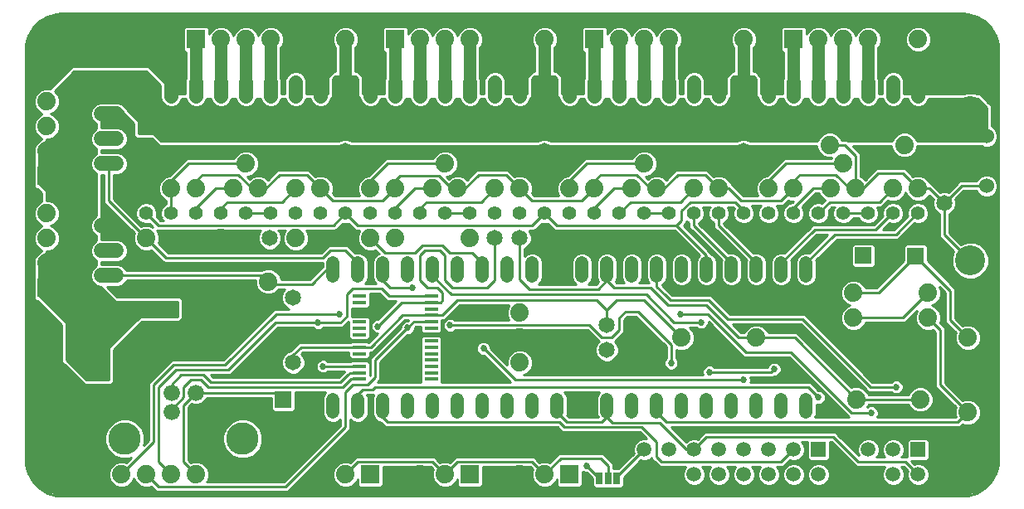
<source format=gbl>
G75*
G70*
%OFA0B0*%
%FSLAX24Y24*%
%IPPOS*%
%LPD*%
%AMOC8*
5,1,8,0,0,1.08239X$1,22.5*
%
%ADD10C,0.0740*%
%ADD11C,0.0650*%
%ADD12C,0.0660*%
%ADD13C,0.1300*%
%ADD14R,0.0550X0.0137*%
%ADD15C,0.0560*%
%ADD16C,0.0560*%
%ADD17R,0.0650X0.0650*%
%ADD18R,0.0740X0.0740*%
%ADD19C,0.1200*%
%ADD20C,0.0520*%
%ADD21C,0.0600*%
%ADD22R,0.0250X0.0500*%
%ADD23R,0.0800X0.0800*%
%ADD24C,0.0800*%
%ADD25R,0.0827X0.0827*%
%ADD26C,0.0600*%
%ADD27C,0.0594*%
%ADD28R,0.0594X0.0594*%
%ADD29C,0.1817*%
%ADD30C,0.0100*%
%ADD31C,0.0270*%
%ADD32C,0.0500*%
D10*
X005058Y002572D03*
X006058Y002572D03*
X007058Y002572D03*
X008058Y002572D03*
X009058Y002572D03*
X010058Y002572D03*
X013058Y002572D03*
X014058Y002572D03*
X017058Y002572D03*
X018058Y002572D03*
X021058Y002572D03*
X022058Y002572D03*
X021058Y007072D03*
X021058Y008072D03*
X021058Y009072D03*
X019058Y012072D03*
X016058Y012072D03*
X015058Y012072D03*
X012058Y012072D03*
X009058Y012072D03*
X010958Y010322D03*
X006058Y012072D03*
X007058Y014072D03*
X008058Y014072D03*
X009558Y014072D03*
X010558Y014072D03*
X012058Y014072D03*
X013058Y014072D03*
X013058Y015072D03*
X015058Y014072D03*
X016058Y014072D03*
X017558Y014072D03*
X018558Y014072D03*
X020058Y014072D03*
X021058Y014072D03*
X021058Y015072D03*
X023058Y014072D03*
X024058Y014072D03*
X025558Y014072D03*
X026558Y014072D03*
X028058Y014072D03*
X029058Y014072D03*
X031058Y014072D03*
X032058Y014072D03*
X033558Y014072D03*
X034558Y014072D03*
X036058Y014072D03*
X037058Y014072D03*
X037058Y015072D03*
X036508Y015822D03*
X034058Y015072D03*
X033508Y015822D03*
X029058Y015072D03*
X026058Y015072D03*
X018058Y015072D03*
X010058Y015072D03*
X002058Y015572D03*
X002058Y016572D03*
X002058Y017572D03*
X009058Y020072D03*
X010058Y020072D03*
X011058Y020072D03*
X014058Y020072D03*
X017058Y020072D03*
X018058Y020072D03*
X019058Y020072D03*
X022058Y020072D03*
X025058Y020072D03*
X026058Y020072D03*
X027058Y020072D03*
X030058Y020072D03*
X033058Y020072D03*
X034058Y020072D03*
X035058Y020072D03*
X036058Y020072D03*
X037058Y020072D03*
X037458Y009872D03*
X039058Y009072D03*
X037458Y008872D03*
X039058Y008072D03*
X037145Y007369D03*
X039058Y006072D03*
X039058Y005072D03*
X037145Y005589D03*
X034585Y005589D03*
X034585Y007369D03*
X034458Y008872D03*
X034458Y009872D03*
X030558Y008072D03*
X027558Y008072D03*
X010958Y007322D03*
X002058Y011072D03*
X002058Y012072D03*
X002058Y013072D03*
D11*
X006058Y015572D03*
X010008Y012072D03*
X011008Y012072D03*
X011958Y010672D03*
X011958Y009672D03*
X009008Y009222D03*
X011958Y008072D03*
X011958Y007072D03*
X011558Y004572D03*
X024558Y007572D03*
X025558Y007572D03*
X025558Y008572D03*
X024558Y008572D03*
X021058Y012072D03*
X020058Y012072D03*
X022058Y015572D03*
X014058Y015572D03*
X030058Y015572D03*
X033858Y011372D03*
X035958Y011366D03*
X038108Y013472D03*
X038108Y014472D03*
X038108Y015472D03*
X038108Y016472D03*
D12*
X008050Y005852D03*
X007066Y005852D03*
X007066Y005072D03*
X008050Y005072D03*
D13*
X009928Y004002D03*
X005188Y004002D03*
D14*
X014619Y006409D03*
X014619Y006665D03*
X014619Y006921D03*
X014619Y007177D03*
X014619Y007433D03*
X014619Y007688D03*
X014619Y007944D03*
X014619Y008200D03*
X014619Y008456D03*
X014619Y008712D03*
X014619Y008968D03*
X014619Y009224D03*
X014619Y009480D03*
X014619Y009736D03*
X017498Y009736D03*
X017498Y009480D03*
X017498Y009224D03*
X017498Y008968D03*
X017498Y008712D03*
X017498Y008456D03*
X017498Y008200D03*
X017498Y007944D03*
X017498Y007688D03*
X017498Y007433D03*
X017498Y007177D03*
X017498Y006921D03*
X017498Y006665D03*
X017498Y006409D03*
D15*
X017058Y013072D03*
X016058Y013072D03*
X015058Y013072D03*
X014058Y013072D03*
X013058Y013072D03*
X012058Y013072D03*
X011058Y013072D03*
X010058Y013072D03*
X009058Y013072D03*
X008058Y013072D03*
X007058Y013072D03*
X006058Y013072D03*
X018058Y013072D03*
X019058Y013072D03*
X020058Y013072D03*
X021058Y013072D03*
X022058Y013072D03*
X023058Y013072D03*
X024058Y013072D03*
X025058Y013072D03*
X026058Y013072D03*
X027058Y013072D03*
X028058Y013072D03*
X029058Y013072D03*
X030058Y013072D03*
X031058Y013072D03*
X032058Y013072D03*
X033058Y013072D03*
X034058Y013072D03*
X035058Y013072D03*
X036058Y013072D03*
X037058Y013072D03*
D16*
X037058Y017792D02*
X037058Y018352D01*
X036058Y018352D02*
X036058Y017792D01*
X035058Y017792D02*
X035058Y018352D01*
X034058Y018352D02*
X034058Y017792D01*
X033058Y017792D02*
X033058Y018352D01*
X032058Y018352D02*
X032058Y017792D01*
X031058Y017792D02*
X031058Y018352D01*
X030058Y018352D02*
X030058Y017792D01*
X029058Y017792D02*
X029058Y018352D01*
X028058Y018352D02*
X028058Y017792D01*
X027058Y017792D02*
X027058Y018352D01*
X026058Y018352D02*
X026058Y017792D01*
X025058Y017792D02*
X025058Y018352D01*
X024058Y018352D02*
X024058Y017792D01*
X023058Y017792D02*
X023058Y018352D01*
X022058Y018352D02*
X022058Y017792D01*
X021058Y017792D02*
X021058Y018352D01*
X020058Y018352D02*
X020058Y017792D01*
X019058Y017792D02*
X019058Y018352D01*
X018058Y018352D02*
X018058Y017792D01*
X017058Y017792D02*
X017058Y018352D01*
X016058Y018352D02*
X016058Y017792D01*
X015058Y017792D02*
X015058Y018352D01*
X014058Y018352D02*
X014058Y017792D01*
X013058Y017792D02*
X013058Y018352D01*
X012058Y018352D02*
X012058Y017792D01*
X011058Y017792D02*
X011058Y018352D01*
X010058Y018352D02*
X010058Y017792D01*
X009058Y017792D02*
X009058Y018352D01*
X008058Y018352D02*
X008058Y017792D01*
X007058Y017792D02*
X007058Y018352D01*
X006058Y018352D02*
X006058Y017792D01*
D17*
X006058Y016572D03*
X014058Y016572D03*
X022058Y016572D03*
X030058Y016572D03*
X034858Y011372D03*
X036958Y011366D03*
X011558Y005572D03*
X007008Y009222D03*
D18*
X002058Y010072D03*
X002058Y014572D03*
X008058Y020072D03*
X013058Y020072D03*
X016058Y020072D03*
X021058Y020072D03*
X024058Y020072D03*
X029058Y020072D03*
X032058Y020072D03*
X023058Y002572D03*
X019058Y002572D03*
X015058Y002572D03*
D19*
X039152Y011172D03*
X039152Y013172D03*
X039152Y015172D03*
X039152Y017172D03*
D20*
X032558Y011072D02*
X032558Y010552D01*
X031558Y010552D02*
X031558Y011072D01*
X030558Y011072D02*
X030558Y010552D01*
X029558Y010552D02*
X029558Y011072D01*
X028558Y011072D02*
X028558Y010552D01*
X027558Y010552D02*
X027558Y011072D01*
X026558Y011072D02*
X026558Y010552D01*
X025558Y010552D02*
X025558Y011072D01*
X024558Y011072D02*
X024558Y010552D01*
X023558Y010552D02*
X023558Y011072D01*
X022558Y011072D02*
X022558Y010552D01*
X021558Y010552D02*
X021558Y011072D01*
X020558Y011072D02*
X020558Y010552D01*
X019558Y010552D02*
X019558Y011072D01*
X018558Y011072D02*
X018558Y010552D01*
X017558Y010552D02*
X017558Y011072D01*
X016558Y011072D02*
X016558Y010552D01*
X015558Y010552D02*
X015558Y011072D01*
X014558Y011072D02*
X014558Y010552D01*
X013558Y010552D02*
X013558Y011072D01*
X013558Y005592D02*
X013558Y005072D01*
X014558Y005072D02*
X014558Y005592D01*
X015558Y005592D02*
X015558Y005072D01*
X016558Y005072D02*
X016558Y005592D01*
X017558Y005592D02*
X017558Y005072D01*
X018558Y005072D02*
X018558Y005592D01*
X019558Y005592D02*
X019558Y005072D01*
X020558Y005072D02*
X020558Y005592D01*
X021558Y005592D02*
X021558Y005072D01*
X022558Y005072D02*
X022558Y005592D01*
X023558Y005592D02*
X023558Y005072D01*
X024558Y005072D02*
X024558Y005592D01*
X025558Y005592D02*
X025558Y005072D01*
X026558Y005072D02*
X026558Y005592D01*
X027558Y005592D02*
X027558Y005072D01*
X028558Y005072D02*
X028558Y005592D01*
X029558Y005592D02*
X029558Y005072D01*
X030558Y005072D02*
X030558Y005592D01*
X031558Y005592D02*
X031558Y005072D01*
X032558Y005072D02*
X032558Y005592D01*
D21*
X004858Y010572D02*
X004258Y010572D01*
X004258Y011572D02*
X004858Y011572D01*
X004858Y012572D02*
X004258Y012572D01*
X004258Y015072D02*
X004858Y015072D01*
X004858Y016072D02*
X004258Y016072D01*
X004258Y017072D02*
X004858Y017072D01*
D22*
X024258Y002422D03*
X024608Y002422D03*
X024958Y002422D03*
D23*
X002058Y007572D03*
D24*
X004027Y007572D03*
D25*
X004141Y006746D03*
X001976Y006746D03*
X001976Y008399D03*
X004141Y008399D03*
D26*
X039808Y014172D03*
X039808Y015172D03*
X039808Y016172D03*
D27*
X036058Y003572D03*
X035058Y003572D03*
X035058Y002572D03*
X036058Y002572D03*
X037058Y002572D03*
X033058Y002572D03*
X032058Y002572D03*
X031058Y002572D03*
X030058Y002572D03*
X029058Y002572D03*
X028058Y002572D03*
X027058Y002572D03*
X026058Y002572D03*
X026058Y003572D03*
X027058Y003572D03*
X028058Y003572D03*
X029058Y003572D03*
X030058Y003572D03*
X031058Y003572D03*
X032058Y003572D03*
D28*
X033058Y003572D03*
X037058Y003572D03*
D29*
X039058Y003072D03*
X039058Y020072D03*
X002558Y020072D03*
X002558Y003072D03*
D30*
X001766Y002017D02*
X002088Y001831D01*
X002447Y001734D01*
X002633Y001722D01*
X038791Y001722D01*
X038824Y001722D01*
X038854Y001722D01*
X039039Y001734D01*
X039399Y001831D01*
X039721Y002017D01*
X039984Y002280D01*
X040170Y002602D01*
X040266Y002961D01*
X040278Y003147D01*
X040278Y019620D01*
X040278Y019637D01*
X040278Y019683D01*
X040266Y019868D01*
X040170Y020228D01*
X039984Y020550D01*
X039721Y020813D01*
X039399Y020999D01*
X039039Y021095D01*
X038854Y021107D01*
X002695Y021107D01*
X002684Y021107D01*
X002633Y021107D01*
X002447Y021095D01*
X002088Y020999D01*
X001766Y020813D01*
X001503Y020550D01*
X001317Y020228D01*
X001220Y019868D01*
X001220Y019868D01*
X001208Y019683D01*
X001208Y003147D01*
X001220Y002961D01*
X001317Y002602D01*
X001503Y002280D01*
X001766Y002017D01*
X001717Y002065D02*
X004924Y002065D01*
X004955Y002052D02*
X005162Y002052D01*
X005353Y002131D01*
X005499Y002278D01*
X005558Y002421D01*
X005617Y002278D01*
X005764Y002131D01*
X005955Y002052D01*
X006162Y002052D01*
X006256Y002091D01*
X006358Y001989D01*
X006475Y001872D01*
X011575Y001872D01*
X011741Y001872D01*
X014141Y004272D01*
X014258Y004389D01*
X014258Y004793D01*
X014326Y004725D01*
X014477Y004662D01*
X014640Y004662D01*
X014790Y004725D01*
X014906Y004840D01*
X014968Y004991D01*
X014968Y005674D01*
X014927Y005772D01*
X015075Y005772D01*
X015189Y005772D01*
X015148Y005674D01*
X015148Y004991D01*
X015211Y004840D01*
X015326Y004725D01*
X015477Y004662D01*
X015485Y004662D01*
X015558Y004589D01*
X015675Y004472D01*
X022575Y004472D01*
X022658Y004389D01*
X022775Y004272D01*
X025875Y004272D01*
X026129Y004019D01*
X025969Y004019D01*
X025805Y003951D01*
X025679Y003825D01*
X025611Y003661D01*
X025611Y003483D01*
X025633Y003430D01*
X025025Y002822D01*
X024808Y002822D01*
X024808Y002839D01*
X024808Y003005D01*
X024658Y003155D01*
X024608Y003205D01*
X024508Y003305D01*
X024391Y003422D01*
X022791Y003422D01*
X022625Y003422D01*
X022256Y003053D01*
X022162Y003092D01*
X021955Y003092D01*
X021860Y003053D01*
X021758Y003155D01*
X021641Y003272D01*
X018641Y003272D01*
X018475Y003272D01*
X018256Y003053D01*
X018162Y003092D01*
X017955Y003092D01*
X017860Y003053D01*
X017758Y003155D01*
X017641Y003272D01*
X014641Y003272D01*
X014475Y003272D01*
X014256Y003053D01*
X014162Y003092D01*
X013955Y003092D01*
X013764Y003013D01*
X013617Y002867D01*
X013538Y002676D01*
X013538Y002469D01*
X013617Y002278D01*
X013764Y002131D01*
X013955Y002052D01*
X014162Y002052D01*
X014353Y002131D01*
X014499Y002278D01*
X014538Y002372D01*
X014538Y002140D01*
X014626Y002052D01*
X015490Y002052D01*
X015578Y002140D01*
X015578Y002872D01*
X017475Y002872D01*
X017577Y002770D01*
X017538Y002676D01*
X017538Y002469D01*
X017617Y002278D01*
X017764Y002131D01*
X017955Y002052D01*
X018162Y002052D01*
X018353Y002131D01*
X018499Y002278D01*
X018538Y002372D01*
X018538Y002140D01*
X018626Y002052D01*
X019490Y002052D01*
X019578Y002140D01*
X019578Y002872D01*
X021475Y002872D01*
X021577Y002770D01*
X021538Y002676D01*
X021538Y002469D01*
X021617Y002278D01*
X021764Y002131D01*
X021955Y002052D01*
X022162Y002052D01*
X022353Y002131D01*
X022499Y002278D01*
X022538Y002372D01*
X022538Y002140D01*
X022626Y002052D01*
X023490Y002052D01*
X023578Y002140D01*
X023578Y002699D01*
X023597Y002681D01*
X023702Y002637D01*
X023760Y002637D01*
X023983Y002414D01*
X023983Y002110D01*
X024071Y002022D01*
X024445Y002022D01*
X024795Y002022D01*
X025145Y002022D01*
X025233Y002110D01*
X025233Y002464D01*
X025916Y003147D01*
X025969Y003125D01*
X026147Y003125D01*
X026311Y003193D01*
X026358Y003240D01*
X026358Y003189D01*
X026475Y003072D01*
X026475Y003072D01*
X026675Y002872D01*
X026841Y002872D01*
X027726Y002872D01*
X027679Y002825D01*
X027611Y002661D01*
X027611Y002483D01*
X027679Y002319D01*
X027805Y002193D01*
X027969Y002125D01*
X028147Y002125D01*
X028311Y002193D01*
X028437Y002319D01*
X028505Y002483D01*
X028505Y002661D01*
X028437Y002825D01*
X028390Y002872D01*
X028726Y002872D01*
X028679Y002825D01*
X028611Y002661D01*
X028611Y002483D01*
X028679Y002319D01*
X028805Y002193D01*
X028969Y002125D01*
X029147Y002125D01*
X029311Y002193D01*
X029437Y002319D01*
X029505Y002483D01*
X029505Y002661D01*
X029437Y002825D01*
X029390Y002872D01*
X029726Y002872D01*
X029679Y002825D01*
X029611Y002661D01*
X029611Y002483D01*
X029679Y002319D01*
X029805Y002193D01*
X029969Y002125D01*
X030147Y002125D01*
X030311Y002193D01*
X030437Y002319D01*
X030505Y002483D01*
X030505Y002661D01*
X030437Y002825D01*
X030390Y002872D01*
X030726Y002872D01*
X030679Y002825D01*
X030611Y002661D01*
X030611Y002483D01*
X030679Y002319D01*
X030805Y002193D01*
X030969Y002125D01*
X031147Y002125D01*
X031311Y002193D01*
X031437Y002319D01*
X031505Y002483D01*
X031505Y002661D01*
X031437Y002825D01*
X031390Y002872D01*
X031475Y002872D01*
X031641Y002872D01*
X031916Y003147D01*
X031969Y003125D01*
X032147Y003125D01*
X032311Y003193D01*
X032437Y003319D01*
X032505Y003483D01*
X032505Y003661D01*
X032437Y003825D01*
X032390Y003872D01*
X032611Y003872D01*
X032611Y003213D01*
X032699Y003125D01*
X033417Y003125D01*
X033505Y003213D01*
X033505Y003872D01*
X033575Y003872D01*
X034575Y002872D01*
X034741Y002872D01*
X035726Y002872D01*
X035679Y002825D01*
X035611Y002661D01*
X035611Y002483D01*
X035679Y002319D01*
X035805Y002193D01*
X035969Y002125D01*
X036147Y002125D01*
X036311Y002193D01*
X036437Y002319D01*
X036505Y002483D01*
X036505Y002661D01*
X036437Y002825D01*
X036390Y002872D01*
X036475Y002872D01*
X036633Y002714D01*
X036611Y002661D01*
X036611Y002483D01*
X036679Y002319D01*
X036805Y002193D01*
X036969Y002125D01*
X037147Y002125D01*
X037311Y002193D01*
X037437Y002319D01*
X037505Y002483D01*
X037505Y002661D01*
X037437Y002825D01*
X037311Y002951D01*
X037147Y003019D01*
X036969Y003019D01*
X036916Y002997D01*
X036788Y003125D01*
X037417Y003125D01*
X037505Y003213D01*
X037505Y003931D01*
X037417Y004019D01*
X036699Y004019D01*
X036611Y003931D01*
X036611Y003272D01*
X036390Y003272D01*
X036437Y003319D01*
X036505Y003483D01*
X036505Y003661D01*
X036437Y003825D01*
X036311Y003951D01*
X036147Y004019D01*
X035969Y004019D01*
X035805Y003951D01*
X035679Y003825D01*
X035611Y003661D01*
X035611Y003483D01*
X035679Y003319D01*
X035726Y003272D01*
X035390Y003272D01*
X035437Y003319D01*
X035505Y003483D01*
X035505Y003661D01*
X035437Y003825D01*
X035311Y003951D01*
X035147Y004019D01*
X034969Y004019D01*
X034805Y003951D01*
X034679Y003825D01*
X034611Y003661D01*
X034611Y003483D01*
X034669Y003344D01*
X033858Y004155D01*
X033741Y004272D01*
X028641Y004272D01*
X028475Y004272D01*
X028200Y003997D01*
X028147Y004019D01*
X027969Y004019D01*
X027805Y003951D01*
X027734Y003880D01*
X027141Y004472D01*
X037469Y004472D01*
X038575Y004472D01*
X038741Y004472D01*
X038860Y004591D01*
X038955Y004552D01*
X039162Y004552D01*
X039353Y004631D01*
X039499Y004778D01*
X039578Y004969D01*
X039578Y005176D01*
X039499Y005367D01*
X039353Y005513D01*
X039162Y005592D01*
X038955Y005592D01*
X038860Y005553D01*
X038158Y006255D01*
X038158Y006649D01*
X038158Y008455D01*
X038041Y008572D01*
X037939Y008674D01*
X037978Y008769D01*
X037978Y008976D01*
X037899Y009167D01*
X037753Y009313D01*
X037610Y009372D01*
X037753Y009431D01*
X037899Y009578D01*
X037978Y009769D01*
X037978Y009976D01*
X037916Y010125D01*
X038158Y009883D01*
X038158Y008855D01*
X038158Y008689D01*
X038577Y008270D01*
X038538Y008176D01*
X038538Y007969D01*
X038617Y007778D01*
X038764Y007631D01*
X038955Y007552D01*
X039162Y007552D01*
X039353Y007631D01*
X039499Y007778D01*
X039578Y007969D01*
X039578Y008176D01*
X039499Y008367D01*
X039353Y008513D01*
X039162Y008592D01*
X038955Y008592D01*
X038860Y008553D01*
X038558Y008855D01*
X038558Y010049D01*
X038441Y010166D01*
X037433Y011174D01*
X037433Y011753D01*
X037345Y011841D01*
X036571Y011841D01*
X036483Y011753D01*
X036483Y011174D01*
X035382Y010072D01*
X034938Y010072D01*
X034899Y010167D01*
X034753Y010313D01*
X034562Y010392D01*
X034355Y010392D01*
X034164Y010313D01*
X034017Y010167D01*
X033938Y009976D01*
X033938Y009769D01*
X034017Y009578D01*
X034164Y009431D01*
X034307Y009372D01*
X034164Y009313D01*
X034017Y009167D01*
X033938Y008976D01*
X033938Y008769D01*
X034017Y008578D01*
X034164Y008431D01*
X034355Y008352D01*
X034562Y008352D01*
X034753Y008431D01*
X034899Y008578D01*
X034938Y008672D01*
X036375Y008672D01*
X036541Y008672D01*
X037005Y009136D01*
X036938Y008976D01*
X036938Y008769D01*
X037017Y008578D01*
X037164Y008431D01*
X037355Y008352D01*
X037562Y008352D01*
X037656Y008391D01*
X037758Y008289D01*
X037758Y006649D01*
X037758Y006255D01*
X037758Y006089D01*
X038577Y005270D01*
X038538Y005176D01*
X038538Y004969D01*
X038577Y004874D01*
X038575Y004872D01*
X037469Y004872D01*
X035401Y004872D01*
X035420Y004891D01*
X035463Y004996D01*
X035463Y005109D01*
X035420Y005214D01*
X035340Y005294D01*
X035235Y005337D01*
X035122Y005337D01*
X035027Y005298D01*
X035065Y005389D01*
X036665Y005389D01*
X036704Y005294D01*
X036850Y005148D01*
X037041Y005069D01*
X037248Y005069D01*
X037439Y005148D01*
X037585Y005294D01*
X037665Y005485D01*
X037665Y005692D01*
X037585Y005883D01*
X037439Y006029D01*
X037248Y006109D01*
X037041Y006109D01*
X036850Y006029D01*
X036704Y005883D01*
X036665Y005789D01*
X035065Y005789D01*
X035025Y005883D01*
X034879Y006029D01*
X034688Y006109D01*
X034481Y006109D01*
X034387Y006069D01*
X032301Y008155D01*
X032184Y008272D01*
X031038Y008272D01*
X030999Y008367D01*
X030853Y008513D01*
X030662Y008592D01*
X030455Y008592D01*
X030264Y008513D01*
X030117Y008367D01*
X030078Y008272D01*
X029941Y008272D01*
X029601Y008612D01*
X032335Y008612D01*
X034938Y006009D01*
X035055Y005892D01*
X035975Y005892D01*
X036017Y005851D01*
X036122Y005807D01*
X036235Y005807D01*
X036340Y005851D01*
X036420Y005931D01*
X036463Y006036D01*
X036463Y006149D01*
X036420Y006254D01*
X036340Y006334D01*
X036235Y006377D01*
X036122Y006377D01*
X036017Y006334D01*
X035975Y006292D01*
X035221Y006292D01*
X032501Y009012D01*
X032335Y009012D01*
X029501Y009012D01*
X028741Y009772D01*
X028575Y009772D01*
X027191Y009772D01*
X026991Y009972D01*
X026768Y010195D01*
X026790Y010205D01*
X026906Y010320D01*
X026968Y010471D01*
X026968Y011154D01*
X026906Y011304D01*
X026790Y011420D01*
X026640Y011482D01*
X026477Y011482D01*
X026326Y011420D01*
X026211Y011304D01*
X026148Y011154D01*
X026148Y010471D01*
X026211Y010320D01*
X026259Y010272D01*
X026225Y010272D01*
X025858Y010272D01*
X025906Y010320D01*
X025968Y010471D01*
X025968Y011154D01*
X025906Y011304D01*
X025790Y011420D01*
X025640Y011482D01*
X025477Y011482D01*
X025326Y011420D01*
X025211Y011304D01*
X025148Y011154D01*
X025148Y010471D01*
X025211Y010320D01*
X025259Y010272D01*
X024941Y010272D01*
X024900Y010314D01*
X024906Y010320D01*
X024968Y010471D01*
X024968Y011154D01*
X024906Y011304D01*
X024790Y011420D01*
X024640Y011482D01*
X024477Y011482D01*
X024326Y011420D01*
X024211Y011304D01*
X024148Y011154D01*
X024148Y010471D01*
X024211Y010320D01*
X024217Y010314D01*
X024125Y010222D01*
X023808Y010222D01*
X023906Y010320D01*
X023968Y010471D01*
X023968Y011154D01*
X023906Y011304D01*
X023790Y011420D01*
X023640Y011482D01*
X023477Y011482D01*
X023326Y011420D01*
X023211Y011304D01*
X023148Y011154D01*
X023148Y010471D01*
X023211Y010320D01*
X023309Y010222D01*
X021808Y010222D01*
X021906Y010320D01*
X021968Y010471D01*
X021968Y011154D01*
X021906Y011304D01*
X021790Y011420D01*
X021640Y011482D01*
X021477Y011482D01*
X021326Y011420D01*
X021258Y011352D01*
X021258Y011641D01*
X021327Y011670D01*
X021461Y011803D01*
X021533Y011978D01*
X021533Y012167D01*
X021461Y012341D01*
X021430Y012372D01*
X021475Y012372D01*
X021641Y012372D01*
X021929Y012660D01*
X021973Y012642D01*
X022144Y012642D01*
X022187Y012660D01*
X022358Y012489D01*
X022475Y012372D01*
X026575Y012372D01*
X027275Y012372D01*
X028277Y011371D01*
X028211Y011304D01*
X028148Y011154D01*
X028148Y010471D01*
X028211Y010320D01*
X028326Y010205D01*
X028477Y010142D01*
X028640Y010142D01*
X028790Y010205D01*
X028906Y010320D01*
X028968Y010471D01*
X028968Y011154D01*
X028906Y011304D01*
X028790Y011420D01*
X028758Y011433D01*
X028758Y011455D01*
X027641Y012572D01*
X027758Y012689D01*
X027758Y012764D01*
X027815Y012708D01*
X027758Y012708D01*
X027815Y012708D02*
X027858Y012690D01*
X027858Y012489D01*
X027975Y012372D01*
X029162Y011186D01*
X029148Y011154D01*
X029148Y010471D01*
X029211Y010320D01*
X029326Y010205D01*
X029477Y010142D01*
X029640Y010142D01*
X029790Y010205D01*
X029906Y010320D01*
X029968Y010471D01*
X029968Y011154D01*
X029906Y011304D01*
X029790Y011420D01*
X029640Y011482D01*
X029477Y011482D01*
X029444Y011469D01*
X028258Y012655D01*
X028258Y012690D01*
X028302Y012708D01*
X028423Y012829D01*
X028488Y012987D01*
X028488Y013158D01*
X028423Y013316D01*
X028416Y013322D01*
X028700Y013322D01*
X028694Y013316D01*
X028628Y013158D01*
X028628Y012987D01*
X028694Y012829D01*
X028815Y012708D01*
X028302Y012708D01*
X028304Y012609D02*
X028858Y012609D01*
X028858Y012690D02*
X028858Y012489D01*
X028975Y012372D01*
X030162Y011186D01*
X030148Y011154D01*
X030148Y010471D01*
X030211Y010320D01*
X030326Y010205D01*
X030477Y010142D01*
X030640Y010142D01*
X030790Y010205D01*
X030906Y010320D01*
X030968Y010471D01*
X030968Y011154D01*
X030906Y011304D01*
X030790Y011420D01*
X030640Y011482D01*
X030477Y011482D01*
X030444Y011469D01*
X029258Y012655D01*
X029258Y012690D01*
X029302Y012708D01*
X029423Y012829D01*
X029488Y012987D01*
X029488Y013158D01*
X029423Y013316D01*
X029416Y013322D01*
X029625Y013322D01*
X029676Y013272D01*
X029628Y013158D01*
X029628Y012987D01*
X029694Y012829D01*
X029815Y012708D01*
X029302Y012708D01*
X029304Y012609D02*
X032812Y012609D01*
X032815Y012612D02*
X032698Y012495D01*
X031672Y011469D01*
X031640Y011482D01*
X031477Y011482D01*
X031326Y011420D01*
X031211Y011304D01*
X031148Y011154D01*
X031148Y010471D01*
X031211Y010320D01*
X031326Y010205D01*
X031477Y010142D01*
X031640Y010142D01*
X031790Y010205D01*
X031906Y010320D01*
X031968Y010471D01*
X031968Y011154D01*
X031955Y011186D01*
X032981Y012212D01*
X033415Y012212D01*
X032672Y011469D01*
X032640Y011482D01*
X032477Y011482D01*
X032326Y011420D01*
X032211Y011304D01*
X032148Y011154D01*
X032148Y010471D01*
X032211Y010320D01*
X032326Y010205D01*
X032477Y010142D01*
X032640Y010142D01*
X032790Y010205D01*
X032906Y010320D01*
X032968Y010471D01*
X032968Y011154D01*
X032955Y011186D01*
X033801Y012032D01*
X036095Y012032D01*
X036261Y012032D01*
X036901Y012672D01*
X036973Y012642D01*
X037144Y012642D01*
X037302Y012708D01*
X037423Y012829D01*
X037488Y012987D01*
X037488Y013158D01*
X037423Y013316D01*
X037302Y013437D01*
X037144Y013502D01*
X036973Y013502D01*
X036815Y013437D01*
X036694Y013316D01*
X036628Y013158D01*
X036628Y012987D01*
X036635Y012971D01*
X036095Y012432D01*
X035661Y012432D01*
X035901Y012672D01*
X035973Y012642D01*
X036144Y012642D01*
X036302Y012708D01*
X036423Y012829D01*
X036488Y012987D01*
X036488Y013158D01*
X036423Y013316D01*
X036302Y013437D01*
X036144Y013502D01*
X035973Y013502D01*
X035815Y013437D01*
X035694Y013316D01*
X035628Y013158D01*
X035628Y012987D01*
X035635Y012971D01*
X035275Y012612D01*
X032815Y012612D01*
X032815Y012708D02*
X032302Y012708D01*
X032423Y012829D01*
X032488Y012987D01*
X032488Y013158D01*
X032423Y013316D01*
X032404Y013335D01*
X032941Y013872D01*
X033078Y013872D01*
X033117Y013778D01*
X033264Y013631D01*
X033314Y013611D01*
X033187Y013484D01*
X033144Y013502D01*
X032973Y013502D01*
X032815Y013437D01*
X032694Y013316D01*
X032628Y013158D01*
X032628Y012987D01*
X032694Y012829D01*
X032815Y012708D01*
X032973Y012642D01*
X033144Y012642D01*
X033302Y012708D01*
X033423Y012829D01*
X033488Y012987D01*
X033488Y013158D01*
X033470Y013201D01*
X033591Y013322D01*
X033700Y013322D01*
X033694Y013316D01*
X033628Y013158D01*
X033628Y012987D01*
X033694Y012829D01*
X033815Y012708D01*
X033302Y012708D01*
X033400Y012806D02*
X033716Y012806D01*
X033662Y012905D02*
X033454Y012905D01*
X033488Y013003D02*
X033628Y013003D01*
X033628Y013102D02*
X033488Y013102D01*
X033471Y013200D02*
X033646Y013200D01*
X033687Y013299D02*
X033568Y013299D01*
X033508Y013522D02*
X035308Y013522D01*
X035508Y013522D01*
X036058Y014072D01*
X036546Y013890D02*
X036571Y013890D01*
X036558Y013921D02*
X036617Y013778D01*
X036764Y013631D01*
X036955Y013552D01*
X037162Y013552D01*
X037353Y013631D01*
X037499Y013778D01*
X037505Y013793D01*
X037662Y013636D01*
X037633Y013567D01*
X037633Y013378D01*
X037706Y013203D01*
X037839Y013070D01*
X037908Y013041D01*
X037908Y012133D01*
X038025Y012016D01*
X038495Y011546D01*
X038402Y011321D01*
X038402Y011023D01*
X038516Y010747D01*
X038727Y010536D01*
X039003Y010422D01*
X039301Y010422D01*
X039577Y010536D01*
X039788Y010747D01*
X039902Y011023D01*
X039902Y011321D01*
X039788Y011597D01*
X039577Y011808D01*
X039301Y011922D01*
X039003Y011922D01*
X038778Y011829D01*
X038308Y012299D01*
X038308Y013041D01*
X038377Y013070D01*
X038511Y013203D01*
X038583Y013378D01*
X038583Y013567D01*
X038555Y013636D01*
X038891Y013972D01*
X039404Y013972D01*
X039427Y013917D01*
X039553Y013791D01*
X039719Y013722D01*
X039898Y013722D01*
X040063Y013791D01*
X040190Y013917D01*
X040258Y014083D01*
X040258Y014262D01*
X040190Y014427D01*
X040063Y014554D01*
X039898Y014622D01*
X039719Y014622D01*
X039553Y014554D01*
X039427Y014427D01*
X039404Y014372D01*
X038725Y014372D01*
X038608Y014255D01*
X038272Y013919D01*
X038203Y013947D01*
X038014Y013947D01*
X037945Y013919D01*
X037708Y014155D01*
X037591Y014272D01*
X037538Y014272D01*
X037499Y014367D01*
X037353Y014513D01*
X037162Y014592D01*
X036955Y014592D01*
X036860Y014553D01*
X036541Y014872D01*
X036375Y014872D01*
X035375Y014872D01*
X035258Y014755D01*
X034935Y014431D01*
X034853Y014513D01*
X034758Y014552D01*
X034758Y015455D01*
X034641Y015572D01*
X034441Y015772D01*
X035988Y015772D01*
X035988Y015719D01*
X036067Y015528D01*
X036214Y015381D01*
X036405Y015302D01*
X036612Y015302D01*
X036803Y015381D01*
X036949Y015528D01*
X037028Y015719D01*
X037028Y015772D01*
X039598Y015772D01*
X039719Y015722D01*
X039898Y015722D01*
X040063Y015791D01*
X040190Y015917D01*
X040258Y016083D01*
X040258Y016262D01*
X040190Y016427D01*
X040063Y016554D01*
X040008Y016576D01*
X040008Y017405D01*
X039891Y017522D01*
X039541Y017872D01*
X039422Y017872D01*
X039301Y017922D01*
X039003Y017922D01*
X038882Y017872D01*
X036488Y017872D01*
X036488Y018438D01*
X036423Y018596D01*
X036302Y018717D01*
X036144Y018782D01*
X035973Y018782D01*
X035815Y018717D01*
X035694Y018596D01*
X035628Y018438D01*
X035628Y017872D01*
X035488Y017872D01*
X035488Y018438D01*
X035458Y018510D01*
X035458Y019737D01*
X035499Y019778D01*
X035578Y019969D01*
X035578Y020176D01*
X035499Y020367D01*
X035353Y020513D01*
X035162Y020592D01*
X034955Y020592D01*
X034764Y020513D01*
X034617Y020367D01*
X034558Y020224D01*
X034499Y020367D01*
X034353Y020513D01*
X034162Y020592D01*
X033955Y020592D01*
X033764Y020513D01*
X033617Y020367D01*
X033558Y020224D01*
X033499Y020367D01*
X033353Y020513D01*
X033162Y020592D01*
X032955Y020592D01*
X032764Y020513D01*
X032617Y020367D01*
X032578Y020272D01*
X032578Y020504D01*
X032490Y020592D01*
X031626Y020592D01*
X031538Y020504D01*
X031538Y019640D01*
X031626Y019552D01*
X031658Y019552D01*
X031658Y018510D01*
X031628Y018438D01*
X031628Y017872D01*
X030758Y017872D01*
X030758Y018555D01*
X030658Y018655D01*
X030541Y018772D01*
X030458Y018772D01*
X030458Y019737D01*
X030499Y019778D01*
X030578Y019969D01*
X030578Y020176D01*
X030499Y020367D01*
X030353Y020513D01*
X030162Y020592D01*
X029955Y020592D01*
X029764Y020513D01*
X029617Y020367D01*
X029538Y020176D01*
X029538Y019969D01*
X029617Y019778D01*
X029658Y019737D01*
X029658Y018772D01*
X029575Y018772D01*
X029458Y018655D01*
X029358Y018555D01*
X029358Y018389D01*
X029358Y017872D01*
X028488Y017872D01*
X028488Y018438D01*
X028423Y018596D01*
X028302Y018717D01*
X028144Y018782D01*
X027973Y018782D01*
X027815Y018717D01*
X027694Y018596D01*
X027628Y018438D01*
X027628Y017872D01*
X027488Y017872D01*
X027488Y018438D01*
X027458Y018510D01*
X027458Y019737D01*
X027499Y019778D01*
X027578Y019969D01*
X027578Y020176D01*
X027499Y020367D01*
X027353Y020513D01*
X027162Y020592D01*
X026955Y020592D01*
X026764Y020513D01*
X026617Y020367D01*
X026558Y020224D01*
X026499Y020367D01*
X026353Y020513D01*
X026162Y020592D01*
X025955Y020592D01*
X025764Y020513D01*
X025617Y020367D01*
X025558Y020224D01*
X025499Y020367D01*
X025353Y020513D01*
X025162Y020592D01*
X024955Y020592D01*
X024764Y020513D01*
X024617Y020367D01*
X024578Y020272D01*
X024578Y020504D01*
X024490Y020592D01*
X023626Y020592D01*
X023538Y020504D01*
X023538Y019640D01*
X023626Y019552D01*
X023658Y019552D01*
X023658Y018510D01*
X023628Y018438D01*
X023628Y017872D01*
X022758Y017872D01*
X022758Y018555D01*
X022641Y018672D01*
X022541Y018772D01*
X022458Y018772D01*
X022458Y019737D01*
X022499Y019778D01*
X022578Y019969D01*
X022578Y020176D01*
X022499Y020367D01*
X022353Y020513D01*
X022162Y020592D01*
X021955Y020592D01*
X021764Y020513D01*
X021617Y020367D01*
X021538Y020176D01*
X021538Y019969D01*
X021617Y019778D01*
X021658Y019737D01*
X021658Y018772D01*
X021575Y018772D01*
X021458Y018655D01*
X021358Y018555D01*
X021358Y018389D01*
X021358Y017872D01*
X020488Y017872D01*
X020488Y018438D01*
X020423Y018596D01*
X020302Y018717D01*
X020144Y018782D01*
X019973Y018782D01*
X019815Y018717D01*
X019694Y018596D01*
X019628Y018438D01*
X019628Y017872D01*
X019488Y017872D01*
X019488Y018438D01*
X019458Y018510D01*
X019458Y019737D01*
X019499Y019778D01*
X019578Y019969D01*
X019578Y020176D01*
X019499Y020367D01*
X019353Y020513D01*
X019162Y020592D01*
X018955Y020592D01*
X018764Y020513D01*
X018617Y020367D01*
X018558Y020224D01*
X018499Y020367D01*
X018353Y020513D01*
X018162Y020592D01*
X017955Y020592D01*
X017764Y020513D01*
X017617Y020367D01*
X017558Y020224D01*
X017499Y020367D01*
X017353Y020513D01*
X017162Y020592D01*
X016955Y020592D01*
X016764Y020513D01*
X016617Y020367D01*
X016578Y020272D01*
X016578Y020504D01*
X016490Y020592D01*
X015626Y020592D01*
X015538Y020504D01*
X015538Y019640D01*
X015626Y019552D01*
X015658Y019552D01*
X015658Y018510D01*
X015628Y018438D01*
X015628Y017872D01*
X014758Y017872D01*
X014758Y018555D01*
X014641Y018672D01*
X014541Y018772D01*
X014458Y018772D01*
X014458Y019737D01*
X014499Y019778D01*
X014578Y019969D01*
X014578Y020176D01*
X014499Y020367D01*
X014353Y020513D01*
X014162Y020592D01*
X013955Y020592D01*
X013764Y020513D01*
X013617Y020367D01*
X013538Y020176D01*
X013538Y019969D01*
X013617Y019778D01*
X013658Y019737D01*
X013658Y018772D01*
X013575Y018772D01*
X013458Y018655D01*
X013358Y018555D01*
X013358Y018389D01*
X013358Y017872D01*
X012488Y017872D01*
X012488Y018438D01*
X012423Y018596D01*
X012302Y018717D01*
X012144Y018782D01*
X011973Y018782D01*
X011815Y018717D01*
X011694Y018596D01*
X011628Y018438D01*
X011628Y017872D01*
X011488Y017872D01*
X011488Y018438D01*
X011458Y018510D01*
X011458Y019737D01*
X011499Y019778D01*
X011578Y019969D01*
X011578Y020176D01*
X011499Y020367D01*
X011353Y020513D01*
X011162Y020592D01*
X010955Y020592D01*
X010764Y020513D01*
X010617Y020367D01*
X010558Y020224D01*
X010499Y020367D01*
X010353Y020513D01*
X010162Y020592D01*
X009955Y020592D01*
X009764Y020513D01*
X009617Y020367D01*
X009558Y020224D01*
X009499Y020367D01*
X009353Y020513D01*
X009162Y020592D01*
X008955Y020592D01*
X008764Y020513D01*
X008617Y020367D01*
X008578Y020272D01*
X008578Y020504D01*
X008490Y020592D01*
X007626Y020592D01*
X007538Y020504D01*
X007538Y019640D01*
X007626Y019552D01*
X007658Y019552D01*
X007658Y018510D01*
X007628Y018438D01*
X007628Y017872D01*
X006858Y017872D01*
X006858Y018255D01*
X006741Y018372D01*
X006141Y018972D01*
X005975Y018972D01*
X003075Y018972D01*
X002958Y018855D01*
X002186Y018082D01*
X002162Y018092D01*
X001955Y018092D01*
X001764Y018013D01*
X001617Y017867D01*
X001538Y017676D01*
X001538Y017469D01*
X001617Y017278D01*
X001764Y017131D01*
X001858Y017092D01*
X001858Y017052D01*
X001764Y017013D01*
X001617Y016867D01*
X001538Y016676D01*
X001538Y016469D01*
X001617Y016278D01*
X001764Y016131D01*
X001858Y016092D01*
X001858Y016055D01*
X001853Y016050D01*
X001764Y016013D01*
X001617Y015867D01*
X001580Y015777D01*
X001558Y015755D01*
X001558Y015724D01*
X001538Y015676D01*
X001538Y015469D01*
X001558Y015421D01*
X001558Y015024D01*
X001538Y015004D01*
X001538Y014140D01*
X001626Y014052D01*
X001695Y014052D01*
X001858Y013889D01*
X001858Y013552D01*
X001764Y013513D01*
X001617Y013367D01*
X001538Y013176D01*
X001538Y012969D01*
X001617Y012778D01*
X001764Y012631D01*
X001858Y012592D01*
X001858Y012552D01*
X001764Y012513D01*
X001617Y012367D01*
X001538Y012176D01*
X001538Y011969D01*
X001617Y011778D01*
X001764Y011631D01*
X001858Y011592D01*
X001858Y011555D01*
X001853Y011550D01*
X001764Y011513D01*
X001617Y011367D01*
X001580Y011277D01*
X001558Y011255D01*
X001558Y011224D01*
X001538Y011176D01*
X001538Y010969D01*
X001558Y010921D01*
X001558Y010524D01*
X001538Y010504D01*
X001538Y009640D01*
X001626Y009552D01*
X001695Y009552D01*
X002658Y008589D01*
X002658Y007089D01*
X002775Y006972D01*
X003575Y006172D01*
X003741Y006172D01*
X004641Y006172D01*
X004758Y006289D01*
X004758Y006455D01*
X004758Y007589D01*
X005891Y008722D01*
X007391Y008722D01*
X007508Y008839D01*
X007508Y009005D01*
X007508Y009605D01*
X007391Y009722D01*
X007225Y009722D01*
X004891Y009722D01*
X004491Y010122D01*
X004948Y010122D01*
X005113Y010191D01*
X005240Y010317D01*
X005262Y010372D01*
X010438Y010372D01*
X010438Y010219D01*
X010517Y010028D01*
X010664Y009881D01*
X010855Y009802D01*
X011062Y009802D01*
X011253Y009881D01*
X011384Y010012D01*
X011627Y010012D01*
X011556Y009941D01*
X011483Y009767D01*
X011483Y009578D01*
X011556Y009403D01*
X011689Y009270D01*
X011779Y009232D01*
X011361Y009232D01*
X011195Y009232D01*
X009135Y007172D01*
X007075Y007172D01*
X006958Y007055D01*
X006158Y006255D01*
X006158Y006089D01*
X006158Y003955D01*
X005947Y003744D01*
X005988Y003843D01*
X005988Y004161D01*
X005866Y004455D01*
X005641Y004680D01*
X005347Y004802D01*
X005029Y004802D01*
X004735Y004680D01*
X004510Y004455D01*
X004388Y004161D01*
X004388Y003843D01*
X004510Y003549D01*
X004735Y003324D01*
X005029Y003202D01*
X005347Y003202D01*
X005447Y003243D01*
X005256Y003053D01*
X005162Y003092D01*
X004955Y003092D01*
X004764Y003013D01*
X004617Y002867D01*
X004538Y002676D01*
X004538Y002469D01*
X004617Y002278D01*
X004764Y002131D01*
X004955Y002052D01*
X005192Y002065D02*
X005924Y002065D01*
X005732Y002164D02*
X005385Y002164D01*
X005483Y002262D02*
X005633Y002262D01*
X005583Y002361D02*
X005533Y002361D01*
X005058Y002572D02*
X006358Y003872D01*
X006358Y006172D01*
X007158Y006972D01*
X009218Y006972D01*
X011278Y009032D01*
X013828Y009032D01*
X014108Y008922D02*
X013858Y008672D01*
X012958Y008672D01*
X011258Y008672D01*
X009358Y006772D01*
X007258Y006772D01*
X006558Y006072D01*
X006558Y003072D01*
X007058Y002572D01*
X007558Y003072D02*
X007558Y005360D01*
X008050Y005852D01*
X011278Y005852D01*
X011558Y005572D01*
X011083Y005613D02*
X008471Y005613D01*
X008457Y005580D02*
X008487Y005652D01*
X011083Y005652D01*
X011083Y005185D01*
X011171Y005097D01*
X011945Y005097D01*
X012033Y005185D01*
X012033Y005872D01*
X013259Y005872D01*
X013211Y005824D01*
X013148Y005674D01*
X013148Y004991D01*
X013211Y004840D01*
X013326Y004725D01*
X013477Y004662D01*
X013640Y004662D01*
X013790Y004725D01*
X013858Y004793D01*
X013858Y004555D01*
X011575Y002272D01*
X008494Y002272D01*
X008499Y002278D01*
X008578Y002469D01*
X008578Y002676D01*
X008499Y002867D01*
X008353Y003013D01*
X008162Y003092D01*
X007955Y003092D01*
X007860Y003053D01*
X007758Y003155D01*
X007758Y005277D01*
X007883Y005402D01*
X007955Y005372D01*
X008146Y005372D01*
X008322Y005445D01*
X008457Y005580D01*
X008391Y005514D02*
X011083Y005514D01*
X011083Y005415D02*
X008250Y005415D01*
X007798Y005317D02*
X011083Y005317D01*
X011083Y005218D02*
X007758Y005218D01*
X007758Y005120D02*
X011149Y005120D01*
X011968Y005120D02*
X013148Y005120D01*
X013148Y005218D02*
X012033Y005218D01*
X012033Y005317D02*
X013148Y005317D01*
X013148Y005415D02*
X012033Y005415D01*
X012033Y005514D02*
X013148Y005514D01*
X013148Y005613D02*
X012033Y005613D01*
X012033Y005711D02*
X013164Y005711D01*
X013205Y005810D02*
X012033Y005810D01*
X012053Y006597D02*
X011864Y006597D01*
X011689Y006670D01*
X011556Y006803D01*
X011483Y006978D01*
X011483Y007167D01*
X011556Y007341D01*
X011689Y007475D01*
X011841Y007538D01*
X011875Y007572D01*
X012192Y007888D01*
X012357Y007888D01*
X014263Y007888D01*
X014282Y007907D01*
X014956Y007907D01*
X014975Y007888D01*
X014992Y007888D01*
X015350Y008247D01*
X015302Y008247D01*
X015197Y008291D01*
X015117Y008371D01*
X015073Y008476D01*
X015073Y008589D01*
X015117Y008694D01*
X015197Y008774D01*
X015302Y008817D01*
X015360Y008817D01*
X016079Y009536D01*
X015732Y009536D01*
X015615Y009653D01*
X015044Y009653D01*
X015044Y009610D02*
X015044Y009852D01*
X015415Y009852D01*
X015615Y009653D01*
X015713Y009554D02*
X015044Y009554D01*
X015044Y009610D02*
X015044Y009349D01*
X014956Y009261D01*
X014308Y009261D01*
X014308Y009005D01*
X014308Y008931D01*
X014956Y008931D01*
X015044Y008843D01*
X015044Y008587D01*
X015044Y008331D01*
X015044Y008070D01*
X014956Y007982D01*
X014282Y007982D01*
X014194Y008070D01*
X014194Y008331D01*
X014194Y008587D01*
X014194Y008725D01*
X014058Y008589D01*
X013941Y008472D01*
X013161Y008472D01*
X013120Y008431D01*
X013015Y008387D01*
X012902Y008387D01*
X012797Y008431D01*
X012755Y008472D01*
X011341Y008472D01*
X009441Y006572D01*
X009275Y006572D01*
X008641Y006572D01*
X008741Y006472D01*
X013775Y006472D01*
X014025Y006721D01*
X013361Y006722D01*
X013320Y006681D01*
X013215Y006637D01*
X013102Y006637D01*
X012997Y006681D01*
X012917Y006761D01*
X012873Y006866D01*
X012873Y006979D01*
X012917Y007084D01*
X012997Y007164D01*
X013102Y007207D01*
X013215Y007207D01*
X013320Y007164D01*
X013361Y007122D01*
X014264Y007121D01*
X014282Y007139D01*
X014956Y007139D01*
X015044Y007051D01*
X015044Y006795D01*
X015058Y006795D01*
X015044Y006795D02*
X015044Y006541D01*
X015058Y006555D01*
X015058Y007089D01*
X015058Y007255D01*
X016273Y008470D01*
X016273Y008529D01*
X016317Y008634D01*
X016397Y008714D01*
X016502Y008757D01*
X016560Y008757D01*
X016571Y008768D01*
X016437Y008768D01*
X015157Y007488D01*
X015044Y007488D01*
X015044Y007302D01*
X014956Y007214D01*
X014282Y007214D01*
X014194Y007302D01*
X014194Y007488D01*
X012357Y007488D01*
X012286Y007417D01*
X012361Y007341D01*
X012433Y007167D01*
X012433Y006978D01*
X012361Y006803D01*
X012227Y006670D01*
X012053Y006597D01*
X012054Y006598D02*
X013901Y006598D01*
X013803Y006499D02*
X008714Y006499D01*
X008658Y006272D02*
X013858Y006272D01*
X014158Y006572D01*
X014251Y006665D01*
X014619Y006665D01*
X014619Y006921D02*
X013158Y006922D01*
X013058Y007189D02*
X012424Y007189D01*
X012433Y007091D02*
X012924Y007091D01*
X012879Y006992D02*
X012433Y006992D01*
X012398Y006894D02*
X012873Y006894D01*
X012902Y006795D02*
X012353Y006795D01*
X012254Y006697D02*
X012981Y006697D01*
X013336Y006697D02*
X014000Y006697D01*
X014295Y006409D02*
X014258Y006372D01*
X013958Y006072D01*
X008558Y006072D01*
X008258Y006372D01*
X007858Y006372D01*
X007558Y006072D01*
X007558Y005672D01*
X007066Y005180D01*
X007066Y005072D01*
X007758Y005021D02*
X013148Y005021D01*
X013176Y004923D02*
X007758Y004923D01*
X007758Y004824D02*
X013226Y004824D01*
X013325Y004726D02*
X010272Y004726D01*
X010381Y004680D02*
X010087Y004802D01*
X009769Y004802D01*
X009475Y004680D01*
X009250Y004455D01*
X009128Y004161D01*
X009128Y003843D01*
X009250Y003549D01*
X009475Y003324D01*
X009769Y003202D01*
X010087Y003202D01*
X010381Y003324D01*
X010606Y003549D01*
X010728Y003843D01*
X010728Y004161D01*
X010606Y004455D01*
X010381Y004680D01*
X010435Y004627D02*
X013858Y004627D01*
X013858Y004726D02*
X013791Y004726D01*
X013832Y004529D02*
X010533Y004529D01*
X010617Y004430D02*
X013733Y004430D01*
X013635Y004331D02*
X010658Y004331D01*
X010699Y004233D02*
X013536Y004233D01*
X013438Y004134D02*
X010728Y004134D01*
X010728Y004036D02*
X013339Y004036D01*
X013240Y003937D02*
X010728Y003937D01*
X010726Y003839D02*
X013142Y003839D01*
X013043Y003740D02*
X010686Y003740D01*
X010645Y003642D02*
X012945Y003642D01*
X012846Y003543D02*
X010601Y003543D01*
X010502Y003445D02*
X012748Y003445D01*
X012649Y003346D02*
X010403Y003346D01*
X010197Y003248D02*
X012551Y003248D01*
X012452Y003149D02*
X007764Y003149D01*
X007758Y003248D02*
X009660Y003248D01*
X009453Y003346D02*
X007758Y003346D01*
X007758Y003445D02*
X009355Y003445D01*
X009256Y003543D02*
X007758Y003543D01*
X007758Y003642D02*
X009212Y003642D01*
X009171Y003740D02*
X007758Y003740D01*
X007758Y003839D02*
X009130Y003839D01*
X009128Y003937D02*
X007758Y003937D01*
X007758Y004036D02*
X009128Y004036D01*
X009128Y004134D02*
X007758Y004134D01*
X007758Y004233D02*
X009158Y004233D01*
X009199Y004331D02*
X007758Y004331D01*
X007758Y004430D02*
X009240Y004430D01*
X009323Y004529D02*
X007758Y004529D01*
X007758Y004627D02*
X009422Y004627D01*
X009584Y004726D02*
X007758Y004726D01*
X006158Y004726D02*
X005532Y004726D01*
X005695Y004627D02*
X006158Y004627D01*
X006158Y004529D02*
X005793Y004529D01*
X005877Y004430D02*
X006158Y004430D01*
X006158Y004331D02*
X005918Y004331D01*
X005959Y004233D02*
X006158Y004233D01*
X006158Y004134D02*
X005988Y004134D01*
X005988Y004036D02*
X006158Y004036D01*
X006140Y003937D02*
X005988Y003937D01*
X005986Y003839D02*
X006042Y003839D01*
X004920Y003248D02*
X001208Y003248D01*
X001208Y003346D02*
X004713Y003346D01*
X004615Y003445D02*
X001208Y003445D01*
X001208Y003543D02*
X004516Y003543D01*
X004472Y003642D02*
X001208Y003642D01*
X001208Y003740D02*
X004431Y003740D01*
X004390Y003839D02*
X001208Y003839D01*
X001208Y003937D02*
X004388Y003937D01*
X004388Y004036D02*
X001208Y004036D01*
X001208Y004134D02*
X004388Y004134D01*
X004418Y004233D02*
X001208Y004233D01*
X001208Y004331D02*
X004459Y004331D01*
X004500Y004430D02*
X001208Y004430D01*
X001208Y004529D02*
X004583Y004529D01*
X004682Y004627D02*
X001208Y004627D01*
X001208Y004726D02*
X004844Y004726D01*
X006158Y004824D02*
X001208Y004824D01*
X001208Y004923D02*
X006158Y004923D01*
X006158Y005021D02*
X001208Y005021D01*
X001208Y005120D02*
X006158Y005120D01*
X006158Y005218D02*
X001208Y005218D01*
X001208Y005317D02*
X006158Y005317D01*
X006158Y005415D02*
X001208Y005415D01*
X001208Y005514D02*
X006158Y005514D01*
X006158Y005613D02*
X001208Y005613D01*
X001208Y005711D02*
X006158Y005711D01*
X006158Y005810D02*
X001208Y005810D01*
X001208Y005908D02*
X006158Y005908D01*
X006158Y006007D02*
X001208Y006007D01*
X001208Y006105D02*
X006158Y006105D01*
X006158Y006204D02*
X004673Y006204D01*
X004758Y006302D02*
X006206Y006302D01*
X006304Y006401D02*
X004758Y006401D01*
X004758Y006499D02*
X006403Y006499D01*
X006501Y006598D02*
X004758Y006598D01*
X004758Y006697D02*
X006600Y006697D01*
X006698Y006795D02*
X004758Y006795D01*
X004758Y006894D02*
X006797Y006894D01*
X006895Y006992D02*
X004758Y006992D01*
X004758Y007091D02*
X006994Y007091D01*
X007458Y006572D02*
X008358Y006572D01*
X008658Y006272D01*
X009467Y006598D02*
X011862Y006598D01*
X011662Y006697D02*
X009565Y006697D01*
X009664Y006795D02*
X011564Y006795D01*
X011518Y006894D02*
X009762Y006894D01*
X009861Y006992D02*
X011483Y006992D01*
X011483Y007091D02*
X009960Y007091D01*
X010058Y007189D02*
X011493Y007189D01*
X011533Y007288D02*
X010157Y007288D01*
X010255Y007386D02*
X011601Y007386D01*
X011713Y007485D02*
X010354Y007485D01*
X010452Y007583D02*
X011887Y007583D01*
X011985Y007682D02*
X010551Y007682D01*
X010649Y007781D02*
X012084Y007781D01*
X012182Y007879D02*
X010748Y007879D01*
X010846Y007978D02*
X015081Y007978D01*
X015044Y008076D02*
X015179Y008076D01*
X015278Y008175D02*
X015044Y008175D01*
X015044Y008273D02*
X015239Y008273D01*
X015116Y008372D02*
X015044Y008372D01*
X015044Y008470D02*
X015075Y008470D01*
X015073Y008569D02*
X015044Y008569D01*
X015044Y008667D02*
X015106Y008667D01*
X015044Y008766D02*
X015189Y008766D01*
X015022Y008864D02*
X015408Y008864D01*
X015506Y008963D02*
X014308Y008963D01*
X014308Y009062D02*
X015605Y009062D01*
X015703Y009160D02*
X014308Y009160D01*
X014308Y009259D02*
X015802Y009259D01*
X015900Y009357D02*
X015044Y009357D01*
X015044Y009456D02*
X015999Y009456D01*
X016306Y009480D02*
X015358Y008532D01*
X015844Y008175D02*
X015978Y008175D01*
X015942Y008273D02*
X016076Y008273D01*
X016041Y008372D02*
X016175Y008372D01*
X016139Y008470D02*
X016273Y008470D01*
X016290Y008569D02*
X016238Y008569D01*
X016336Y008667D02*
X016350Y008667D01*
X016435Y008766D02*
X016569Y008766D01*
X016798Y008712D02*
X016558Y008472D01*
X015258Y007172D01*
X015258Y006472D01*
X014958Y006172D01*
X014358Y006172D01*
X014058Y005872D01*
X014058Y004472D01*
X011658Y002072D01*
X006558Y002072D01*
X006058Y002572D01*
X005352Y003149D02*
X001208Y003149D01*
X001215Y003050D02*
X004854Y003050D01*
X004703Y002952D02*
X001223Y002952D01*
X001249Y002853D02*
X004612Y002853D01*
X004571Y002755D02*
X001276Y002755D01*
X001302Y002656D02*
X004538Y002656D01*
X004538Y002558D02*
X001342Y002558D01*
X001399Y002459D02*
X004542Y002459D01*
X004583Y002361D02*
X001456Y002361D01*
X001520Y002262D02*
X004633Y002262D01*
X004732Y002164D02*
X001619Y002164D01*
X001853Y001966D02*
X006381Y001966D01*
X006283Y002065D02*
X006192Y002065D01*
X007558Y003072D02*
X008058Y002572D01*
X008533Y002361D02*
X011664Y002361D01*
X011762Y002459D02*
X008574Y002459D01*
X008578Y002558D02*
X011861Y002558D01*
X011959Y002656D02*
X008578Y002656D01*
X008545Y002755D02*
X012058Y002755D01*
X012156Y002853D02*
X008505Y002853D01*
X008414Y002952D02*
X012255Y002952D01*
X012354Y003050D02*
X008263Y003050D01*
X011835Y001966D02*
X039634Y001966D01*
X039769Y002065D02*
X025188Y002065D01*
X025233Y002164D02*
X027877Y002164D01*
X027736Y002262D02*
X025233Y002262D01*
X025233Y002361D02*
X027662Y002361D01*
X027621Y002459D02*
X025233Y002459D01*
X025327Y002558D02*
X027611Y002558D01*
X027611Y002656D02*
X025425Y002656D01*
X025524Y002755D02*
X027650Y002755D01*
X027707Y002853D02*
X025622Y002853D01*
X025721Y002952D02*
X026596Y002952D01*
X026497Y003050D02*
X025819Y003050D01*
X026204Y003149D02*
X026399Y003149D01*
X026558Y003272D02*
X026558Y003872D01*
X025958Y004472D01*
X022858Y004472D01*
X022658Y004672D01*
X015758Y004672D01*
X015558Y004872D01*
X015558Y005072D01*
X015176Y004923D02*
X014940Y004923D01*
X014968Y005021D02*
X015148Y005021D01*
X015148Y005120D02*
X014968Y005120D01*
X014968Y005218D02*
X015148Y005218D01*
X015148Y005317D02*
X014968Y005317D01*
X014968Y005415D02*
X015148Y005415D01*
X015148Y005514D02*
X014968Y005514D01*
X014968Y005613D02*
X015148Y005613D01*
X015164Y005711D02*
X014953Y005711D01*
X014758Y005972D02*
X015158Y005972D01*
X015258Y006072D01*
X032308Y006072D01*
X032658Y006072D01*
X033058Y005672D01*
X033056Y005957D02*
X032741Y006272D01*
X032575Y006272D01*
X032225Y006272D01*
X030325Y006272D01*
X030343Y006316D01*
X030343Y006429D01*
X030317Y006492D01*
X031241Y006492D01*
X031276Y006527D01*
X031335Y006527D01*
X031440Y006571D01*
X031520Y006651D01*
X031563Y006756D01*
X031563Y006869D01*
X031520Y006974D01*
X031440Y007054D01*
X031335Y007097D01*
X031222Y007097D01*
X031117Y007054D01*
X031037Y006974D01*
X031003Y006892D01*
X028881Y006892D01*
X028840Y006934D01*
X028735Y006977D01*
X028622Y006977D01*
X028517Y006934D01*
X028437Y006854D01*
X028393Y006749D01*
X028393Y006636D01*
X028420Y006572D01*
X021210Y006572D01*
X021353Y006631D01*
X021499Y006778D01*
X021578Y006969D01*
X021578Y007176D01*
X021499Y007367D01*
X021353Y007513D01*
X021162Y007592D01*
X020955Y007592D01*
X020764Y007513D01*
X020617Y007367D01*
X020538Y007176D01*
X020538Y006985D01*
X019883Y007640D01*
X019883Y007699D01*
X019840Y007804D01*
X019760Y007884D01*
X019655Y007927D01*
X019542Y007927D01*
X019437Y007884D01*
X019357Y007804D01*
X019313Y007699D01*
X019313Y007586D01*
X019357Y007481D01*
X019437Y007401D01*
X019542Y007357D01*
X019600Y007357D01*
X020668Y006289D01*
X020685Y006272D01*
X017917Y006272D01*
X017923Y006278D01*
X017923Y006540D01*
X017923Y006795D01*
X020163Y006795D01*
X020261Y006697D02*
X017923Y006697D01*
X017923Y006795D02*
X017923Y007051D01*
X017923Y007302D01*
X017923Y007563D01*
X017923Y007819D01*
X017923Y008075D01*
X017835Y008163D01*
X017160Y008163D01*
X017073Y008075D01*
X017073Y007819D01*
X017073Y007563D01*
X017073Y007302D01*
X017073Y007051D01*
X017073Y006795D01*
X015458Y006795D01*
X015458Y006697D02*
X017073Y006697D01*
X017073Y006795D02*
X017073Y006540D01*
X017073Y006278D01*
X017079Y006272D01*
X015341Y006272D01*
X015341Y006272D01*
X015458Y006389D01*
X015458Y007089D01*
X016556Y008187D01*
X016615Y008187D01*
X016720Y008231D01*
X016800Y008311D01*
X016843Y008416D01*
X016843Y008474D01*
X016881Y008512D01*
X017073Y008512D01*
X017073Y008325D01*
X017160Y008238D01*
X017835Y008238D01*
X017923Y008325D01*
X017923Y008587D01*
X017923Y008768D01*
X018037Y008768D01*
X018641Y009372D01*
X020623Y009372D01*
X020617Y009367D01*
X020538Y009176D01*
X020538Y008969D01*
X020617Y008778D01*
X020623Y008772D01*
X018461Y008772D01*
X018420Y008814D01*
X018315Y008857D01*
X018202Y008857D01*
X018097Y008814D01*
X018017Y008734D01*
X017973Y008629D01*
X017973Y008516D01*
X018017Y008411D01*
X018097Y008331D01*
X018202Y008287D01*
X018315Y008287D01*
X018420Y008331D01*
X018461Y008372D01*
X023776Y008372D01*
X023775Y008372D02*
X024231Y007917D01*
X024156Y007841D01*
X024083Y007667D01*
X024083Y007478D01*
X024156Y007303D01*
X024289Y007170D01*
X024464Y007097D01*
X024653Y007097D01*
X024827Y007170D01*
X024961Y007303D01*
X025033Y007478D01*
X025033Y007667D01*
X024961Y007841D01*
X024886Y007917D01*
X024958Y007989D01*
X025258Y008289D01*
X025258Y008455D01*
X025258Y008789D01*
X025391Y008922D01*
X025725Y008922D01*
X026938Y007709D01*
X026938Y007255D01*
X026897Y007214D01*
X026853Y007109D01*
X026853Y006996D01*
X026897Y006891D01*
X026977Y006811D01*
X027082Y006767D01*
X027195Y006767D01*
X027300Y006811D01*
X027380Y006891D01*
X027423Y006996D01*
X027423Y007109D01*
X027380Y007214D01*
X027338Y007255D01*
X027338Y007601D01*
X027455Y007552D01*
X027662Y007552D01*
X027853Y007631D01*
X027999Y007778D01*
X028078Y007969D01*
X028078Y008176D01*
X027999Y008367D01*
X027867Y008499D01*
X028149Y008499D01*
X028191Y008457D01*
X028295Y008414D01*
X028409Y008414D01*
X028513Y008457D01*
X028594Y008537D01*
X028637Y008642D01*
X028637Y008711D01*
X029958Y007389D01*
X030075Y007272D01*
X031875Y007272D01*
X034178Y004969D01*
X034275Y004872D01*
X032919Y004872D01*
X032968Y004991D01*
X032968Y005401D01*
X033002Y005387D01*
X033115Y005387D01*
X033220Y005431D01*
X033300Y005511D01*
X033343Y005616D01*
X033343Y005729D01*
X033300Y005834D01*
X033220Y005914D01*
X033115Y005957D01*
X033056Y005957D01*
X033007Y006007D02*
X033141Y006007D01*
X033225Y005908D02*
X033239Y005908D01*
X033310Y005810D02*
X033338Y005810D01*
X033343Y005711D02*
X033437Y005711D01*
X033342Y005613D02*
X033535Y005613D01*
X033634Y005514D02*
X033301Y005514D01*
X033183Y005415D02*
X033732Y005415D01*
X033831Y005317D02*
X032968Y005317D01*
X032968Y005218D02*
X033929Y005218D01*
X034028Y005120D02*
X032968Y005120D01*
X032968Y005021D02*
X034126Y005021D01*
X034225Y004923D02*
X032940Y004923D01*
X033780Y004233D02*
X040278Y004233D01*
X040278Y004331D02*
X027282Y004331D01*
X027380Y004233D02*
X028436Y004233D01*
X028338Y004134D02*
X027479Y004134D01*
X027577Y004036D02*
X028239Y004036D01*
X028558Y004072D02*
X028058Y003572D01*
X027758Y003572D01*
X026678Y004652D01*
X026228Y004652D01*
X024778Y004652D01*
X024558Y004872D01*
X024558Y005072D01*
X024558Y004872D02*
X024358Y004672D01*
X022958Y004672D01*
X022558Y005072D01*
X022955Y004958D02*
X023041Y004872D01*
X024197Y004872D01*
X024148Y004991D01*
X024148Y005674D01*
X024211Y005824D01*
X024259Y005872D01*
X022858Y005872D01*
X022906Y005824D01*
X022968Y005674D01*
X022968Y004991D01*
X022955Y004958D01*
X022991Y004923D02*
X024176Y004923D01*
X024148Y005021D02*
X022968Y005021D01*
X022968Y005120D02*
X024148Y005120D01*
X024148Y005218D02*
X022968Y005218D01*
X022968Y005317D02*
X024148Y005317D01*
X024148Y005415D02*
X022968Y005415D01*
X022968Y005514D02*
X024148Y005514D01*
X024148Y005613D02*
X022968Y005613D01*
X022953Y005711D02*
X024164Y005711D01*
X024205Y005810D02*
X022912Y005810D01*
X021506Y006795D02*
X027014Y006795D01*
X026895Y006894D02*
X021547Y006894D01*
X021578Y006992D02*
X026855Y006992D01*
X026853Y007091D02*
X021578Y007091D01*
X021573Y007189D02*
X024270Y007189D01*
X024171Y007288D02*
X021532Y007288D01*
X021480Y007386D02*
X024121Y007386D01*
X024083Y007485D02*
X021381Y007485D01*
X021183Y007583D02*
X024083Y007583D01*
X024090Y007682D02*
X019883Y007682D01*
X019849Y007781D02*
X024130Y007781D01*
X024193Y007879D02*
X019764Y007879D01*
X019598Y007642D02*
X020868Y006372D01*
X030058Y006372D01*
X030343Y006401D02*
X032747Y006401D01*
X032845Y006302D02*
X030338Y006302D01*
X031158Y006692D02*
X031278Y006812D01*
X031158Y006692D02*
X028678Y006692D01*
X028393Y006697D02*
X021418Y006697D01*
X021272Y006598D02*
X028409Y006598D01*
X028412Y006795D02*
X027262Y006795D01*
X027381Y006894D02*
X028477Y006894D01*
X028880Y006894D02*
X031004Y006894D01*
X031055Y006992D02*
X027422Y006992D01*
X027423Y007091D02*
X031206Y007091D01*
X031351Y007091D02*
X032057Y007091D01*
X031958Y007189D02*
X027390Y007189D01*
X027338Y007288D02*
X030060Y007288D01*
X029961Y007386D02*
X027338Y007386D01*
X027338Y007485D02*
X029863Y007485D01*
X029764Y007583D02*
X027737Y007583D01*
X027903Y007682D02*
X029666Y007682D01*
X029567Y007781D02*
X028000Y007781D01*
X028041Y007879D02*
X029469Y007879D01*
X029370Y007978D02*
X028078Y007978D01*
X028078Y008076D02*
X029272Y008076D01*
X029173Y008175D02*
X028078Y008175D01*
X028038Y008273D02*
X029074Y008273D01*
X028976Y008372D02*
X027994Y008372D01*
X027896Y008470D02*
X028177Y008470D01*
X028352Y008699D02*
X027252Y008699D01*
X026138Y009812D01*
X018298Y009812D01*
X017558Y010552D01*
X017558Y011072D01*
X017058Y011372D02*
X017058Y010372D01*
X017358Y010072D01*
X017758Y010072D01*
X017958Y009872D01*
X017958Y009572D01*
X017866Y009480D01*
X017498Y009480D01*
X016306Y009480D01*
X015815Y009736D02*
X017498Y009736D01*
X017498Y009492D02*
X017498Y009480D01*
X018330Y009062D02*
X020538Y009062D01*
X020538Y009160D02*
X018429Y009160D01*
X018527Y009259D02*
X020573Y009259D01*
X020613Y009357D02*
X018626Y009357D01*
X018558Y009572D02*
X024158Y009572D01*
X024558Y009172D01*
X024958Y009572D01*
X026058Y009572D01*
X027558Y008072D01*
X027138Y007792D02*
X025808Y009122D01*
X025308Y009122D01*
X025058Y008872D01*
X025058Y008372D01*
X024758Y008072D01*
X024358Y008072D01*
X023858Y008572D01*
X022578Y008572D01*
X018258Y008572D01*
X018056Y008372D02*
X017923Y008372D01*
X017923Y008470D02*
X017992Y008470D01*
X017973Y008569D02*
X017923Y008569D01*
X017923Y008667D02*
X017989Y008667D01*
X018049Y008766D02*
X017923Y008766D01*
X017954Y008968D02*
X017498Y008968D01*
X016354Y008968D01*
X015074Y007688D01*
X014619Y007688D01*
X012274Y007688D01*
X011958Y007372D01*
X011958Y007072D01*
X012316Y007386D02*
X014194Y007386D01*
X014194Y007485D02*
X012354Y007485D01*
X012383Y007288D02*
X014208Y007288D01*
X014618Y007672D02*
X014619Y007688D01*
X015044Y007485D02*
X015288Y007485D01*
X015252Y007583D02*
X015387Y007583D01*
X015351Y007682D02*
X015485Y007682D01*
X015449Y007781D02*
X015584Y007781D01*
X015548Y007879D02*
X015682Y007879D01*
X015646Y007978D02*
X015781Y007978D01*
X015745Y008076D02*
X015879Y008076D01*
X016149Y007781D02*
X017073Y007781D01*
X017073Y007879D02*
X016248Y007879D01*
X016346Y007978D02*
X017073Y007978D01*
X017074Y008076D02*
X016445Y008076D01*
X016544Y008175D02*
X023973Y008175D01*
X023874Y008273D02*
X017870Y008273D01*
X017921Y008076D02*
X024072Y008076D01*
X024170Y007978D02*
X017923Y007978D01*
X017923Y007879D02*
X019432Y007879D01*
X019347Y007781D02*
X017923Y007781D01*
X017923Y007682D02*
X019313Y007682D01*
X019314Y007583D02*
X017923Y007583D01*
X017923Y007485D02*
X019355Y007485D01*
X019471Y007386D02*
X017923Y007386D01*
X017923Y007288D02*
X019670Y007288D01*
X019768Y007189D02*
X017923Y007189D01*
X017923Y007091D02*
X019867Y007091D01*
X019966Y006992D02*
X017923Y006992D01*
X017923Y006894D02*
X020064Y006894D01*
X020334Y007189D02*
X020544Y007189D01*
X020538Y007091D02*
X020433Y007091D01*
X020531Y006992D02*
X020538Y006992D01*
X020585Y007288D02*
X020236Y007288D01*
X020137Y007386D02*
X020637Y007386D01*
X020736Y007485D02*
X020038Y007485D01*
X019940Y007583D02*
X020934Y007583D01*
X022495Y008372D02*
X023775Y008372D01*
X024558Y008572D02*
X024558Y009172D01*
X025333Y008864D02*
X025783Y008864D01*
X025882Y008766D02*
X025258Y008766D01*
X025258Y008667D02*
X025980Y008667D01*
X026079Y008569D02*
X025258Y008569D01*
X025258Y008470D02*
X026177Y008470D01*
X026276Y008372D02*
X025258Y008372D01*
X025242Y008273D02*
X026374Y008273D01*
X026473Y008175D02*
X025144Y008175D01*
X025045Y008076D02*
X026572Y008076D01*
X026670Y007978D02*
X024946Y007978D01*
X024923Y007879D02*
X026769Y007879D01*
X026867Y007781D02*
X024986Y007781D01*
X025027Y007682D02*
X026938Y007682D01*
X026938Y007583D02*
X025033Y007583D01*
X025033Y007485D02*
X026938Y007485D01*
X026938Y007386D02*
X024995Y007386D01*
X024946Y007288D02*
X026938Y007288D01*
X026887Y007189D02*
X024847Y007189D01*
X027138Y007052D02*
X027138Y007792D01*
X027338Y007583D02*
X027380Y007583D01*
X028527Y008470D02*
X028877Y008470D01*
X028779Y008569D02*
X028607Y008569D01*
X028637Y008667D02*
X028680Y008667D01*
X029418Y008812D02*
X028658Y009572D01*
X027108Y009572D01*
X026908Y009772D01*
X026558Y010122D01*
X026558Y010512D01*
X026558Y011072D01*
X026180Y011230D02*
X025937Y011230D01*
X025968Y011131D02*
X026148Y011131D01*
X026148Y011032D02*
X025968Y011032D01*
X025968Y010934D02*
X026148Y010934D01*
X026148Y010835D02*
X025968Y010835D01*
X025968Y010737D02*
X026148Y010737D01*
X026148Y010638D02*
X025968Y010638D01*
X025968Y010540D02*
X026148Y010540D01*
X026160Y010441D02*
X025956Y010441D01*
X025915Y010343D02*
X026201Y010343D01*
X026308Y010072D02*
X027008Y009372D01*
X028558Y009372D01*
X029858Y008072D01*
X030558Y008072D01*
X032101Y008072D01*
X034585Y005589D01*
X037145Y005589D01*
X037616Y005810D02*
X038038Y005810D01*
X037939Y005908D02*
X037560Y005908D01*
X037462Y006007D02*
X037841Y006007D01*
X037758Y006105D02*
X037256Y006105D01*
X037033Y006105D02*
X036463Y006105D01*
X036451Y006007D02*
X036827Y006007D01*
X036729Y005908D02*
X036397Y005908D01*
X036241Y005810D02*
X036673Y005810D01*
X036441Y006204D02*
X037758Y006204D01*
X037758Y006302D02*
X036371Y006302D01*
X036178Y006092D02*
X035138Y006092D01*
X032418Y008812D01*
X029418Y008812D01*
X029452Y009062D02*
X033974Y009062D01*
X033938Y008963D02*
X032550Y008963D01*
X032649Y008864D02*
X033938Y008864D01*
X033939Y008766D02*
X032747Y008766D01*
X032846Y008667D02*
X033980Y008667D01*
X034026Y008569D02*
X032944Y008569D01*
X033043Y008470D02*
X034125Y008470D01*
X034308Y008372D02*
X033142Y008372D01*
X033240Y008273D02*
X037758Y008273D01*
X037758Y008175D02*
X033339Y008175D01*
X033437Y008076D02*
X037758Y008076D01*
X037758Y007978D02*
X033536Y007978D01*
X033634Y007879D02*
X037758Y007879D01*
X037758Y007781D02*
X033733Y007781D01*
X033831Y007682D02*
X037758Y007682D01*
X037758Y007583D02*
X033930Y007583D01*
X034028Y007485D02*
X037758Y007485D01*
X037758Y007386D02*
X034127Y007386D01*
X034226Y007288D02*
X037758Y007288D01*
X037758Y007189D02*
X034324Y007189D01*
X034423Y007091D02*
X037758Y007091D01*
X037758Y006992D02*
X034521Y006992D01*
X034620Y006894D02*
X037758Y006894D01*
X037758Y006795D02*
X034718Y006795D01*
X034817Y006697D02*
X037758Y006697D01*
X037758Y006598D02*
X034915Y006598D01*
X035014Y006499D02*
X037758Y006499D01*
X037758Y006401D02*
X035112Y006401D01*
X035211Y006302D02*
X035985Y006302D01*
X036116Y005810D02*
X035056Y005810D01*
X035039Y005908D02*
X035000Y005908D01*
X034941Y006007D02*
X034902Y006007D01*
X034842Y006105D02*
X034696Y006105D01*
X034744Y006204D02*
X034252Y006204D01*
X034154Y006302D02*
X034645Y006302D01*
X034547Y006401D02*
X034055Y006401D01*
X033956Y006499D02*
X034448Y006499D01*
X034350Y006598D02*
X033858Y006598D01*
X033759Y006697D02*
X034251Y006697D01*
X034153Y006795D02*
X033661Y006795D01*
X033562Y006894D02*
X034054Y006894D01*
X033956Y006992D02*
X033464Y006992D01*
X033365Y007091D02*
X033857Y007091D01*
X033758Y007189D02*
X033267Y007189D01*
X033168Y007288D02*
X033660Y007288D01*
X033561Y007386D02*
X033070Y007386D01*
X032971Y007485D02*
X033463Y007485D01*
X033364Y007583D02*
X032873Y007583D01*
X032774Y007682D02*
X033266Y007682D01*
X033167Y007781D02*
X032675Y007781D01*
X032577Y007879D02*
X033069Y007879D01*
X032970Y007978D02*
X032478Y007978D01*
X032380Y008076D02*
X032872Y008076D01*
X032773Y008175D02*
X032281Y008175D01*
X032576Y008372D02*
X030994Y008372D01*
X031038Y008273D02*
X032674Y008273D01*
X032477Y008470D02*
X030896Y008470D01*
X030718Y008569D02*
X032379Y008569D01*
X034015Y009160D02*
X029353Y009160D01*
X029255Y009259D02*
X034109Y009259D01*
X034270Y009357D02*
X029156Y009357D01*
X029058Y009456D02*
X034139Y009456D01*
X034041Y009554D02*
X028959Y009554D01*
X028861Y009653D02*
X033986Y009653D01*
X033945Y009751D02*
X028762Y009751D01*
X028648Y010146D02*
X029469Y010146D01*
X029648Y010146D02*
X030469Y010146D01*
X030648Y010146D02*
X031469Y010146D01*
X031648Y010146D02*
X032469Y010146D01*
X032648Y010146D02*
X034009Y010146D01*
X033968Y010047D02*
X026916Y010047D01*
X026818Y010146D02*
X027469Y010146D01*
X027477Y010142D02*
X027640Y010142D01*
X027790Y010205D01*
X027906Y010320D01*
X027968Y010471D01*
X027968Y011154D01*
X027906Y011304D01*
X027790Y011420D01*
X027640Y011482D01*
X027477Y011482D01*
X027326Y011420D01*
X027211Y011304D01*
X027148Y011154D01*
X027148Y010471D01*
X027211Y010320D01*
X027326Y010205D01*
X027477Y010142D01*
X027648Y010146D02*
X028469Y010146D01*
X028287Y010244D02*
X027830Y010244D01*
X027915Y010343D02*
X028201Y010343D01*
X028160Y010441D02*
X027956Y010441D01*
X027968Y010540D02*
X028148Y010540D01*
X028148Y010638D02*
X027968Y010638D01*
X027968Y010737D02*
X028148Y010737D01*
X028148Y010835D02*
X027968Y010835D01*
X027968Y010934D02*
X028148Y010934D01*
X028148Y011032D02*
X027968Y011032D01*
X027968Y011131D02*
X028148Y011131D01*
X028180Y011230D02*
X027937Y011230D01*
X027882Y011328D02*
X028234Y011328D01*
X028221Y011427D02*
X027774Y011427D01*
X028024Y011624D02*
X021258Y011624D01*
X021258Y011525D02*
X028123Y011525D01*
X027925Y011722D02*
X021380Y011722D01*
X021468Y011821D02*
X027827Y011821D01*
X027728Y011919D02*
X021509Y011919D01*
X021533Y012018D02*
X027630Y012018D01*
X027531Y012116D02*
X021533Y012116D01*
X021513Y012215D02*
X027433Y012215D01*
X027334Y012314D02*
X021472Y012314D01*
X021681Y012412D02*
X022436Y012412D01*
X022337Y012511D02*
X021779Y012511D01*
X021878Y012609D02*
X022239Y012609D01*
X022558Y012572D02*
X026658Y012572D01*
X027358Y012572D01*
X028558Y011372D01*
X028558Y011272D01*
X028558Y011072D01*
X028937Y011230D02*
X029118Y011230D01*
X029148Y011131D02*
X028968Y011131D01*
X028968Y011032D02*
X029148Y011032D01*
X029148Y010934D02*
X028968Y010934D01*
X028968Y010835D02*
X029148Y010835D01*
X029148Y010737D02*
X028968Y010737D01*
X028968Y010638D02*
X029148Y010638D01*
X029148Y010540D02*
X028968Y010540D01*
X028956Y010441D02*
X029160Y010441D01*
X029201Y010343D02*
X028915Y010343D01*
X028830Y010244D02*
X029287Y010244D01*
X029830Y010244D02*
X030287Y010244D01*
X030201Y010343D02*
X029915Y010343D01*
X029956Y010441D02*
X030160Y010441D01*
X030148Y010540D02*
X029968Y010540D01*
X029968Y010638D02*
X030148Y010638D01*
X030148Y010737D02*
X029968Y010737D01*
X029968Y010835D02*
X030148Y010835D01*
X030148Y010934D02*
X029968Y010934D01*
X029968Y011032D02*
X030148Y011032D01*
X030148Y011131D02*
X029968Y011131D01*
X029937Y011230D02*
X030118Y011230D01*
X030020Y011328D02*
X029882Y011328D01*
X029921Y011427D02*
X029774Y011427D01*
X029823Y011525D02*
X029388Y011525D01*
X029290Y011624D02*
X029724Y011624D01*
X029625Y011722D02*
X029191Y011722D01*
X029093Y011821D02*
X029527Y011821D01*
X029428Y011919D02*
X028994Y011919D01*
X028895Y012018D02*
X029330Y012018D01*
X029231Y012116D02*
X028797Y012116D01*
X028698Y012215D02*
X029133Y012215D01*
X029034Y012314D02*
X028600Y012314D01*
X028501Y012412D02*
X028936Y012412D01*
X028858Y012511D02*
X028403Y012511D01*
X028400Y012806D02*
X028716Y012806D01*
X028662Y012905D02*
X028454Y012905D01*
X028488Y013003D02*
X028628Y013003D01*
X028628Y013102D02*
X028488Y013102D01*
X028471Y013200D02*
X028646Y013200D01*
X028687Y013299D02*
X028430Y013299D01*
X028058Y013072D02*
X028058Y012572D01*
X029558Y011072D01*
X029020Y011328D02*
X028882Y011328D01*
X028921Y011427D02*
X028774Y011427D01*
X028823Y011525D02*
X028688Y011525D01*
X028724Y011624D02*
X028590Y011624D01*
X028625Y011722D02*
X028491Y011722D01*
X028527Y011821D02*
X028393Y011821D01*
X028428Y011919D02*
X028294Y011919D01*
X028330Y012018D02*
X028195Y012018D01*
X028231Y012116D02*
X028097Y012116D01*
X028133Y012215D02*
X027998Y012215D01*
X028034Y012314D02*
X027900Y012314D01*
X027936Y012412D02*
X027801Y012412D01*
X027858Y012511D02*
X027703Y012511D01*
X027641Y012572D02*
X027641Y012572D01*
X027678Y012609D02*
X027858Y012609D01*
X027558Y012772D02*
X027558Y013172D01*
X027908Y013522D01*
X029708Y013522D01*
X030058Y013172D01*
X030058Y013072D01*
X029662Y012905D02*
X029454Y012905D01*
X029488Y013003D02*
X029628Y013003D01*
X029628Y013102D02*
X029488Y013102D01*
X029471Y013200D02*
X029646Y013200D01*
X029649Y013299D02*
X029430Y013299D01*
X029058Y013072D02*
X029058Y012572D01*
X030558Y011072D01*
X030937Y011230D02*
X031180Y011230D01*
X031148Y011131D02*
X030968Y011131D01*
X030968Y011032D02*
X031148Y011032D01*
X031148Y010934D02*
X030968Y010934D01*
X030968Y010835D02*
X031148Y010835D01*
X031148Y010737D02*
X030968Y010737D01*
X030968Y010638D02*
X031148Y010638D01*
X031148Y010540D02*
X030968Y010540D01*
X030956Y010441D02*
X031160Y010441D01*
X031201Y010343D02*
X030915Y010343D01*
X030830Y010244D02*
X031287Y010244D01*
X031830Y010244D02*
X032287Y010244D01*
X032201Y010343D02*
X031915Y010343D01*
X031956Y010441D02*
X032160Y010441D01*
X032148Y010540D02*
X031968Y010540D01*
X031968Y010638D02*
X032148Y010638D01*
X032148Y010737D02*
X031968Y010737D01*
X031968Y010835D02*
X032148Y010835D01*
X032148Y010934D02*
X031968Y010934D01*
X031968Y011032D02*
X032148Y011032D01*
X032148Y011131D02*
X031968Y011131D01*
X031998Y011230D02*
X032180Y011230D01*
X032234Y011328D02*
X032097Y011328D01*
X032195Y011427D02*
X032342Y011427D01*
X032294Y011525D02*
X032728Y011525D01*
X032827Y011624D02*
X032392Y011624D01*
X032491Y011722D02*
X032925Y011722D01*
X033024Y011821D02*
X032590Y011821D01*
X032688Y011919D02*
X033123Y011919D01*
X033221Y012018D02*
X032787Y012018D01*
X032885Y012116D02*
X033320Y012116D01*
X033590Y011821D02*
X034445Y011821D01*
X034471Y011847D02*
X034383Y011759D01*
X034383Y010985D01*
X034471Y010897D01*
X035245Y010897D01*
X035333Y010985D01*
X035333Y011759D01*
X035245Y011847D01*
X034471Y011847D01*
X034383Y011722D02*
X033491Y011722D01*
X033392Y011624D02*
X034383Y011624D01*
X034383Y011525D02*
X033294Y011525D01*
X033195Y011427D02*
X034383Y011427D01*
X034383Y011328D02*
X033097Y011328D01*
X032998Y011230D02*
X034383Y011230D01*
X034383Y011131D02*
X032968Y011131D01*
X032968Y011032D02*
X034383Y011032D01*
X034434Y010934D02*
X032968Y010934D01*
X032968Y010835D02*
X036145Y010835D01*
X036046Y010737D02*
X032968Y010737D01*
X032968Y010638D02*
X035948Y010638D01*
X035849Y010540D02*
X032968Y010540D01*
X032956Y010441D02*
X035751Y010441D01*
X035652Y010343D02*
X034681Y010343D01*
X034822Y010244D02*
X035554Y010244D01*
X035455Y010146D02*
X034908Y010146D01*
X034458Y009872D02*
X035465Y009872D01*
X036958Y011366D01*
X038358Y009966D01*
X038358Y008772D01*
X039058Y008072D01*
X038575Y007879D02*
X038158Y007879D01*
X038158Y007781D02*
X038616Y007781D01*
X038713Y007682D02*
X038158Y007682D01*
X038158Y007583D02*
X038880Y007583D01*
X039237Y007583D02*
X040278Y007583D01*
X040278Y007485D02*
X038158Y007485D01*
X038158Y007386D02*
X040278Y007386D01*
X040278Y007288D02*
X038158Y007288D01*
X038158Y007189D02*
X040278Y007189D01*
X040278Y007091D02*
X038158Y007091D01*
X038158Y006992D02*
X040278Y006992D01*
X040278Y006894D02*
X038158Y006894D01*
X038158Y006795D02*
X040278Y006795D01*
X040278Y006697D02*
X038158Y006697D01*
X038158Y006598D02*
X040278Y006598D01*
X040278Y006499D02*
X038158Y006499D01*
X038158Y006401D02*
X040278Y006401D01*
X040278Y006302D02*
X038158Y006302D01*
X038210Y006204D02*
X040278Y006204D01*
X040278Y006105D02*
X038308Y006105D01*
X038407Y006007D02*
X040278Y006007D01*
X040278Y005908D02*
X038505Y005908D01*
X038604Y005810D02*
X040278Y005810D01*
X040278Y005711D02*
X038702Y005711D01*
X038801Y005613D02*
X040278Y005613D01*
X040278Y005514D02*
X039351Y005514D01*
X039450Y005415D02*
X040278Y005415D01*
X040278Y005317D02*
X039520Y005317D01*
X039561Y005218D02*
X040278Y005218D01*
X040278Y005120D02*
X039578Y005120D01*
X039578Y005021D02*
X040278Y005021D01*
X040278Y004923D02*
X039559Y004923D01*
X039518Y004824D02*
X040278Y004824D01*
X040278Y004726D02*
X039447Y004726D01*
X039342Y004627D02*
X040278Y004627D01*
X040278Y004529D02*
X038797Y004529D01*
X038658Y004672D02*
X039058Y005072D01*
X037958Y006172D01*
X037958Y006566D01*
X037958Y008372D01*
X037458Y008872D01*
X036980Y008667D02*
X034936Y008667D01*
X034890Y008569D02*
X037026Y008569D01*
X037125Y008470D02*
X034792Y008470D01*
X034609Y008372D02*
X037308Y008372D01*
X037609Y008372D02*
X037676Y008372D01*
X037946Y008667D02*
X038180Y008667D01*
X038158Y008766D02*
X037977Y008766D01*
X037978Y008864D02*
X038158Y008864D01*
X038158Y008963D02*
X037978Y008963D01*
X037943Y009062D02*
X038158Y009062D01*
X038158Y009160D02*
X037902Y009160D01*
X037807Y009259D02*
X038158Y009259D01*
X038158Y009357D02*
X037646Y009357D01*
X037777Y009456D02*
X038158Y009456D01*
X038158Y009554D02*
X037876Y009554D01*
X037930Y009653D02*
X038158Y009653D01*
X038158Y009751D02*
X037971Y009751D01*
X037978Y009850D02*
X038158Y009850D01*
X038093Y009948D02*
X037978Y009948D01*
X037994Y010047D02*
X037949Y010047D01*
X038363Y010244D02*
X040278Y010244D01*
X040278Y010146D02*
X038461Y010146D01*
X038558Y010047D02*
X040278Y010047D01*
X040278Y009948D02*
X038558Y009948D01*
X038558Y009850D02*
X040278Y009850D01*
X040278Y009751D02*
X038558Y009751D01*
X038558Y009653D02*
X040278Y009653D01*
X040278Y009554D02*
X038558Y009554D01*
X038558Y009456D02*
X040278Y009456D01*
X040278Y009357D02*
X038558Y009357D01*
X038558Y009259D02*
X040278Y009259D01*
X040278Y009160D02*
X038558Y009160D01*
X038558Y009062D02*
X040278Y009062D01*
X040278Y008963D02*
X038558Y008963D01*
X038558Y008864D02*
X040278Y008864D01*
X040278Y008766D02*
X038647Y008766D01*
X038746Y008667D02*
X040278Y008667D01*
X040278Y008569D02*
X039218Y008569D01*
X039396Y008470D02*
X040278Y008470D01*
X040278Y008372D02*
X039494Y008372D01*
X039538Y008273D02*
X040278Y008273D01*
X040278Y008175D02*
X039578Y008175D01*
X039578Y008076D02*
X040278Y008076D01*
X040278Y007978D02*
X039578Y007978D01*
X039541Y007879D02*
X040278Y007879D01*
X040278Y007781D02*
X039500Y007781D01*
X039403Y007682D02*
X040278Y007682D01*
X038538Y007978D02*
X038158Y007978D01*
X038158Y008076D02*
X038538Y008076D01*
X038538Y008175D02*
X038158Y008175D01*
X038158Y008273D02*
X038574Y008273D01*
X038476Y008372D02*
X038158Y008372D01*
X038143Y008470D02*
X038377Y008470D01*
X038279Y008569D02*
X038044Y008569D01*
X038844Y008569D02*
X038898Y008569D01*
X036939Y008766D02*
X036635Y008766D01*
X036733Y008864D02*
X036938Y008864D01*
X036938Y008963D02*
X036832Y008963D01*
X036930Y009062D02*
X036974Y009062D01*
X036458Y008872D02*
X037458Y009872D01*
X038166Y010441D02*
X038957Y010441D01*
X038724Y010540D02*
X038067Y010540D01*
X037969Y010638D02*
X038625Y010638D01*
X038527Y010737D02*
X037870Y010737D01*
X037772Y010835D02*
X038480Y010835D01*
X038439Y010934D02*
X037673Y010934D01*
X037575Y011032D02*
X038402Y011032D01*
X038402Y011131D02*
X037476Y011131D01*
X037433Y011230D02*
X038402Y011230D01*
X038405Y011328D02*
X037433Y011328D01*
X037433Y011427D02*
X038446Y011427D01*
X038486Y011525D02*
X037433Y011525D01*
X037433Y011624D02*
X038418Y011624D01*
X038319Y011722D02*
X037433Y011722D01*
X037366Y011821D02*
X038221Y011821D01*
X038122Y011919D02*
X033688Y011919D01*
X033787Y012018D02*
X038024Y012018D01*
X037925Y012116D02*
X036345Y012116D01*
X036444Y012215D02*
X037908Y012215D01*
X037908Y012314D02*
X036542Y012314D01*
X036641Y012412D02*
X037908Y012412D01*
X037908Y012511D02*
X036739Y012511D01*
X036838Y012609D02*
X037908Y012609D01*
X037908Y012708D02*
X037302Y012708D01*
X037400Y012806D02*
X037908Y012806D01*
X037908Y012905D02*
X037454Y012905D01*
X037488Y013003D02*
X037908Y013003D01*
X037807Y013102D02*
X037488Y013102D01*
X037471Y013200D02*
X037708Y013200D01*
X037666Y013299D02*
X037430Y013299D01*
X037341Y013397D02*
X037633Y013397D01*
X037633Y013496D02*
X037159Y013496D01*
X037264Y013595D02*
X037645Y013595D01*
X037605Y013693D02*
X037414Y013693D01*
X037505Y013792D02*
X037506Y013792D01*
X037508Y014072D02*
X037058Y014072D01*
X036458Y014672D01*
X035458Y014672D01*
X034858Y014072D01*
X034558Y014072D01*
X034558Y015372D01*
X034108Y015822D01*
X033508Y015822D01*
X033128Y015467D02*
X026399Y015467D01*
X026353Y015513D02*
X026162Y015592D01*
X025955Y015592D01*
X025764Y015513D01*
X025617Y015367D01*
X025578Y015272D01*
X023675Y015272D01*
X023558Y015155D01*
X022995Y014592D01*
X022955Y014592D01*
X022764Y014513D01*
X022617Y014367D01*
X022538Y014176D01*
X022538Y013969D01*
X022617Y013778D01*
X022623Y013772D01*
X021641Y013772D01*
X021539Y013874D01*
X021578Y013969D01*
X021578Y014176D01*
X021499Y014367D01*
X021353Y014513D01*
X021162Y014592D01*
X020955Y014592D01*
X020860Y014553D01*
X020591Y014822D01*
X020425Y014822D01*
X019325Y014822D01*
X019208Y014705D01*
X018934Y014431D01*
X018853Y014513D01*
X018662Y014592D01*
X018455Y014592D01*
X018264Y014513D01*
X018207Y014456D01*
X018111Y014552D01*
X018162Y014552D01*
X018353Y014631D01*
X018499Y014778D01*
X018578Y014969D01*
X018578Y015176D01*
X018499Y015367D01*
X018353Y015513D01*
X018162Y015592D01*
X017955Y015592D01*
X017764Y015513D01*
X017617Y015367D01*
X017578Y015272D01*
X015675Y015272D01*
X015558Y015155D01*
X014995Y014592D01*
X014955Y014592D01*
X014764Y014513D01*
X014617Y014367D01*
X014538Y014176D01*
X014538Y013969D01*
X014617Y013778D01*
X014623Y013772D01*
X013641Y013772D01*
X013539Y013874D01*
X013578Y013969D01*
X013578Y014176D01*
X013499Y014367D01*
X013353Y014513D01*
X013162Y014592D01*
X012955Y014592D01*
X012860Y014553D01*
X012591Y014822D01*
X012425Y014822D01*
X011325Y014822D01*
X011208Y014705D01*
X010934Y014431D01*
X010853Y014513D01*
X010662Y014592D01*
X010455Y014592D01*
X010264Y014513D01*
X010207Y014456D01*
X010111Y014552D01*
X010162Y014552D01*
X010353Y014631D01*
X010499Y014778D01*
X010578Y014969D01*
X010578Y015176D01*
X010499Y015367D01*
X010353Y015513D01*
X010162Y015592D01*
X009955Y015592D01*
X009764Y015513D01*
X009617Y015367D01*
X009578Y015272D01*
X007675Y015272D01*
X007558Y015155D01*
X006995Y014592D01*
X006955Y014592D01*
X006764Y014513D01*
X006617Y014367D01*
X006538Y014176D01*
X006538Y013969D01*
X006617Y013778D01*
X006764Y013631D01*
X006858Y013592D01*
X006858Y013455D01*
X006815Y013437D01*
X006694Y013316D01*
X006628Y013158D01*
X006628Y012987D01*
X006694Y012829D01*
X006730Y012792D01*
X006721Y012792D01*
X006621Y012792D01*
X006470Y012943D01*
X006488Y012987D01*
X006488Y013158D01*
X006423Y013316D01*
X006302Y013437D01*
X006144Y013502D01*
X005973Y013502D01*
X005815Y013437D01*
X005694Y013316D01*
X005628Y013158D01*
X005628Y012987D01*
X005694Y012829D01*
X005815Y012708D01*
X005706Y012708D01*
X005716Y012806D02*
X005607Y012806D01*
X005662Y012905D02*
X005509Y012905D01*
X005410Y013003D02*
X005628Y013003D01*
X005628Y013102D02*
X005311Y013102D01*
X005213Y013200D02*
X005646Y013200D01*
X005687Y013299D02*
X005114Y013299D01*
X005016Y013397D02*
X005775Y013397D01*
X005958Y013496D02*
X004917Y013496D01*
X004819Y013595D02*
X006853Y013595D01*
X006858Y013496D02*
X006159Y013496D01*
X006341Y013397D02*
X006775Y013397D01*
X006687Y013299D02*
X006430Y013299D01*
X006471Y013200D02*
X006646Y013200D01*
X006628Y013102D02*
X006488Y013102D01*
X006488Y013003D02*
X006628Y013003D01*
X006662Y012905D02*
X006509Y012905D01*
X006607Y012806D02*
X006716Y012806D01*
X006638Y012592D02*
X006538Y012592D01*
X006058Y013072D01*
X006187Y012660D02*
X006322Y012526D01*
X006162Y012592D01*
X005955Y012592D01*
X005860Y012553D01*
X004758Y013655D01*
X004758Y014622D01*
X004948Y014622D01*
X005113Y014691D01*
X005240Y014817D01*
X005308Y014983D01*
X005308Y015162D01*
X005240Y015327D01*
X005113Y015454D01*
X004948Y015522D01*
X004258Y015522D01*
X004258Y015622D01*
X004948Y015622D01*
X005113Y015691D01*
X005240Y015817D01*
X005308Y015983D01*
X005308Y016162D01*
X005240Y016327D01*
X005113Y016454D01*
X004948Y016522D01*
X004258Y016522D01*
X004258Y017172D01*
X005075Y017172D01*
X005558Y016689D01*
X005558Y016189D01*
X005675Y016072D01*
X005841Y016072D01*
X006275Y016072D01*
X006575Y015772D01*
X006741Y015772D01*
X032988Y015772D01*
X032988Y015719D01*
X033067Y015528D01*
X033214Y015381D01*
X033405Y015302D01*
X033591Y015302D01*
X033578Y015272D01*
X031675Y015272D01*
X031558Y015155D01*
X030995Y014592D01*
X030955Y014592D01*
X030764Y014513D01*
X030617Y014367D01*
X030538Y014176D01*
X030538Y013969D01*
X030617Y013778D01*
X030623Y013772D01*
X030041Y013772D01*
X029541Y014272D01*
X029538Y014272D01*
X029499Y014367D01*
X029353Y014513D01*
X029162Y014592D01*
X028955Y014592D01*
X028860Y014553D01*
X028591Y014822D01*
X028425Y014822D01*
X027325Y014822D01*
X027208Y014705D01*
X026935Y014431D01*
X026853Y014513D01*
X026662Y014592D01*
X026455Y014592D01*
X026264Y014513D01*
X026207Y014456D01*
X026111Y014552D01*
X026162Y014552D01*
X026353Y014631D01*
X026499Y014778D01*
X026578Y014969D01*
X026578Y015176D01*
X026499Y015367D01*
X026353Y015513D01*
X026226Y015565D02*
X033052Y015565D01*
X033011Y015664D02*
X005048Y015664D01*
X005185Y015763D02*
X032988Y015763D01*
X033008Y015972D02*
X030330Y015972D01*
X030327Y015975D01*
X030153Y016047D01*
X029964Y016047D01*
X029789Y015975D01*
X029787Y015972D01*
X022330Y015972D01*
X022327Y015975D01*
X022153Y016047D01*
X021964Y016047D01*
X021789Y015975D01*
X021787Y015972D01*
X014330Y015972D01*
X014327Y015975D01*
X014153Y016047D01*
X013964Y016047D01*
X013789Y015975D01*
X013787Y015972D01*
X006658Y015972D01*
X006358Y016272D01*
X005758Y016272D01*
X005758Y016772D01*
X005265Y017265D01*
X005240Y017327D01*
X005113Y017454D01*
X004948Y017522D01*
X004169Y017522D01*
X004003Y017454D01*
X003877Y017327D01*
X003808Y017162D01*
X003808Y016983D01*
X003877Y016817D01*
X004003Y016691D01*
X004058Y016668D01*
X004058Y016476D01*
X004003Y016454D01*
X003877Y016327D01*
X003808Y016162D01*
X003808Y015983D01*
X003877Y015817D01*
X004003Y015691D01*
X004058Y015668D01*
X004058Y015476D01*
X004003Y015454D01*
X003877Y015327D01*
X003808Y015162D01*
X003808Y014983D01*
X003877Y014817D01*
X004003Y014691D01*
X004058Y014668D01*
X004058Y012976D01*
X004003Y012954D01*
X003877Y012827D01*
X003808Y012662D01*
X003808Y012483D01*
X003877Y012317D01*
X004003Y012191D01*
X004058Y012168D01*
X004058Y011976D01*
X004003Y011954D01*
X003877Y011827D01*
X003808Y011662D01*
X003808Y011483D01*
X003877Y011317D01*
X004003Y011191D01*
X004058Y011168D01*
X004058Y010976D01*
X004003Y010954D01*
X003877Y010827D01*
X003808Y010662D01*
X003808Y010483D01*
X003877Y010317D01*
X004003Y010191D01*
X004169Y010122D01*
X004208Y010122D01*
X004808Y009522D01*
X007308Y009522D01*
X007308Y008922D01*
X005808Y008922D01*
X004558Y007672D01*
X004558Y006372D01*
X003658Y006372D01*
X002858Y007172D01*
X002858Y008672D01*
X001758Y009772D01*
X001758Y011172D01*
X002058Y011472D01*
X002058Y011552D01*
X002162Y011552D01*
X002353Y011631D01*
X002499Y011778D01*
X002578Y011969D01*
X002578Y012176D01*
X002499Y012367D01*
X002353Y012513D01*
X002210Y012572D01*
X002353Y012631D01*
X002499Y012778D01*
X002578Y012969D01*
X002578Y013176D01*
X002499Y013367D01*
X002353Y013513D01*
X002162Y013592D01*
X002058Y013592D01*
X002058Y013972D01*
X001758Y014272D01*
X001758Y015672D01*
X002058Y015972D01*
X002058Y016052D01*
X002162Y016052D01*
X002353Y016131D01*
X002499Y016278D01*
X002578Y016469D01*
X002578Y016676D01*
X002499Y016867D01*
X002353Y017013D01*
X002210Y017072D01*
X002353Y017131D01*
X002499Y017278D01*
X002578Y017469D01*
X002578Y017676D01*
X002499Y017867D01*
X002376Y017990D01*
X003158Y018772D01*
X006058Y018772D01*
X006628Y018202D01*
X006628Y017707D01*
X006694Y017549D01*
X006815Y017428D01*
X006973Y017362D01*
X007144Y017362D01*
X007302Y017428D01*
X007423Y017549D01*
X007474Y017672D01*
X007643Y017672D01*
X007694Y017549D01*
X007815Y017428D01*
X007973Y017362D01*
X008144Y017362D01*
X008302Y017428D01*
X008423Y017549D01*
X008474Y017672D01*
X008643Y017672D01*
X008694Y017549D01*
X008815Y017428D01*
X008973Y017362D01*
X009144Y017362D01*
X009302Y017428D01*
X009423Y017549D01*
X009474Y017672D01*
X009643Y017672D01*
X009694Y017549D01*
X009815Y017428D01*
X009973Y017362D01*
X010144Y017362D01*
X010302Y017428D01*
X010423Y017549D01*
X010474Y017672D01*
X010643Y017672D01*
X010694Y017549D01*
X010815Y017428D01*
X010973Y017362D01*
X011144Y017362D01*
X011302Y017428D01*
X011423Y017549D01*
X011474Y017672D01*
X011643Y017672D01*
X011694Y017549D01*
X011815Y017428D01*
X011973Y017362D01*
X012144Y017362D01*
X012302Y017428D01*
X012423Y017549D01*
X012474Y017672D01*
X012643Y017672D01*
X012694Y017549D01*
X012815Y017428D01*
X012973Y017362D01*
X013144Y017362D01*
X013302Y017428D01*
X013423Y017549D01*
X013485Y017699D01*
X013558Y017772D01*
X013558Y018472D01*
X013658Y018572D01*
X014458Y018572D01*
X014558Y018472D01*
X014558Y017772D01*
X014631Y017699D01*
X014694Y017549D01*
X014815Y017428D01*
X014973Y017362D01*
X015144Y017362D01*
X015302Y017428D01*
X015423Y017549D01*
X015474Y017672D01*
X015643Y017672D01*
X015694Y017549D01*
X015815Y017428D01*
X015973Y017362D01*
X016144Y017362D01*
X016302Y017428D01*
X016423Y017549D01*
X016474Y017672D01*
X016643Y017672D01*
X016694Y017549D01*
X016815Y017428D01*
X016973Y017362D01*
X017144Y017362D01*
X017302Y017428D01*
X017423Y017549D01*
X017474Y017672D01*
X017643Y017672D01*
X017694Y017549D01*
X017815Y017428D01*
X017973Y017362D01*
X018144Y017362D01*
X018302Y017428D01*
X018423Y017549D01*
X018474Y017672D01*
X018643Y017672D01*
X018694Y017549D01*
X018815Y017428D01*
X018973Y017362D01*
X019144Y017362D01*
X019302Y017428D01*
X019423Y017549D01*
X019474Y017672D01*
X019643Y017672D01*
X019694Y017549D01*
X019815Y017428D01*
X019973Y017362D01*
X020144Y017362D01*
X020302Y017428D01*
X020423Y017549D01*
X020474Y017672D01*
X020643Y017672D01*
X020694Y017549D01*
X020815Y017428D01*
X020973Y017362D01*
X021144Y017362D01*
X021302Y017428D01*
X021423Y017549D01*
X021485Y017699D01*
X021558Y017772D01*
X021558Y018472D01*
X021658Y018572D01*
X022458Y018572D01*
X022558Y018472D01*
X022558Y017772D01*
X022631Y017699D01*
X022694Y017549D01*
X022815Y017428D01*
X022973Y017362D01*
X023144Y017362D01*
X023302Y017428D01*
X023423Y017549D01*
X023474Y017672D01*
X023643Y017672D01*
X023694Y017549D01*
X023815Y017428D01*
X023973Y017362D01*
X024144Y017362D01*
X024302Y017428D01*
X024423Y017549D01*
X024474Y017672D01*
X024643Y017672D01*
X024694Y017549D01*
X024815Y017428D01*
X024973Y017362D01*
X025144Y017362D01*
X025302Y017428D01*
X025423Y017549D01*
X025474Y017672D01*
X025643Y017672D01*
X025694Y017549D01*
X025815Y017428D01*
X025973Y017362D01*
X026144Y017362D01*
X026302Y017428D01*
X026423Y017549D01*
X026474Y017672D01*
X026643Y017672D01*
X026694Y017549D01*
X026815Y017428D01*
X026973Y017362D01*
X027144Y017362D01*
X027302Y017428D01*
X027423Y017549D01*
X027474Y017672D01*
X027643Y017672D01*
X027694Y017549D01*
X027815Y017428D01*
X027973Y017362D01*
X028144Y017362D01*
X028302Y017428D01*
X028423Y017549D01*
X028474Y017672D01*
X028643Y017672D01*
X028694Y017549D01*
X028815Y017428D01*
X028973Y017362D01*
X029144Y017362D01*
X029302Y017428D01*
X029423Y017549D01*
X029485Y017699D01*
X029558Y017772D01*
X029558Y018472D01*
X029658Y018572D01*
X030458Y018572D01*
X030558Y018472D01*
X030558Y017772D01*
X030631Y017699D01*
X030694Y017549D01*
X030815Y017428D01*
X030973Y017362D01*
X031144Y017362D01*
X031302Y017428D01*
X031423Y017549D01*
X031474Y017672D01*
X031643Y017672D01*
X031694Y017549D01*
X031815Y017428D01*
X031973Y017362D01*
X032144Y017362D01*
X032302Y017428D01*
X032423Y017549D01*
X032474Y017672D01*
X032643Y017672D01*
X032694Y017549D01*
X032815Y017428D01*
X032973Y017362D01*
X033144Y017362D01*
X033302Y017428D01*
X033423Y017549D01*
X033474Y017672D01*
X033643Y017672D01*
X033694Y017549D01*
X033815Y017428D01*
X033973Y017362D01*
X034144Y017362D01*
X034302Y017428D01*
X034423Y017549D01*
X034474Y017672D01*
X034643Y017672D01*
X034694Y017549D01*
X034815Y017428D01*
X034973Y017362D01*
X035144Y017362D01*
X035302Y017428D01*
X035423Y017549D01*
X035474Y017672D01*
X035643Y017672D01*
X035694Y017549D01*
X035815Y017428D01*
X035973Y017362D01*
X036144Y017362D01*
X036302Y017428D01*
X036423Y017549D01*
X036474Y017672D01*
X036643Y017672D01*
X036694Y017549D01*
X036815Y017428D01*
X036973Y017362D01*
X037144Y017362D01*
X037302Y017428D01*
X037423Y017549D01*
X037474Y017672D01*
X039458Y017672D01*
X039808Y017322D01*
X039808Y015972D01*
X037009Y015972D01*
X036949Y016117D01*
X036803Y016263D01*
X036612Y016342D01*
X036405Y016342D01*
X036214Y016263D01*
X036067Y016117D01*
X036008Y015972D01*
X034241Y015972D01*
X034191Y016022D01*
X034025Y016022D01*
X033988Y016022D01*
X033949Y016117D01*
X033803Y016263D01*
X033612Y016342D01*
X033405Y016342D01*
X033214Y016263D01*
X033067Y016117D01*
X033008Y015972D01*
X033043Y016058D02*
X006572Y016058D01*
X006474Y016157D02*
X033107Y016157D01*
X033206Y016255D02*
X006375Y016255D01*
X006290Y016058D02*
X005308Y016058D01*
X005308Y016157D02*
X005591Y016157D01*
X005558Y016255D02*
X005270Y016255D01*
X005213Y016354D02*
X005558Y016354D01*
X005558Y016452D02*
X005115Y016452D01*
X005558Y016551D02*
X004258Y016551D01*
X004258Y016649D02*
X005558Y016649D01*
X005500Y016748D02*
X004258Y016748D01*
X004258Y016846D02*
X005401Y016846D01*
X005303Y016945D02*
X004258Y016945D01*
X004258Y017044D02*
X005204Y017044D01*
X005106Y017142D02*
X004258Y017142D01*
X003987Y017438D02*
X002565Y017438D01*
X002578Y017536D02*
X006706Y017536D01*
X006658Y017635D02*
X002578Y017635D01*
X002554Y017733D02*
X006628Y017733D01*
X006628Y017832D02*
X002514Y017832D01*
X002435Y017930D02*
X006628Y017930D01*
X006628Y018029D02*
X002415Y018029D01*
X002514Y018128D02*
X006628Y018128D01*
X006604Y018226D02*
X002612Y018226D01*
X002711Y018325D02*
X006506Y018325D01*
X006407Y018423D02*
X002809Y018423D01*
X002908Y018522D02*
X006309Y018522D01*
X006210Y018620D02*
X003006Y018620D01*
X003105Y018719D02*
X006112Y018719D01*
X006296Y018817D02*
X007658Y018817D01*
X007658Y018719D02*
X006395Y018719D01*
X006493Y018620D02*
X007658Y018620D01*
X007658Y018522D02*
X006592Y018522D01*
X006690Y018423D02*
X007628Y018423D01*
X007628Y018325D02*
X006789Y018325D01*
X006858Y018226D02*
X007628Y018226D01*
X007628Y018128D02*
X006858Y018128D01*
X006858Y018029D02*
X007628Y018029D01*
X007628Y017930D02*
X006858Y017930D01*
X006805Y017438D02*
X005129Y017438D01*
X005228Y017339D02*
X039791Y017339D01*
X039808Y017241D02*
X005290Y017241D01*
X005388Y017142D02*
X039808Y017142D01*
X039808Y017044D02*
X005487Y017044D01*
X005586Y016945D02*
X039808Y016945D01*
X039808Y016846D02*
X005684Y016846D01*
X005758Y016748D02*
X039808Y016748D01*
X039808Y016649D02*
X005758Y016649D01*
X005758Y016551D02*
X039808Y016551D01*
X039808Y016452D02*
X005758Y016452D01*
X005758Y016354D02*
X039808Y016354D01*
X039808Y016255D02*
X036811Y016255D01*
X036909Y016157D02*
X039808Y016157D01*
X039808Y016058D02*
X036973Y016058D01*
X037028Y015763D02*
X039622Y015763D01*
X039995Y015763D02*
X040278Y015763D01*
X040278Y015861D02*
X040133Y015861D01*
X040207Y015960D02*
X040278Y015960D01*
X040278Y016058D02*
X040248Y016058D01*
X040258Y016157D02*
X040278Y016157D01*
X040278Y016255D02*
X040258Y016255D01*
X040278Y016354D02*
X040220Y016354D01*
X040165Y016452D02*
X040278Y016452D01*
X040278Y016551D02*
X040066Y016551D01*
X040008Y016649D02*
X040278Y016649D01*
X040278Y016748D02*
X040008Y016748D01*
X040008Y016846D02*
X040278Y016846D01*
X040278Y016945D02*
X040008Y016945D01*
X040008Y017044D02*
X040278Y017044D01*
X040278Y017142D02*
X040008Y017142D01*
X040008Y017241D02*
X040278Y017241D01*
X040278Y017339D02*
X040008Y017339D01*
X039976Y017438D02*
X040278Y017438D01*
X040278Y017536D02*
X039877Y017536D01*
X039779Y017635D02*
X040278Y017635D01*
X040278Y017733D02*
X039680Y017733D01*
X039581Y017832D02*
X040278Y017832D01*
X040278Y017930D02*
X036488Y017930D01*
X036488Y018029D02*
X040278Y018029D01*
X040278Y018128D02*
X036488Y018128D01*
X036488Y018226D02*
X040278Y018226D01*
X040278Y018325D02*
X036488Y018325D01*
X036488Y018423D02*
X040278Y018423D01*
X040278Y018522D02*
X036453Y018522D01*
X036398Y018620D02*
X040278Y018620D01*
X040278Y018719D02*
X036297Y018719D01*
X035820Y018719D02*
X035458Y018719D01*
X035458Y018817D02*
X040278Y018817D01*
X040278Y018916D02*
X035458Y018916D01*
X035458Y019014D02*
X040278Y019014D01*
X040278Y019113D02*
X035458Y019113D01*
X035458Y019212D02*
X040278Y019212D01*
X040278Y019310D02*
X035458Y019310D01*
X035458Y019409D02*
X040278Y019409D01*
X040278Y019507D02*
X035458Y019507D01*
X035458Y019606D02*
X036826Y019606D01*
X036764Y019631D02*
X036955Y019552D01*
X037162Y019552D01*
X037353Y019631D01*
X037499Y019778D01*
X037578Y019969D01*
X037578Y020176D01*
X037499Y020367D01*
X037353Y020513D01*
X037162Y020592D01*
X036955Y020592D01*
X036764Y020513D01*
X036617Y020367D01*
X036538Y020176D01*
X036538Y019969D01*
X036617Y019778D01*
X036764Y019631D01*
X036691Y019704D02*
X035458Y019704D01*
X035509Y019803D02*
X036607Y019803D01*
X036566Y019901D02*
X035550Y019901D01*
X035578Y020000D02*
X036538Y020000D01*
X036538Y020098D02*
X035578Y020098D01*
X035569Y020197D02*
X036547Y020197D01*
X036588Y020296D02*
X035529Y020296D01*
X035472Y020394D02*
X036645Y020394D01*
X036743Y020493D02*
X035373Y020493D01*
X035164Y020591D02*
X036952Y020591D01*
X037164Y020591D02*
X039943Y020591D01*
X040017Y020493D02*
X037373Y020493D01*
X037472Y020394D02*
X040074Y020394D01*
X040131Y020296D02*
X037529Y020296D01*
X037569Y020197D02*
X040178Y020197D01*
X040205Y020098D02*
X037578Y020098D01*
X037578Y020000D02*
X040231Y020000D01*
X040257Y019901D02*
X037550Y019901D01*
X037509Y019803D02*
X040270Y019803D01*
X040277Y019704D02*
X037426Y019704D01*
X037291Y019606D02*
X040278Y019606D01*
X039844Y020690D02*
X001642Y020690D01*
X001544Y020591D02*
X007625Y020591D01*
X007538Y020493D02*
X001470Y020493D01*
X001413Y020394D02*
X007538Y020394D01*
X007538Y020296D02*
X001356Y020296D01*
X001308Y020197D02*
X007538Y020197D01*
X007538Y020098D02*
X001282Y020098D01*
X001256Y020000D02*
X007538Y020000D01*
X007538Y019901D02*
X001229Y019901D01*
X001216Y019803D02*
X007538Y019803D01*
X007538Y019704D02*
X001210Y019704D01*
X001208Y019606D02*
X007573Y019606D01*
X007658Y019507D02*
X001208Y019507D01*
X001208Y019409D02*
X007658Y019409D01*
X007658Y019310D02*
X001208Y019310D01*
X001208Y019212D02*
X007658Y019212D01*
X007658Y019113D02*
X001208Y019113D01*
X001208Y019014D02*
X007658Y019014D01*
X007658Y018916D02*
X006197Y018916D01*
X007458Y017635D02*
X007658Y017635D01*
X007706Y017536D02*
X007410Y017536D01*
X007312Y017438D02*
X007805Y017438D01*
X008312Y017438D02*
X008805Y017438D01*
X008706Y017536D02*
X008410Y017536D01*
X008458Y017635D02*
X008658Y017635D01*
X009312Y017438D02*
X009805Y017438D01*
X009706Y017536D02*
X009410Y017536D01*
X009458Y017635D02*
X009658Y017635D01*
X010312Y017438D02*
X010805Y017438D01*
X010706Y017536D02*
X010410Y017536D01*
X010458Y017635D02*
X010658Y017635D01*
X011312Y017438D02*
X011805Y017438D01*
X011706Y017536D02*
X011410Y017536D01*
X011458Y017635D02*
X011658Y017635D01*
X011628Y017930D02*
X011488Y017930D01*
X011488Y018029D02*
X011628Y018029D01*
X011628Y018128D02*
X011488Y018128D01*
X011488Y018226D02*
X011628Y018226D01*
X011628Y018325D02*
X011488Y018325D01*
X011488Y018423D02*
X011628Y018423D01*
X011663Y018522D02*
X011458Y018522D01*
X011458Y018620D02*
X011718Y018620D01*
X011820Y018719D02*
X011458Y018719D01*
X011458Y018817D02*
X013658Y018817D01*
X013658Y018916D02*
X011458Y018916D01*
X011458Y019014D02*
X013658Y019014D01*
X013658Y019113D02*
X011458Y019113D01*
X011458Y019212D02*
X013658Y019212D01*
X013658Y019310D02*
X011458Y019310D01*
X011458Y019409D02*
X013658Y019409D01*
X013658Y019507D02*
X011458Y019507D01*
X011458Y019606D02*
X013658Y019606D01*
X013658Y019704D02*
X011458Y019704D01*
X011509Y019803D02*
X013607Y019803D01*
X013566Y019901D02*
X011550Y019901D01*
X011578Y020000D02*
X013538Y020000D01*
X013538Y020098D02*
X011578Y020098D01*
X011569Y020197D02*
X013547Y020197D01*
X013588Y020296D02*
X011529Y020296D01*
X011472Y020394D02*
X013645Y020394D01*
X013743Y020493D02*
X011373Y020493D01*
X011164Y020591D02*
X013952Y020591D01*
X014164Y020591D02*
X015625Y020591D01*
X015538Y020493D02*
X014373Y020493D01*
X014472Y020394D02*
X015538Y020394D01*
X015538Y020296D02*
X014529Y020296D01*
X014569Y020197D02*
X015538Y020197D01*
X015538Y020098D02*
X014578Y020098D01*
X014578Y020000D02*
X015538Y020000D01*
X015538Y019901D02*
X014550Y019901D01*
X014509Y019803D02*
X015538Y019803D01*
X015538Y019704D02*
X014458Y019704D01*
X014458Y019606D02*
X015573Y019606D01*
X015658Y019507D02*
X014458Y019507D01*
X014458Y019409D02*
X015658Y019409D01*
X015658Y019310D02*
X014458Y019310D01*
X014458Y019212D02*
X015658Y019212D01*
X015658Y019113D02*
X014458Y019113D01*
X014458Y019014D02*
X015658Y019014D01*
X015658Y018916D02*
X014458Y018916D01*
X014458Y018817D02*
X015658Y018817D01*
X015658Y018719D02*
X014595Y018719D01*
X014693Y018620D02*
X015658Y018620D01*
X015658Y018522D02*
X014758Y018522D01*
X014758Y018423D02*
X015628Y018423D01*
X015628Y018325D02*
X014758Y018325D01*
X014758Y018226D02*
X015628Y018226D01*
X015628Y018128D02*
X014758Y018128D01*
X014758Y018029D02*
X015628Y018029D01*
X015628Y017930D02*
X014758Y017930D01*
X014558Y017930D02*
X013558Y017930D01*
X013558Y017832D02*
X014558Y017832D01*
X014597Y017733D02*
X013519Y017733D01*
X013458Y017635D02*
X014658Y017635D01*
X014706Y017536D02*
X013410Y017536D01*
X013312Y017438D02*
X014805Y017438D01*
X015312Y017438D02*
X015805Y017438D01*
X015706Y017536D02*
X015410Y017536D01*
X015458Y017635D02*
X015658Y017635D01*
X016312Y017438D02*
X016805Y017438D01*
X016706Y017536D02*
X016410Y017536D01*
X016458Y017635D02*
X016658Y017635D01*
X017312Y017438D02*
X017805Y017438D01*
X017706Y017536D02*
X017410Y017536D01*
X017458Y017635D02*
X017658Y017635D01*
X018312Y017438D02*
X018805Y017438D01*
X018706Y017536D02*
X018410Y017536D01*
X018458Y017635D02*
X018658Y017635D01*
X019312Y017438D02*
X019805Y017438D01*
X019706Y017536D02*
X019410Y017536D01*
X019458Y017635D02*
X019658Y017635D01*
X019628Y017930D02*
X019488Y017930D01*
X019488Y018029D02*
X019628Y018029D01*
X019628Y018128D02*
X019488Y018128D01*
X019488Y018226D02*
X019628Y018226D01*
X019628Y018325D02*
X019488Y018325D01*
X019488Y018423D02*
X019628Y018423D01*
X019663Y018522D02*
X019458Y018522D01*
X019458Y018620D02*
X019718Y018620D01*
X019820Y018719D02*
X019458Y018719D01*
X019458Y018817D02*
X021658Y018817D01*
X021658Y018916D02*
X019458Y018916D01*
X019458Y019014D02*
X021658Y019014D01*
X021658Y019113D02*
X019458Y019113D01*
X019458Y019212D02*
X021658Y019212D01*
X021658Y019310D02*
X019458Y019310D01*
X019458Y019409D02*
X021658Y019409D01*
X021658Y019507D02*
X019458Y019507D01*
X019458Y019606D02*
X021658Y019606D01*
X021658Y019704D02*
X019458Y019704D01*
X019509Y019803D02*
X021607Y019803D01*
X021566Y019901D02*
X019550Y019901D01*
X019578Y020000D02*
X021538Y020000D01*
X021538Y020098D02*
X019578Y020098D01*
X019569Y020197D02*
X021547Y020197D01*
X021588Y020296D02*
X019529Y020296D01*
X019472Y020394D02*
X021645Y020394D01*
X021743Y020493D02*
X019373Y020493D01*
X019164Y020591D02*
X021952Y020591D01*
X022164Y020591D02*
X023625Y020591D01*
X023538Y020493D02*
X022373Y020493D01*
X022472Y020394D02*
X023538Y020394D01*
X023538Y020296D02*
X022529Y020296D01*
X022569Y020197D02*
X023538Y020197D01*
X023538Y020098D02*
X022578Y020098D01*
X022578Y020000D02*
X023538Y020000D01*
X023538Y019901D02*
X022550Y019901D01*
X022509Y019803D02*
X023538Y019803D01*
X023538Y019704D02*
X022458Y019704D01*
X022458Y019606D02*
X023573Y019606D01*
X023658Y019507D02*
X022458Y019507D01*
X022458Y019409D02*
X023658Y019409D01*
X023658Y019310D02*
X022458Y019310D01*
X022458Y019212D02*
X023658Y019212D01*
X023658Y019113D02*
X022458Y019113D01*
X022458Y019014D02*
X023658Y019014D01*
X023658Y018916D02*
X022458Y018916D01*
X022458Y018817D02*
X023658Y018817D01*
X023658Y018719D02*
X022595Y018719D01*
X022693Y018620D02*
X023658Y018620D01*
X023658Y018522D02*
X022758Y018522D01*
X022758Y018423D02*
X023628Y018423D01*
X023628Y018325D02*
X022758Y018325D01*
X022758Y018226D02*
X023628Y018226D01*
X023628Y018128D02*
X022758Y018128D01*
X022758Y018029D02*
X023628Y018029D01*
X023628Y017930D02*
X022758Y017930D01*
X022558Y017930D02*
X021558Y017930D01*
X021558Y017832D02*
X022558Y017832D01*
X022597Y017733D02*
X021519Y017733D01*
X021458Y017635D02*
X022658Y017635D01*
X022706Y017536D02*
X021410Y017536D01*
X021312Y017438D02*
X022805Y017438D01*
X023312Y017438D02*
X023805Y017438D01*
X023706Y017536D02*
X023410Y017536D01*
X023458Y017635D02*
X023658Y017635D01*
X024312Y017438D02*
X024805Y017438D01*
X024706Y017536D02*
X024410Y017536D01*
X024458Y017635D02*
X024658Y017635D01*
X025312Y017438D02*
X025805Y017438D01*
X025706Y017536D02*
X025410Y017536D01*
X025458Y017635D02*
X025658Y017635D01*
X026312Y017438D02*
X026805Y017438D01*
X026706Y017536D02*
X026410Y017536D01*
X026458Y017635D02*
X026658Y017635D01*
X027312Y017438D02*
X027805Y017438D01*
X027706Y017536D02*
X027410Y017536D01*
X027458Y017635D02*
X027658Y017635D01*
X027628Y017930D02*
X027488Y017930D01*
X027488Y018029D02*
X027628Y018029D01*
X027628Y018128D02*
X027488Y018128D01*
X027488Y018226D02*
X027628Y018226D01*
X027628Y018325D02*
X027488Y018325D01*
X027488Y018423D02*
X027628Y018423D01*
X027663Y018522D02*
X027458Y018522D01*
X027458Y018620D02*
X027718Y018620D01*
X027820Y018719D02*
X027458Y018719D01*
X027458Y018817D02*
X029658Y018817D01*
X029658Y018916D02*
X027458Y018916D01*
X027458Y019014D02*
X029658Y019014D01*
X029658Y019113D02*
X027458Y019113D01*
X027458Y019212D02*
X029658Y019212D01*
X029658Y019310D02*
X027458Y019310D01*
X027458Y019409D02*
X029658Y019409D01*
X029658Y019507D02*
X027458Y019507D01*
X027458Y019606D02*
X029658Y019606D01*
X029658Y019704D02*
X027458Y019704D01*
X027509Y019803D02*
X029607Y019803D01*
X029566Y019901D02*
X027550Y019901D01*
X027578Y020000D02*
X029538Y020000D01*
X029538Y020098D02*
X027578Y020098D01*
X027569Y020197D02*
X029547Y020197D01*
X029588Y020296D02*
X027529Y020296D01*
X027472Y020394D02*
X029645Y020394D01*
X029743Y020493D02*
X027373Y020493D01*
X027164Y020591D02*
X029952Y020591D01*
X030164Y020591D02*
X031625Y020591D01*
X031538Y020493D02*
X030373Y020493D01*
X030472Y020394D02*
X031538Y020394D01*
X031538Y020296D02*
X030529Y020296D01*
X030569Y020197D02*
X031538Y020197D01*
X031538Y020098D02*
X030578Y020098D01*
X030578Y020000D02*
X031538Y020000D01*
X031538Y019901D02*
X030550Y019901D01*
X030509Y019803D02*
X031538Y019803D01*
X031538Y019704D02*
X030458Y019704D01*
X030458Y019606D02*
X031573Y019606D01*
X031658Y019507D02*
X030458Y019507D01*
X030458Y019409D02*
X031658Y019409D01*
X031658Y019310D02*
X030458Y019310D01*
X030458Y019212D02*
X031658Y019212D01*
X031658Y019113D02*
X030458Y019113D01*
X030458Y019014D02*
X031658Y019014D01*
X031658Y018916D02*
X030458Y018916D01*
X030458Y018817D02*
X031658Y018817D01*
X031658Y018719D02*
X030595Y018719D01*
X030658Y018655D02*
X030658Y018655D01*
X030693Y018620D02*
X031658Y018620D01*
X031658Y018522D02*
X030758Y018522D01*
X030758Y018423D02*
X031628Y018423D01*
X031628Y018325D02*
X030758Y018325D01*
X030758Y018226D02*
X031628Y018226D01*
X031628Y018128D02*
X030758Y018128D01*
X030758Y018029D02*
X031628Y018029D01*
X031628Y017930D02*
X030758Y017930D01*
X030558Y017930D02*
X029558Y017930D01*
X029558Y017832D02*
X030558Y017832D01*
X030597Y017733D02*
X029519Y017733D01*
X029458Y017635D02*
X030658Y017635D01*
X030706Y017536D02*
X029410Y017536D01*
X029312Y017438D02*
X030805Y017438D01*
X031312Y017438D02*
X031805Y017438D01*
X031706Y017536D02*
X031410Y017536D01*
X031458Y017635D02*
X031658Y017635D01*
X032312Y017438D02*
X032805Y017438D01*
X032706Y017536D02*
X032410Y017536D01*
X032458Y017635D02*
X032658Y017635D01*
X033312Y017438D02*
X033805Y017438D01*
X033706Y017536D02*
X033410Y017536D01*
X033458Y017635D02*
X033658Y017635D01*
X034312Y017438D02*
X034805Y017438D01*
X034706Y017536D02*
X034410Y017536D01*
X034458Y017635D02*
X034658Y017635D01*
X035312Y017438D02*
X035805Y017438D01*
X035706Y017536D02*
X035410Y017536D01*
X035458Y017635D02*
X035658Y017635D01*
X035628Y017930D02*
X035488Y017930D01*
X035488Y018029D02*
X035628Y018029D01*
X035628Y018128D02*
X035488Y018128D01*
X035488Y018226D02*
X035628Y018226D01*
X035628Y018325D02*
X035488Y018325D01*
X035488Y018423D02*
X035628Y018423D01*
X035663Y018522D02*
X035458Y018522D01*
X035458Y018620D02*
X035718Y018620D01*
X036458Y017635D02*
X036658Y017635D01*
X036706Y017536D02*
X036410Y017536D01*
X036312Y017438D02*
X036805Y017438D01*
X037312Y017438D02*
X039693Y017438D01*
X039594Y017536D02*
X037410Y017536D01*
X037458Y017635D02*
X039496Y017635D01*
X036206Y016255D02*
X033811Y016255D01*
X033909Y016157D02*
X036107Y016157D01*
X036043Y016058D02*
X033973Y016058D01*
X034451Y015763D02*
X035988Y015763D01*
X036011Y015664D02*
X034549Y015664D01*
X034648Y015565D02*
X036052Y015565D01*
X036128Y015467D02*
X034746Y015467D01*
X034758Y015368D02*
X036245Y015368D01*
X036771Y015368D02*
X040278Y015368D01*
X040278Y015270D02*
X034758Y015270D01*
X034758Y015171D02*
X040278Y015171D01*
X040278Y015073D02*
X034758Y015073D01*
X034758Y014974D02*
X040278Y014974D01*
X040278Y014876D02*
X034758Y014876D01*
X034758Y014777D02*
X035280Y014777D01*
X035258Y014755D02*
X035258Y014755D01*
X035182Y014679D02*
X034758Y014679D01*
X034758Y014580D02*
X035083Y014580D01*
X034985Y014481D02*
X034884Y014481D01*
X034558Y014072D02*
X034308Y014072D01*
X033758Y014622D01*
X032308Y014622D01*
X032058Y014372D01*
X032058Y014072D01*
X031558Y013572D01*
X029958Y013572D01*
X029458Y014072D01*
X029258Y014072D01*
X029458Y014072D01*
X029258Y014072D01*
X029058Y014072D01*
X028508Y014622D01*
X027408Y014622D01*
X026858Y014072D01*
X026558Y014072D01*
X026308Y014072D01*
X025758Y014622D01*
X024308Y014622D01*
X024058Y014372D01*
X024058Y014072D01*
X023558Y013572D01*
X021558Y013572D01*
X021058Y014072D01*
X020508Y014622D01*
X019408Y014622D01*
X018858Y014072D01*
X018558Y014072D01*
X018308Y014072D01*
X017808Y014572D01*
X016258Y014572D01*
X016058Y014372D01*
X016058Y014072D01*
X015558Y013572D01*
X013558Y013572D01*
X013058Y014072D01*
X012508Y014622D01*
X011408Y014622D01*
X010858Y014072D01*
X010558Y014072D01*
X010308Y014072D01*
X009758Y014622D01*
X008308Y014622D01*
X008058Y014372D01*
X008058Y014072D01*
X008058Y013272D02*
X008858Y014072D01*
X009558Y014072D01*
X009308Y013522D02*
X011408Y013522D01*
X011508Y013522D01*
X012058Y014072D01*
X012735Y014679D02*
X015082Y014679D01*
X015180Y014777D02*
X012636Y014777D01*
X012833Y014580D02*
X012925Y014580D01*
X013191Y014580D02*
X014925Y014580D01*
X014732Y014481D02*
X013384Y014481D01*
X013483Y014383D02*
X014634Y014383D01*
X014583Y014284D02*
X013533Y014284D01*
X013574Y014186D02*
X014542Y014186D01*
X014538Y014087D02*
X013578Y014087D01*
X013578Y013989D02*
X014538Y013989D01*
X014571Y013890D02*
X013546Y013890D01*
X013622Y013792D02*
X014612Y013792D01*
X015058Y014072D02*
X015058Y014372D01*
X015758Y015072D01*
X018058Y015072D01*
X018540Y014876D02*
X023279Y014876D01*
X023377Y014974D02*
X018578Y014974D01*
X018578Y015073D02*
X023476Y015073D01*
X023574Y015171D02*
X018578Y015171D01*
X018539Y015270D02*
X023673Y015270D01*
X023758Y015072D02*
X026058Y015072D01*
X026540Y014876D02*
X031279Y014876D01*
X031377Y014974D02*
X026578Y014974D01*
X026578Y015073D02*
X031476Y015073D01*
X031574Y015171D02*
X026578Y015171D01*
X026539Y015270D02*
X031673Y015270D01*
X031758Y015072D02*
X034058Y015072D01*
X033245Y015368D02*
X026498Y015368D01*
X025890Y015565D02*
X018226Y015565D01*
X018399Y015467D02*
X025718Y015467D01*
X025619Y015368D02*
X018498Y015368D01*
X017890Y015565D02*
X010226Y015565D01*
X010399Y015467D02*
X017718Y015467D01*
X017619Y015368D02*
X010498Y015368D01*
X010539Y015270D02*
X015673Y015270D01*
X015574Y015171D02*
X010578Y015171D01*
X010578Y015073D02*
X015476Y015073D01*
X015377Y014974D02*
X010578Y014974D01*
X010540Y014876D02*
X015279Y014876D01*
X016858Y014072D02*
X017558Y014072D01*
X016858Y014072D02*
X016058Y013272D01*
X016058Y013072D01*
X017058Y013072D02*
X017058Y013272D01*
X017308Y013522D01*
X019508Y013522D01*
X020058Y014072D01*
X020735Y014679D02*
X023082Y014679D01*
X023180Y014777D02*
X020636Y014777D01*
X020833Y014580D02*
X020925Y014580D01*
X021191Y014580D02*
X022925Y014580D01*
X022732Y014481D02*
X021384Y014481D01*
X021483Y014383D02*
X022634Y014383D01*
X022583Y014284D02*
X021533Y014284D01*
X021574Y014186D02*
X022542Y014186D01*
X022538Y014087D02*
X021578Y014087D01*
X021578Y013989D02*
X022538Y013989D01*
X022571Y013890D02*
X021546Y013890D01*
X021622Y013792D02*
X022612Y013792D01*
X023058Y014072D02*
X023058Y014372D01*
X023758Y015072D01*
X024858Y014072D02*
X025558Y014072D01*
X025508Y013522D02*
X027358Y013522D01*
X027508Y013522D01*
X028058Y014072D01*
X028735Y014679D02*
X031082Y014679D01*
X031180Y014777D02*
X028636Y014777D01*
X028833Y014580D02*
X028925Y014580D01*
X029191Y014580D02*
X030925Y014580D01*
X030732Y014481D02*
X029384Y014481D01*
X029483Y014383D02*
X030634Y014383D01*
X030583Y014284D02*
X029533Y014284D01*
X029628Y014186D02*
X030542Y014186D01*
X030538Y014087D02*
X029726Y014087D01*
X029825Y013989D02*
X030538Y013989D01*
X030571Y013890D02*
X029923Y013890D01*
X030022Y013792D02*
X030612Y013792D01*
X031058Y014072D02*
X031058Y014372D01*
X031758Y015072D01*
X032858Y014072D02*
X033558Y014072D01*
X033202Y013693D02*
X032762Y013693D01*
X032663Y013595D02*
X033298Y013595D01*
X033199Y013496D02*
X033159Y013496D01*
X032958Y013496D02*
X032565Y013496D01*
X032466Y013397D02*
X032775Y013397D01*
X032687Y013299D02*
X032430Y013299D01*
X032471Y013200D02*
X032646Y013200D01*
X032628Y013102D02*
X032488Y013102D01*
X032488Y013003D02*
X032628Y013003D01*
X032662Y012905D02*
X032454Y012905D01*
X032400Y012806D02*
X032716Y012806D01*
X032714Y012511D02*
X029403Y012511D01*
X029501Y012412D02*
X032615Y012412D01*
X032517Y012314D02*
X029600Y012314D01*
X029698Y012215D02*
X032418Y012215D01*
X032320Y012116D02*
X029797Y012116D01*
X029895Y012018D02*
X032221Y012018D01*
X032123Y011919D02*
X029994Y011919D01*
X030093Y011821D02*
X032024Y011821D01*
X031925Y011722D02*
X030191Y011722D01*
X030290Y011624D02*
X031827Y011624D01*
X031728Y011525D02*
X030388Y011525D01*
X030774Y011427D02*
X031342Y011427D01*
X031234Y011328D02*
X030882Y011328D01*
X031558Y011072D02*
X032898Y012412D01*
X035358Y012412D01*
X036018Y013072D01*
X036058Y013072D01*
X036454Y012905D02*
X036568Y012905D01*
X036628Y013003D02*
X036488Y013003D01*
X036488Y013102D02*
X036628Y013102D01*
X036646Y013200D02*
X036471Y013200D01*
X036430Y013299D02*
X036687Y013299D01*
X036775Y013397D02*
X036341Y013397D01*
X036159Y013496D02*
X036958Y013496D01*
X036853Y013595D02*
X036264Y013595D01*
X036353Y013631D02*
X036499Y013778D01*
X036558Y013921D01*
X036505Y013792D02*
X036612Y013792D01*
X036702Y013693D02*
X036414Y013693D01*
X036353Y013631D02*
X036162Y013552D01*
X035955Y013552D01*
X035860Y013591D01*
X035591Y013322D01*
X035425Y013322D01*
X035416Y013322D01*
X035423Y013316D01*
X035488Y013158D01*
X035488Y012987D01*
X035423Y012829D01*
X035302Y012708D01*
X035144Y012642D01*
X034973Y012642D01*
X034815Y012708D01*
X034302Y012708D01*
X034423Y012829D01*
X034441Y012872D01*
X034676Y012872D01*
X034694Y012829D01*
X034815Y012708D01*
X034716Y012806D02*
X034400Y012806D01*
X034302Y012708D02*
X034144Y012642D01*
X033973Y012642D01*
X033815Y012708D01*
X034058Y013072D02*
X035058Y013072D01*
X035454Y012905D02*
X035568Y012905D01*
X035628Y013003D02*
X035488Y013003D01*
X035488Y013102D02*
X035628Y013102D01*
X035646Y013200D02*
X035471Y013200D01*
X035430Y013299D02*
X035687Y013299D01*
X035666Y013397D02*
X035775Y013397D01*
X035765Y013496D02*
X035958Y013496D01*
X037018Y013072D02*
X037058Y013072D01*
X037018Y013072D02*
X036178Y012232D01*
X033718Y012232D01*
X032558Y011072D01*
X032915Y010343D02*
X034235Y010343D01*
X034095Y010244D02*
X032830Y010244D01*
X033938Y009948D02*
X027015Y009948D01*
X027113Y009850D02*
X033938Y009850D01*
X034458Y008872D02*
X036458Y008872D01*
X038264Y010343D02*
X040278Y010343D01*
X040278Y010441D02*
X039347Y010441D01*
X039580Y010540D02*
X040278Y010540D01*
X040278Y010638D02*
X039679Y010638D01*
X039777Y010737D02*
X040278Y010737D01*
X040278Y010835D02*
X039824Y010835D01*
X039865Y010934D02*
X040278Y010934D01*
X040278Y011032D02*
X039902Y011032D01*
X039902Y011131D02*
X040278Y011131D01*
X040278Y011230D02*
X039902Y011230D01*
X039899Y011328D02*
X040278Y011328D01*
X040278Y011427D02*
X039858Y011427D01*
X039818Y011525D02*
X040278Y011525D01*
X040278Y011624D02*
X039761Y011624D01*
X039663Y011722D02*
X040278Y011722D01*
X040278Y011821D02*
X039546Y011821D01*
X039308Y011919D02*
X040278Y011919D01*
X040278Y012018D02*
X038589Y012018D01*
X038491Y012116D02*
X040278Y012116D01*
X040278Y012215D02*
X038392Y012215D01*
X038308Y012314D02*
X040278Y012314D01*
X040278Y012412D02*
X038308Y012412D01*
X038308Y012511D02*
X040278Y012511D01*
X040278Y012609D02*
X038308Y012609D01*
X038308Y012708D02*
X040278Y012708D01*
X040278Y012806D02*
X038308Y012806D01*
X038308Y012905D02*
X040278Y012905D01*
X040278Y013003D02*
X038308Y013003D01*
X038410Y013102D02*
X040278Y013102D01*
X040278Y013200D02*
X038508Y013200D01*
X038551Y013299D02*
X040278Y013299D01*
X040278Y013397D02*
X038583Y013397D01*
X038583Y013496D02*
X040278Y013496D01*
X040278Y013595D02*
X038572Y013595D01*
X038612Y013693D02*
X040278Y013693D01*
X040278Y013792D02*
X040064Y013792D01*
X040163Y013890D02*
X040278Y013890D01*
X040278Y013989D02*
X040219Y013989D01*
X040258Y014087D02*
X040278Y014087D01*
X040278Y014186D02*
X040258Y014186D01*
X040249Y014284D02*
X040278Y014284D01*
X040278Y014383D02*
X040208Y014383D01*
X040278Y014481D02*
X040135Y014481D01*
X040000Y014580D02*
X040278Y014580D01*
X040278Y014679D02*
X036735Y014679D01*
X036636Y014777D02*
X040278Y014777D01*
X039617Y014580D02*
X037191Y014580D01*
X037384Y014481D02*
X039481Y014481D01*
X039408Y014383D02*
X037483Y014383D01*
X037533Y014284D02*
X038638Y014284D01*
X038539Y014186D02*
X037678Y014186D01*
X037708Y014155D02*
X037708Y014155D01*
X037776Y014087D02*
X038440Y014087D01*
X038342Y013989D02*
X037875Y013989D01*
X037508Y014072D02*
X038108Y013472D01*
X038808Y014172D01*
X039808Y014172D01*
X039454Y013890D02*
X038809Y013890D01*
X038710Y013792D02*
X039552Y013792D01*
X038108Y013472D02*
X038108Y012216D01*
X039152Y011172D01*
X038996Y011919D02*
X038688Y011919D01*
X036551Y011821D02*
X035272Y011821D01*
X035333Y011722D02*
X036483Y011722D01*
X036483Y011624D02*
X035333Y011624D01*
X035333Y011525D02*
X036483Y011525D01*
X036483Y011427D02*
X035333Y011427D01*
X035333Y011328D02*
X036483Y011328D01*
X036483Y011230D02*
X035333Y011230D01*
X035333Y011131D02*
X036440Y011131D01*
X036342Y011032D02*
X035333Y011032D01*
X035282Y010934D02*
X036243Y010934D01*
X036174Y012511D02*
X035739Y012511D01*
X035838Y012609D02*
X036272Y012609D01*
X036302Y012708D02*
X036371Y012708D01*
X036400Y012806D02*
X036469Y012806D01*
X035469Y012806D02*
X035400Y012806D01*
X035371Y012708D02*
X035302Y012708D01*
X033508Y013522D02*
X033058Y013072D01*
X032302Y012708D02*
X032144Y012642D01*
X031973Y012642D01*
X031815Y012708D01*
X031302Y012708D01*
X031423Y012829D01*
X031488Y012987D01*
X031488Y013158D01*
X031423Y013316D01*
X031366Y013372D01*
X031641Y013372D01*
X031758Y013489D01*
X031860Y013591D01*
X031955Y013552D01*
X032055Y013552D01*
X032005Y013502D01*
X031973Y013502D01*
X031815Y013437D01*
X031694Y013316D01*
X031628Y013158D01*
X031628Y012987D01*
X031694Y012829D01*
X031815Y012708D01*
X031716Y012806D02*
X031400Y012806D01*
X031454Y012905D02*
X031662Y012905D01*
X031628Y013003D02*
X031488Y013003D01*
X031488Y013102D02*
X031628Y013102D01*
X031646Y013200D02*
X031471Y013200D01*
X031430Y013299D02*
X031687Y013299D01*
X031666Y013397D02*
X031775Y013397D01*
X031765Y013496D02*
X031958Y013496D01*
X032058Y013272D02*
X032858Y014072D01*
X032860Y013792D02*
X033112Y013792D01*
X032058Y013272D02*
X032058Y013072D01*
X031302Y012708D02*
X031144Y012642D01*
X030973Y012642D01*
X030815Y012708D01*
X030302Y012708D01*
X030423Y012829D01*
X030488Y012987D01*
X030488Y013158D01*
X030423Y013316D01*
X030366Y013372D01*
X030750Y013372D01*
X030694Y013316D01*
X030628Y013158D01*
X030628Y012987D01*
X030694Y012829D01*
X030815Y012708D01*
X030716Y012806D02*
X030400Y012806D01*
X030454Y012905D02*
X030662Y012905D01*
X030628Y013003D02*
X030488Y013003D01*
X030488Y013102D02*
X030628Y013102D01*
X030646Y013200D02*
X030471Y013200D01*
X030430Y013299D02*
X030687Y013299D01*
X030302Y012708D02*
X030144Y012642D01*
X029973Y012642D01*
X029815Y012708D01*
X029716Y012806D02*
X029400Y012806D01*
X028858Y012690D02*
X028815Y012708D01*
X027558Y012772D02*
X027358Y012572D01*
X027058Y013072D02*
X026058Y013072D01*
X025508Y013522D02*
X025058Y013072D01*
X024058Y013072D02*
X024058Y013272D01*
X024858Y014072D01*
X026182Y014481D02*
X026232Y014481D01*
X026229Y014580D02*
X026425Y014580D01*
X026400Y014679D02*
X027182Y014679D01*
X027280Y014777D02*
X026498Y014777D01*
X026691Y014580D02*
X027083Y014580D01*
X026985Y014481D02*
X026884Y014481D01*
X022558Y012572D02*
X022058Y013072D01*
X021558Y012572D01*
X014558Y012572D01*
X014058Y013072D01*
X013578Y012592D01*
X006638Y012592D01*
X006621Y012392D02*
X006474Y012392D01*
X006499Y012367D01*
X006578Y012176D01*
X006578Y011969D01*
X006539Y011874D01*
X006941Y011472D01*
X008275Y011472D01*
X013075Y011472D01*
X013258Y011655D01*
X013375Y011772D01*
X013975Y011772D01*
X014141Y011772D01*
X014444Y011469D01*
X014477Y011482D01*
X014640Y011482D01*
X014790Y011420D01*
X014906Y011304D01*
X014968Y011154D01*
X014968Y010471D01*
X014906Y010320D01*
X014838Y010252D01*
X015279Y010252D01*
X015211Y010320D01*
X015148Y010471D01*
X015148Y011154D01*
X015211Y011304D01*
X015326Y011420D01*
X015398Y011450D01*
X015256Y011591D01*
X015162Y011552D01*
X014955Y011552D01*
X014764Y011631D01*
X014617Y011778D01*
X014538Y011969D01*
X014538Y012176D01*
X014617Y012367D01*
X014623Y012372D01*
X014475Y012372D01*
X014358Y012489D01*
X014187Y012660D01*
X014144Y012642D01*
X013973Y012642D01*
X013929Y012660D01*
X013661Y012392D01*
X013495Y012392D01*
X012474Y012392D01*
X012499Y012367D01*
X012578Y012176D01*
X012578Y011969D01*
X012499Y011778D01*
X012353Y011631D01*
X012162Y011552D01*
X011955Y011552D01*
X011764Y011631D01*
X011617Y011778D01*
X011538Y011969D01*
X011538Y012176D01*
X011617Y012367D01*
X011643Y012392D01*
X011360Y012392D01*
X011411Y012341D01*
X011483Y012167D01*
X011483Y011978D01*
X011411Y011803D01*
X011277Y011670D01*
X011103Y011597D01*
X010914Y011597D01*
X010739Y011670D01*
X010606Y011803D01*
X010533Y011978D01*
X010533Y012167D01*
X010606Y012341D01*
X010657Y012392D01*
X006721Y012392D01*
X006621Y012392D01*
X006521Y012314D02*
X010594Y012314D01*
X010553Y012215D02*
X006562Y012215D01*
X006578Y012116D02*
X010533Y012116D01*
X010533Y012018D02*
X006578Y012018D01*
X006558Y011919D02*
X010557Y011919D01*
X010598Y011821D02*
X006593Y011821D01*
X006691Y011722D02*
X010687Y011722D01*
X010850Y011624D02*
X006790Y011624D01*
X006888Y011525D02*
X013128Y011525D01*
X013227Y011624D02*
X012334Y011624D01*
X012444Y011722D02*
X013325Y011722D01*
X013458Y011572D02*
X014058Y011572D01*
X014558Y011072D01*
X014937Y011230D02*
X015180Y011230D01*
X015148Y011131D02*
X014968Y011131D01*
X014968Y011032D02*
X015148Y011032D01*
X015148Y010934D02*
X014968Y010934D01*
X014968Y010835D02*
X015148Y010835D01*
X015148Y010737D02*
X014968Y010737D01*
X014968Y010638D02*
X015148Y010638D01*
X015148Y010540D02*
X014968Y010540D01*
X014956Y010441D02*
X015160Y010441D01*
X015201Y010343D02*
X014915Y010343D01*
X015558Y010372D02*
X015858Y010072D01*
X016758Y010072D01*
X015815Y009736D02*
X015498Y010052D01*
X014338Y010052D01*
X014108Y009822D01*
X014108Y008922D01*
X014136Y008667D02*
X014194Y008667D01*
X014194Y008569D02*
X014038Y008569D01*
X014194Y008470D02*
X013159Y008470D01*
X012757Y008470D02*
X011339Y008470D01*
X011241Y008372D02*
X014194Y008372D01*
X014194Y008273D02*
X011142Y008273D01*
X011044Y008175D02*
X014194Y008175D01*
X014194Y008076D02*
X010945Y008076D01*
X010236Y008273D02*
X005442Y008273D01*
X005344Y008175D02*
X010138Y008175D01*
X010039Y008076D02*
X005245Y008076D01*
X005146Y007978D02*
X009941Y007978D01*
X009842Y007879D02*
X005048Y007879D01*
X004949Y007781D02*
X009744Y007781D01*
X009645Y007682D02*
X004851Y007682D01*
X004758Y007583D02*
X009547Y007583D01*
X009448Y007485D02*
X004758Y007485D01*
X004758Y007386D02*
X009349Y007386D01*
X009251Y007288D02*
X004758Y007288D01*
X004758Y007189D02*
X009152Y007189D01*
X007458Y006572D02*
X007066Y006180D01*
X007066Y005852D01*
X004558Y006401D02*
X003630Y006401D01*
X003531Y006499D02*
X004558Y006499D01*
X004558Y006598D02*
X003433Y006598D01*
X003334Y006697D02*
X004558Y006697D01*
X004558Y006795D02*
X003235Y006795D01*
X003137Y006894D02*
X004558Y006894D01*
X004558Y006992D02*
X003038Y006992D01*
X002940Y007091D02*
X004558Y007091D01*
X004558Y007189D02*
X002858Y007189D01*
X002858Y007288D02*
X004558Y007288D01*
X004558Y007386D02*
X002858Y007386D01*
X002858Y007485D02*
X004558Y007485D01*
X004558Y007583D02*
X002858Y007583D01*
X002858Y007682D02*
X004568Y007682D01*
X004666Y007781D02*
X002858Y007781D01*
X002858Y007879D02*
X004765Y007879D01*
X004864Y007978D02*
X002858Y007978D01*
X002858Y008076D02*
X004962Y008076D01*
X005061Y008175D02*
X002858Y008175D01*
X002858Y008273D02*
X005159Y008273D01*
X005258Y008372D02*
X002858Y008372D01*
X002858Y008470D02*
X005356Y008470D01*
X005455Y008569D02*
X002858Y008569D01*
X002858Y008667D02*
X005553Y008667D01*
X005652Y008766D02*
X002765Y008766D01*
X002666Y008864D02*
X005750Y008864D01*
X005836Y008667D02*
X010631Y008667D01*
X010729Y008766D02*
X007435Y008766D01*
X007508Y008864D02*
X010828Y008864D01*
X010926Y008963D02*
X007508Y008963D01*
X007508Y009062D02*
X011025Y009062D01*
X011123Y009160D02*
X007508Y009160D01*
X007508Y009259D02*
X011716Y009259D01*
X011602Y009357D02*
X007508Y009357D01*
X007508Y009456D02*
X011534Y009456D01*
X011493Y009554D02*
X007508Y009554D01*
X007461Y009653D02*
X011483Y009653D01*
X011483Y009751D02*
X004862Y009751D01*
X004763Y009850D02*
X010740Y009850D01*
X010597Y009948D02*
X004665Y009948D01*
X004566Y010047D02*
X010509Y010047D01*
X010469Y010146D02*
X005004Y010146D01*
X005166Y010244D02*
X010438Y010244D01*
X010438Y010343D02*
X005250Y010343D01*
X004558Y010572D02*
X010708Y010572D01*
X010958Y010322D01*
X011068Y010212D01*
X012658Y010212D01*
X012698Y010212D01*
X013558Y011072D01*
X013148Y011072D02*
X013148Y010945D01*
X012615Y010412D01*
X012575Y010412D01*
X011478Y010412D01*
X011478Y010426D01*
X011399Y010617D01*
X011253Y010763D01*
X011062Y010842D01*
X010855Y010842D01*
X010686Y010772D01*
X010625Y010772D01*
X005262Y010772D01*
X005240Y010827D01*
X005113Y010954D01*
X004948Y011022D01*
X004258Y011022D01*
X004258Y011122D01*
X004948Y011122D01*
X005113Y011191D01*
X005240Y011317D01*
X005308Y011483D01*
X005308Y011662D01*
X005240Y011827D01*
X005113Y011954D01*
X004948Y012022D01*
X004258Y012022D01*
X004258Y014622D01*
X004358Y014622D01*
X004358Y013655D01*
X004358Y013489D01*
X005577Y012270D01*
X005538Y012176D01*
X005538Y011969D01*
X005617Y011778D01*
X005764Y011631D01*
X005955Y011552D01*
X006162Y011552D01*
X006256Y011591D01*
X006775Y011072D01*
X006941Y011072D01*
X008275Y011072D01*
X013075Y011072D01*
X013148Y011072D01*
X013148Y011032D02*
X004258Y011032D01*
X004058Y011032D02*
X001758Y011032D01*
X001758Y010934D02*
X003984Y010934D01*
X003885Y010835D02*
X001758Y010835D01*
X001758Y010737D02*
X003839Y010737D01*
X003808Y010638D02*
X001758Y010638D01*
X001758Y010540D02*
X003808Y010540D01*
X003825Y010441D02*
X001758Y010441D01*
X001758Y010343D02*
X003866Y010343D01*
X003950Y010244D02*
X001758Y010244D01*
X001758Y010146D02*
X004113Y010146D01*
X004284Y010047D02*
X001758Y010047D01*
X001758Y009948D02*
X004382Y009948D01*
X004481Y009850D02*
X001758Y009850D01*
X001779Y009751D02*
X004579Y009751D01*
X004678Y009653D02*
X001878Y009653D01*
X001976Y009554D02*
X004776Y009554D01*
X005738Y008569D02*
X010532Y008569D01*
X010433Y008470D02*
X005639Y008470D01*
X005541Y008372D02*
X010335Y008372D01*
X011177Y009850D02*
X011518Y009850D01*
X011563Y009948D02*
X011320Y009948D01*
X011472Y010441D02*
X012644Y010441D01*
X012743Y010540D02*
X011431Y010540D01*
X011378Y010638D02*
X012841Y010638D01*
X012940Y010737D02*
X011279Y010737D01*
X011078Y010835D02*
X013039Y010835D01*
X013137Y010934D02*
X005133Y010934D01*
X005232Y010835D02*
X010838Y010835D01*
X011166Y011624D02*
X011782Y011624D01*
X011673Y011722D02*
X011330Y011722D01*
X011418Y011821D02*
X011600Y011821D01*
X011559Y011919D02*
X011459Y011919D01*
X011483Y012018D02*
X011538Y012018D01*
X011538Y012116D02*
X011483Y012116D01*
X011463Y012215D02*
X011555Y012215D01*
X011595Y012314D02*
X011422Y012314D01*
X012521Y012314D02*
X014595Y012314D01*
X014555Y012215D02*
X012562Y012215D01*
X012578Y012116D02*
X014538Y012116D01*
X014538Y012018D02*
X012578Y012018D01*
X012558Y011919D02*
X014559Y011919D01*
X014600Y011821D02*
X012517Y011821D01*
X013158Y011272D02*
X013458Y011572D01*
X013158Y011272D02*
X008358Y011272D01*
X006858Y011272D01*
X006058Y012072D01*
X004558Y013572D01*
X004558Y015072D01*
X005199Y015368D02*
X009619Y015368D01*
X009718Y015467D02*
X005081Y015467D01*
X005264Y015270D02*
X007673Y015270D01*
X007574Y015171D02*
X005304Y015171D01*
X005308Y015073D02*
X007476Y015073D01*
X007377Y014974D02*
X005305Y014974D01*
X005264Y014876D02*
X007279Y014876D01*
X007180Y014777D02*
X005199Y014777D01*
X005084Y014679D02*
X007082Y014679D01*
X006925Y014580D02*
X004758Y014580D01*
X004758Y014481D02*
X006732Y014481D01*
X006634Y014383D02*
X004758Y014383D01*
X004758Y014284D02*
X006583Y014284D01*
X006542Y014186D02*
X004758Y014186D01*
X004758Y014087D02*
X006538Y014087D01*
X006538Y013989D02*
X004758Y013989D01*
X004758Y013890D02*
X006571Y013890D01*
X006612Y013792D02*
X004758Y013792D01*
X004758Y013693D02*
X006702Y013693D01*
X007058Y014072D02*
X007058Y013072D01*
X006187Y012660D02*
X006144Y012642D01*
X005973Y012642D01*
X005815Y012708D01*
X005804Y012609D02*
X006239Y012609D01*
X005534Y012314D02*
X004258Y012314D01*
X004258Y012412D02*
X005436Y012412D01*
X005337Y012511D02*
X004258Y012511D01*
X004258Y012609D02*
X005239Y012609D01*
X005140Y012708D02*
X004258Y012708D01*
X004258Y012806D02*
X005041Y012806D01*
X004943Y012905D02*
X004258Y012905D01*
X004258Y013003D02*
X004844Y013003D01*
X004746Y013102D02*
X004258Y013102D01*
X004258Y013200D02*
X004647Y013200D01*
X004549Y013299D02*
X004258Y013299D01*
X004258Y013397D02*
X004450Y013397D01*
X004358Y013496D02*
X004258Y013496D01*
X004258Y013595D02*
X004358Y013595D01*
X004358Y013693D02*
X004258Y013693D01*
X004258Y013792D02*
X004358Y013792D01*
X004358Y013890D02*
X004258Y013890D01*
X004258Y013989D02*
X004358Y013989D01*
X004358Y014087D02*
X004258Y014087D01*
X004258Y014186D02*
X004358Y014186D01*
X004358Y014284D02*
X004258Y014284D01*
X004258Y014383D02*
X004358Y014383D01*
X004358Y014481D02*
X004258Y014481D01*
X004258Y014580D02*
X004358Y014580D01*
X004058Y014580D02*
X001758Y014580D01*
X001758Y014679D02*
X004033Y014679D01*
X003917Y014777D02*
X001758Y014777D01*
X001758Y014876D02*
X003853Y014876D01*
X003812Y014974D02*
X001758Y014974D01*
X001758Y015073D02*
X003808Y015073D01*
X003812Y015171D02*
X001758Y015171D01*
X001758Y015270D02*
X003853Y015270D01*
X003918Y015368D02*
X001758Y015368D01*
X001758Y015467D02*
X004035Y015467D01*
X004058Y015565D02*
X001758Y015565D01*
X001758Y015664D02*
X004058Y015664D01*
X003932Y015763D02*
X001849Y015763D01*
X001947Y015861D02*
X003859Y015861D01*
X003818Y015960D02*
X002046Y015960D01*
X002176Y016058D02*
X003808Y016058D01*
X003808Y016157D02*
X002378Y016157D01*
X002477Y016255D02*
X003847Y016255D01*
X003903Y016354D02*
X002531Y016354D01*
X002571Y016452D02*
X004002Y016452D01*
X004058Y016551D02*
X002578Y016551D01*
X002578Y016649D02*
X004058Y016649D01*
X003946Y016748D02*
X002548Y016748D01*
X002507Y016846D02*
X003865Y016846D01*
X003824Y016945D02*
X002421Y016945D01*
X002279Y017044D02*
X003808Y017044D01*
X003808Y017142D02*
X002363Y017142D01*
X002462Y017241D02*
X003841Y017241D01*
X003889Y017339D02*
X002525Y017339D01*
X001837Y017044D02*
X001208Y017044D01*
X001208Y017142D02*
X001753Y017142D01*
X001654Y017241D02*
X001208Y017241D01*
X001208Y017339D02*
X001592Y017339D01*
X001551Y017438D02*
X001208Y017438D01*
X001208Y017536D02*
X001538Y017536D01*
X001538Y017635D02*
X001208Y017635D01*
X001208Y017733D02*
X001562Y017733D01*
X001603Y017832D02*
X001208Y017832D01*
X001208Y017930D02*
X001681Y017930D01*
X001802Y018029D02*
X001208Y018029D01*
X001208Y018128D02*
X002231Y018128D01*
X002329Y018226D02*
X001208Y018226D01*
X001208Y018325D02*
X002428Y018325D01*
X002526Y018423D02*
X001208Y018423D01*
X001208Y018522D02*
X002625Y018522D01*
X002723Y018620D02*
X001208Y018620D01*
X001208Y018719D02*
X002822Y018719D01*
X002921Y018817D02*
X001208Y018817D01*
X001208Y018916D02*
X003019Y018916D01*
X001741Y020788D02*
X039746Y020788D01*
X039593Y020887D02*
X001894Y020887D01*
X002064Y020985D02*
X039422Y020985D01*
X039081Y021084D02*
X002405Y021084D01*
X008491Y020591D02*
X008952Y020591D01*
X009164Y020591D02*
X009952Y020591D01*
X010164Y020591D02*
X010952Y020591D01*
X010743Y020493D02*
X010373Y020493D01*
X010472Y020394D02*
X010645Y020394D01*
X010588Y020296D02*
X010529Y020296D01*
X009743Y020493D02*
X009373Y020493D01*
X009472Y020394D02*
X009645Y020394D01*
X009588Y020296D02*
X009529Y020296D01*
X008743Y020493D02*
X008578Y020493D01*
X008578Y020394D02*
X008645Y020394D01*
X008588Y020296D02*
X008578Y020296D01*
X012297Y018719D02*
X013522Y018719D01*
X013423Y018620D02*
X012398Y018620D01*
X012453Y018522D02*
X013358Y018522D01*
X013358Y018423D02*
X012488Y018423D01*
X012488Y018325D02*
X013358Y018325D01*
X013358Y018226D02*
X012488Y018226D01*
X012488Y018128D02*
X013358Y018128D01*
X013358Y018029D02*
X012488Y018029D01*
X012488Y017930D02*
X013358Y017930D01*
X013558Y018029D02*
X014558Y018029D01*
X014558Y018128D02*
X013558Y018128D01*
X013558Y018226D02*
X014558Y018226D01*
X014558Y018325D02*
X013558Y018325D01*
X013558Y018423D02*
X014558Y018423D01*
X014509Y018522D02*
X013608Y018522D01*
X012658Y017635D02*
X012458Y017635D01*
X012410Y017536D02*
X012706Y017536D01*
X012805Y017438D02*
X012312Y017438D01*
X009890Y015565D02*
X004258Y015565D01*
X005258Y015861D02*
X006487Y015861D01*
X006388Y015960D02*
X005299Y015960D01*
X007058Y014372D02*
X007758Y015072D01*
X010058Y015072D01*
X010229Y014580D02*
X010425Y014580D01*
X010400Y014679D02*
X011182Y014679D01*
X011280Y014777D02*
X010498Y014777D01*
X010691Y014580D02*
X011083Y014580D01*
X010985Y014481D02*
X010884Y014481D01*
X010232Y014481D02*
X010182Y014481D01*
X009308Y013522D02*
X009058Y013272D01*
X009058Y013072D01*
X010058Y013072D02*
X011058Y013072D01*
X013681Y012412D02*
X014436Y012412D01*
X014337Y012511D02*
X013779Y012511D01*
X013878Y012609D02*
X014239Y012609D01*
X015058Y012072D02*
X015658Y011472D01*
X016858Y011472D01*
X017158Y011772D01*
X017958Y011772D01*
X018258Y011472D01*
X019158Y011472D01*
X019558Y011072D01*
X020058Y010372D02*
X019758Y010072D01*
X018358Y010072D01*
X018058Y010372D01*
X018058Y011372D01*
X017858Y011572D01*
X017258Y011572D01*
X017058Y011372D01*
X015558Y011072D02*
X015558Y010372D01*
X015418Y009850D02*
X015044Y009850D01*
X015044Y009751D02*
X015516Y009751D01*
X016798Y008712D02*
X017498Y008712D01*
X017073Y008470D02*
X016843Y008470D01*
X016825Y008372D02*
X017073Y008372D01*
X017125Y008273D02*
X016762Y008273D01*
X017073Y007682D02*
X016051Y007682D01*
X015952Y007583D02*
X017073Y007583D01*
X017073Y007485D02*
X015854Y007485D01*
X015755Y007386D02*
X017073Y007386D01*
X017073Y007288D02*
X015657Y007288D01*
X015558Y007189D02*
X017073Y007189D01*
X017073Y007091D02*
X015460Y007091D01*
X015458Y006992D02*
X017073Y006992D01*
X017073Y006894D02*
X015458Y006894D01*
X015058Y006894D02*
X015044Y006894D01*
X015044Y006992D02*
X015058Y006992D01*
X015058Y007091D02*
X015004Y007091D01*
X015058Y007189D02*
X013258Y007189D01*
X014295Y006409D02*
X014619Y006409D01*
X015044Y006598D02*
X015058Y006598D01*
X015044Y006697D02*
X015058Y006697D01*
X015458Y006598D02*
X017073Y006598D01*
X017073Y006499D02*
X015458Y006499D01*
X015458Y006401D02*
X017073Y006401D01*
X017073Y006302D02*
X015371Y006302D01*
X014758Y005972D02*
X014558Y005772D01*
X014558Y005072D01*
X014890Y004824D02*
X015226Y004824D01*
X015325Y004726D02*
X014791Y004726D01*
X014325Y004726D02*
X014258Y004726D01*
X014258Y004627D02*
X015521Y004627D01*
X015619Y004529D02*
X014258Y004529D01*
X014258Y004430D02*
X022618Y004430D01*
X022716Y004331D02*
X014200Y004331D01*
X014102Y004233D02*
X025915Y004233D01*
X026013Y004134D02*
X014003Y004134D01*
X013905Y004036D02*
X026112Y004036D01*
X025791Y003937D02*
X013806Y003937D01*
X013708Y003839D02*
X025693Y003839D01*
X025644Y003740D02*
X013609Y003740D01*
X013511Y003642D02*
X025611Y003642D01*
X025611Y003543D02*
X013412Y003543D01*
X013313Y003445D02*
X025627Y003445D01*
X025549Y003346D02*
X024467Y003346D01*
X024566Y003248D02*
X025451Y003248D01*
X025352Y003149D02*
X024664Y003149D01*
X024763Y003050D02*
X025254Y003050D01*
X025155Y002952D02*
X024808Y002952D01*
X024808Y002853D02*
X025056Y002853D01*
X024608Y002922D02*
X024458Y003072D01*
X024408Y003122D01*
X024308Y003222D01*
X022708Y003222D01*
X022058Y002572D01*
X021558Y003072D01*
X018558Y003072D01*
X018058Y002572D01*
X017558Y003072D01*
X014558Y003072D01*
X014058Y002572D01*
X013583Y002361D02*
X012229Y002361D01*
X012131Y002262D02*
X013633Y002262D01*
X013732Y002164D02*
X012032Y002164D01*
X011934Y002065D02*
X013924Y002065D01*
X014192Y002065D02*
X014613Y002065D01*
X014538Y002164D02*
X014385Y002164D01*
X014483Y002262D02*
X014538Y002262D01*
X014533Y002361D02*
X014538Y002361D01*
X013542Y002459D02*
X012328Y002459D01*
X012427Y002558D02*
X013538Y002558D01*
X013538Y002656D02*
X012525Y002656D01*
X012624Y002755D02*
X013571Y002755D01*
X013612Y002853D02*
X012722Y002853D01*
X012821Y002952D02*
X013703Y002952D01*
X013854Y003050D02*
X012919Y003050D01*
X013018Y003149D02*
X014352Y003149D01*
X014451Y003248D02*
X013116Y003248D01*
X013215Y003346D02*
X022549Y003346D01*
X022451Y003248D02*
X021666Y003248D01*
X021764Y003149D02*
X022352Y003149D01*
X021571Y002755D02*
X019578Y002755D01*
X019578Y002853D02*
X021494Y002853D01*
X021538Y002656D02*
X019578Y002656D01*
X019578Y002558D02*
X021538Y002558D01*
X021542Y002459D02*
X019578Y002459D01*
X019578Y002361D02*
X021583Y002361D01*
X021633Y002262D02*
X019578Y002262D01*
X019578Y002164D02*
X021732Y002164D01*
X021924Y002065D02*
X019503Y002065D01*
X018613Y002065D02*
X018192Y002065D01*
X018385Y002164D02*
X018538Y002164D01*
X018538Y002262D02*
X018483Y002262D01*
X018533Y002361D02*
X018538Y002361D01*
X017924Y002065D02*
X015503Y002065D01*
X015578Y002164D02*
X017732Y002164D01*
X017633Y002262D02*
X015578Y002262D01*
X015578Y002361D02*
X017583Y002361D01*
X017542Y002459D02*
X015578Y002459D01*
X015578Y002558D02*
X017538Y002558D01*
X017538Y002656D02*
X015578Y002656D01*
X015578Y002755D02*
X017571Y002755D01*
X017494Y002853D02*
X015578Y002853D01*
X017666Y003248D02*
X018451Y003248D01*
X018352Y003149D02*
X017764Y003149D01*
X022192Y002065D02*
X022613Y002065D01*
X022538Y002164D02*
X022385Y002164D01*
X022483Y002262D02*
X022538Y002262D01*
X022533Y002361D02*
X022538Y002361D01*
X023503Y002065D02*
X024028Y002065D01*
X023983Y002164D02*
X023578Y002164D01*
X023578Y002262D02*
X023983Y002262D01*
X023983Y002361D02*
X023578Y002361D01*
X023578Y002459D02*
X023939Y002459D01*
X023840Y002558D02*
X023578Y002558D01*
X023578Y002656D02*
X023656Y002656D01*
X023758Y002922D02*
X024258Y002422D01*
X024208Y002422D01*
X024608Y002422D02*
X024608Y002922D01*
X024958Y002472D02*
X024958Y002422D01*
X024958Y002472D01*
X026058Y003572D01*
X026558Y003272D02*
X026758Y003072D01*
X031558Y003072D01*
X032058Y003572D01*
X032365Y003248D02*
X032611Y003248D01*
X032611Y003346D02*
X032448Y003346D01*
X032489Y003445D02*
X032611Y003445D01*
X032611Y003543D02*
X032505Y003543D01*
X032505Y003642D02*
X032611Y003642D01*
X032611Y003740D02*
X032472Y003740D01*
X032424Y003839D02*
X032611Y003839D01*
X033505Y003839D02*
X033609Y003839D01*
X033707Y003740D02*
X033505Y003740D01*
X033505Y003642D02*
X033806Y003642D01*
X033905Y003543D02*
X033505Y003543D01*
X033505Y003445D02*
X034003Y003445D01*
X034102Y003346D02*
X033505Y003346D01*
X033505Y003248D02*
X034200Y003248D01*
X034299Y003149D02*
X033441Y003149D01*
X033311Y002951D02*
X033147Y003019D01*
X032969Y003019D01*
X032805Y002951D01*
X032679Y002825D01*
X032611Y002661D01*
X032611Y002483D01*
X032679Y002319D01*
X032805Y002193D01*
X032969Y002125D01*
X033147Y002125D01*
X033311Y002193D01*
X033437Y002319D01*
X033505Y002483D01*
X033505Y002661D01*
X033437Y002825D01*
X033311Y002951D01*
X033309Y002952D02*
X034496Y002952D01*
X034397Y003050D02*
X031819Y003050D01*
X031807Y002952D02*
X031721Y002952D01*
X031805Y002951D02*
X031679Y002825D01*
X031611Y002661D01*
X031611Y002483D01*
X031679Y002319D01*
X031805Y002193D01*
X031969Y002125D01*
X032147Y002125D01*
X032311Y002193D01*
X032437Y002319D01*
X032505Y002483D01*
X032505Y002661D01*
X032437Y002825D01*
X032311Y002951D01*
X032147Y003019D01*
X031969Y003019D01*
X031805Y002951D01*
X031707Y002853D02*
X031409Y002853D01*
X031466Y002755D02*
X031650Y002755D01*
X031611Y002656D02*
X031505Y002656D01*
X031505Y002558D02*
X031611Y002558D01*
X031621Y002459D02*
X031495Y002459D01*
X031454Y002361D02*
X031662Y002361D01*
X031736Y002262D02*
X031380Y002262D01*
X031239Y002164D02*
X031877Y002164D01*
X032239Y002164D02*
X032877Y002164D01*
X032736Y002262D02*
X032380Y002262D01*
X032454Y002361D02*
X032662Y002361D01*
X032621Y002459D02*
X032495Y002459D01*
X032505Y002558D02*
X032611Y002558D01*
X032611Y002656D02*
X032505Y002656D01*
X032466Y002755D02*
X032650Y002755D01*
X032707Y002853D02*
X032409Y002853D01*
X032309Y002952D02*
X032807Y002952D01*
X032676Y003149D02*
X032204Y003149D01*
X033409Y002853D02*
X035707Y002853D01*
X035650Y002755D02*
X033466Y002755D01*
X033505Y002656D02*
X035611Y002656D01*
X035611Y002558D02*
X033505Y002558D01*
X033495Y002459D02*
X035621Y002459D01*
X035662Y002361D02*
X033454Y002361D01*
X033380Y002262D02*
X035736Y002262D01*
X035877Y002164D02*
X033239Y002164D01*
X034658Y003072D02*
X033658Y004072D01*
X028558Y004072D01*
X027791Y003937D02*
X027676Y003937D01*
X027183Y004430D02*
X040278Y004430D01*
X040278Y004134D02*
X033879Y004134D01*
X033977Y004036D02*
X040278Y004036D01*
X040278Y003937D02*
X037499Y003937D01*
X037505Y003839D02*
X040278Y003839D01*
X040278Y003740D02*
X037505Y003740D01*
X037505Y003642D02*
X040278Y003642D01*
X040278Y003543D02*
X037505Y003543D01*
X037505Y003445D02*
X040278Y003445D01*
X040278Y003346D02*
X037505Y003346D01*
X037505Y003248D02*
X040278Y003248D01*
X040278Y003149D02*
X037441Y003149D01*
X037309Y002952D02*
X040264Y002952D01*
X040272Y003050D02*
X036863Y003050D01*
X036558Y003072D02*
X034658Y003072D01*
X034667Y003346D02*
X034668Y003346D01*
X034627Y003445D02*
X034569Y003445D01*
X034611Y003543D02*
X034470Y003543D01*
X034372Y003642D02*
X034611Y003642D01*
X034644Y003740D02*
X034273Y003740D01*
X034175Y003839D02*
X034693Y003839D01*
X034791Y003937D02*
X034076Y003937D01*
X035325Y003937D02*
X035791Y003937D01*
X035693Y003839D02*
X035424Y003839D01*
X035472Y003740D02*
X035644Y003740D01*
X035611Y003642D02*
X035505Y003642D01*
X035505Y003543D02*
X035611Y003543D01*
X035627Y003445D02*
X035489Y003445D01*
X035448Y003346D02*
X035668Y003346D01*
X036448Y003346D02*
X036611Y003346D01*
X036611Y003445D02*
X036489Y003445D01*
X036505Y003543D02*
X036611Y003543D01*
X036611Y003642D02*
X036505Y003642D01*
X036472Y003740D02*
X036611Y003740D01*
X036611Y003839D02*
X036424Y003839D01*
X036325Y003937D02*
X036617Y003937D01*
X037552Y004672D02*
X038658Y004672D01*
X038557Y004923D02*
X035433Y004923D01*
X035463Y005021D02*
X038538Y005021D01*
X038538Y005120D02*
X037372Y005120D01*
X037510Y005218D02*
X038556Y005218D01*
X038531Y005317D02*
X037595Y005317D01*
X037636Y005415D02*
X038432Y005415D01*
X038334Y005514D02*
X037665Y005514D01*
X037665Y005613D02*
X038235Y005613D01*
X038137Y005711D02*
X037657Y005711D01*
X036917Y005120D02*
X035459Y005120D01*
X035415Y005218D02*
X036779Y005218D01*
X036694Y005317D02*
X035284Y005317D01*
X035073Y005317D02*
X035035Y005317D01*
X035178Y005052D02*
X034378Y005052D01*
X031958Y007472D01*
X030158Y007472D01*
X028621Y009009D01*
X027509Y009009D01*
X027287Y010244D02*
X026830Y010244D01*
X026915Y010343D02*
X027201Y010343D01*
X027160Y010441D02*
X026956Y010441D01*
X026968Y010540D02*
X027148Y010540D01*
X027148Y010638D02*
X026968Y010638D01*
X026968Y010737D02*
X027148Y010737D01*
X027148Y010835D02*
X026968Y010835D01*
X026968Y010934D02*
X027148Y010934D01*
X027148Y011032D02*
X026968Y011032D01*
X026968Y011131D02*
X027148Y011131D01*
X027180Y011230D02*
X026937Y011230D01*
X026882Y011328D02*
X027234Y011328D01*
X027342Y011427D02*
X026774Y011427D01*
X026342Y011427D02*
X025774Y011427D01*
X025882Y011328D02*
X026234Y011328D01*
X025342Y011427D02*
X024774Y011427D01*
X024882Y011328D02*
X025234Y011328D01*
X025180Y011230D02*
X024937Y011230D01*
X024968Y011131D02*
X025148Y011131D01*
X025148Y011032D02*
X024968Y011032D01*
X024968Y010934D02*
X025148Y010934D01*
X025148Y010835D02*
X024968Y010835D01*
X024968Y010737D02*
X025148Y010737D01*
X025148Y010638D02*
X024968Y010638D01*
X024968Y010540D02*
X025148Y010540D01*
X025160Y010441D02*
X024956Y010441D01*
X024915Y010343D02*
X025201Y010343D01*
X024858Y010072D02*
X026308Y010072D01*
X024858Y010072D02*
X024558Y010372D01*
X024208Y010022D01*
X021458Y010022D01*
X021058Y010422D01*
X021058Y012072D01*
X020058Y012072D02*
X020058Y010372D01*
X018558Y009572D02*
X017954Y008968D01*
X018133Y008864D02*
X020581Y008864D01*
X020541Y008963D02*
X018232Y008963D01*
X018461Y008372D02*
X022495Y008372D01*
X021830Y010244D02*
X023287Y010244D01*
X023201Y010343D02*
X021915Y010343D01*
X021956Y010441D02*
X023160Y010441D01*
X023148Y010540D02*
X021968Y010540D01*
X021968Y010638D02*
X023148Y010638D01*
X023148Y010737D02*
X021968Y010737D01*
X021968Y010835D02*
X023148Y010835D01*
X023148Y010934D02*
X021968Y010934D01*
X021968Y011032D02*
X023148Y011032D01*
X023148Y011131D02*
X021968Y011131D01*
X021937Y011230D02*
X023180Y011230D01*
X023234Y011328D02*
X021882Y011328D01*
X021774Y011427D02*
X023342Y011427D01*
X023774Y011427D02*
X024342Y011427D01*
X024234Y011328D02*
X023882Y011328D01*
X023937Y011230D02*
X024180Y011230D01*
X024148Y011131D02*
X023968Y011131D01*
X023968Y011032D02*
X024148Y011032D01*
X024148Y010934D02*
X023968Y010934D01*
X023968Y010835D02*
X024148Y010835D01*
X024148Y010737D02*
X023968Y010737D01*
X023968Y010638D02*
X024148Y010638D01*
X024148Y010540D02*
X023968Y010540D01*
X023956Y010441D02*
X024160Y010441D01*
X024201Y010343D02*
X023915Y010343D01*
X023830Y010244D02*
X024147Y010244D01*
X024558Y010372D02*
X024558Y011072D01*
X021342Y011427D02*
X021258Y011427D01*
X019058Y013072D02*
X018058Y013072D01*
X018182Y014481D02*
X018232Y014481D01*
X018229Y014580D02*
X018425Y014580D01*
X018400Y014679D02*
X019182Y014679D01*
X019280Y014777D02*
X018498Y014777D01*
X018691Y014580D02*
X019083Y014580D01*
X018985Y014481D02*
X018884Y014481D01*
X014782Y011624D02*
X014290Y011624D01*
X014388Y011525D02*
X015323Y011525D01*
X015342Y011427D02*
X014774Y011427D01*
X014882Y011328D02*
X015234Y011328D01*
X014673Y011722D02*
X014191Y011722D01*
X008058Y013072D02*
X008058Y013272D01*
X007058Y014072D02*
X007058Y014372D01*
X004058Y014383D02*
X001758Y014383D01*
X001758Y014481D02*
X004058Y014481D01*
X004058Y014284D02*
X001758Y014284D01*
X001845Y014186D02*
X004058Y014186D01*
X004058Y014087D02*
X001943Y014087D01*
X002042Y013989D02*
X004058Y013989D01*
X004058Y013890D02*
X002058Y013890D01*
X002058Y013792D02*
X004058Y013792D01*
X004058Y013693D02*
X002058Y013693D01*
X002058Y013595D02*
X004058Y013595D01*
X004058Y013496D02*
X002370Y013496D01*
X002468Y013397D02*
X004058Y013397D01*
X004058Y013299D02*
X002527Y013299D01*
X002568Y013200D02*
X004058Y013200D01*
X004058Y013102D02*
X002578Y013102D01*
X002578Y013003D02*
X004058Y013003D01*
X003954Y012905D02*
X002552Y012905D01*
X002511Y012806D02*
X003868Y012806D01*
X003827Y012708D02*
X002429Y012708D01*
X002299Y012609D02*
X003808Y012609D01*
X003808Y012511D02*
X002355Y012511D01*
X002454Y012412D02*
X003838Y012412D01*
X003881Y012314D02*
X002521Y012314D01*
X002562Y012215D02*
X003979Y012215D01*
X004058Y012116D02*
X002578Y012116D01*
X002578Y012018D02*
X004058Y012018D01*
X003969Y011919D02*
X002558Y011919D01*
X002517Y011821D02*
X003874Y011821D01*
X003833Y011722D02*
X002444Y011722D01*
X002334Y011624D02*
X003808Y011624D01*
X003808Y011525D02*
X002058Y011525D01*
X002013Y011427D02*
X003831Y011427D01*
X003872Y011328D02*
X001914Y011328D01*
X001816Y011230D02*
X003965Y011230D01*
X004058Y011131D02*
X001758Y011131D01*
X001538Y011131D02*
X001208Y011131D01*
X001208Y011032D02*
X001538Y011032D01*
X001553Y010934D02*
X001208Y010934D01*
X001208Y010835D02*
X001558Y010835D01*
X001558Y010737D02*
X001208Y010737D01*
X001208Y010638D02*
X001558Y010638D01*
X001558Y010540D02*
X001208Y010540D01*
X001208Y010441D02*
X001538Y010441D01*
X001538Y010343D02*
X001208Y010343D01*
X001208Y010244D02*
X001538Y010244D01*
X001538Y010146D02*
X001208Y010146D01*
X001208Y010047D02*
X001538Y010047D01*
X001538Y009948D02*
X001208Y009948D01*
X001208Y009850D02*
X001538Y009850D01*
X001538Y009751D02*
X001208Y009751D01*
X001208Y009653D02*
X001538Y009653D01*
X001624Y009554D02*
X001208Y009554D01*
X001208Y009456D02*
X001792Y009456D01*
X001890Y009357D02*
X001208Y009357D01*
X001208Y009259D02*
X001989Y009259D01*
X002088Y009160D02*
X001208Y009160D01*
X001208Y009062D02*
X002186Y009062D01*
X002285Y008963D02*
X001208Y008963D01*
X001208Y008864D02*
X002383Y008864D01*
X002482Y008766D02*
X001208Y008766D01*
X001208Y008667D02*
X002580Y008667D01*
X002658Y008569D02*
X001208Y008569D01*
X001208Y008470D02*
X002658Y008470D01*
X002658Y008372D02*
X001208Y008372D01*
X001208Y008273D02*
X002658Y008273D01*
X002658Y008175D02*
X001208Y008175D01*
X001208Y008076D02*
X002658Y008076D01*
X002658Y007978D02*
X001208Y007978D01*
X001208Y007879D02*
X002658Y007879D01*
X002658Y007781D02*
X001208Y007781D01*
X001208Y007682D02*
X002658Y007682D01*
X002658Y007583D02*
X001208Y007583D01*
X001208Y007485D02*
X002658Y007485D01*
X002658Y007386D02*
X001208Y007386D01*
X001208Y007288D02*
X002658Y007288D01*
X002658Y007189D02*
X001208Y007189D01*
X001208Y007091D02*
X002658Y007091D01*
X002756Y006992D02*
X001208Y006992D01*
X001208Y006894D02*
X002854Y006894D01*
X002953Y006795D02*
X001208Y006795D01*
X001208Y006697D02*
X003051Y006697D01*
X003150Y006598D02*
X001208Y006598D01*
X001208Y006499D02*
X003248Y006499D01*
X003347Y006401D02*
X001208Y006401D01*
X001208Y006302D02*
X003445Y006302D01*
X003544Y006204D02*
X001208Y006204D01*
X002568Y008963D02*
X007308Y008963D01*
X007308Y009062D02*
X002469Y009062D01*
X002370Y009160D02*
X007308Y009160D01*
X007308Y009259D02*
X002272Y009259D01*
X002173Y009357D02*
X007308Y009357D01*
X007308Y009456D02*
X002075Y009456D01*
X004969Y011131D02*
X006717Y011131D01*
X006618Y011230D02*
X005152Y011230D01*
X005244Y011328D02*
X006520Y011328D01*
X006421Y011427D02*
X005285Y011427D01*
X005308Y011525D02*
X006323Y011525D01*
X005782Y011624D02*
X005308Y011624D01*
X005283Y011722D02*
X005673Y011722D01*
X005600Y011821D02*
X005242Y011821D01*
X005148Y011919D02*
X005559Y011919D01*
X005538Y012018D02*
X004958Y012018D01*
X005538Y012116D02*
X004258Y012116D01*
X004258Y012215D02*
X005555Y012215D01*
X001818Y012609D02*
X001208Y012609D01*
X001208Y012511D02*
X001761Y012511D01*
X001663Y012412D02*
X001208Y012412D01*
X001208Y012314D02*
X001595Y012314D01*
X001555Y012215D02*
X001208Y012215D01*
X001208Y012116D02*
X001538Y012116D01*
X001538Y012018D02*
X001208Y012018D01*
X001208Y011919D02*
X001559Y011919D01*
X001600Y011821D02*
X001208Y011821D01*
X001208Y011722D02*
X001673Y011722D01*
X001782Y011624D02*
X001208Y011624D01*
X001208Y011525D02*
X001793Y011525D01*
X001677Y011427D02*
X001208Y011427D01*
X001208Y011328D02*
X001601Y011328D01*
X001558Y011230D02*
X001208Y011230D01*
X001208Y012708D02*
X001687Y012708D01*
X001606Y012806D02*
X001208Y012806D01*
X001208Y012905D02*
X001565Y012905D01*
X001538Y013003D02*
X001208Y013003D01*
X001208Y013102D02*
X001538Y013102D01*
X001549Y013200D02*
X001208Y013200D01*
X001208Y013299D02*
X001589Y013299D01*
X001648Y013397D02*
X001208Y013397D01*
X001208Y013496D02*
X001747Y013496D01*
X001858Y013595D02*
X001208Y013595D01*
X001208Y013693D02*
X001858Y013693D01*
X001858Y013792D02*
X001208Y013792D01*
X001208Y013890D02*
X001857Y013890D01*
X001759Y013989D02*
X001208Y013989D01*
X001208Y014087D02*
X001591Y014087D01*
X001538Y014186D02*
X001208Y014186D01*
X001208Y014284D02*
X001538Y014284D01*
X001538Y014383D02*
X001208Y014383D01*
X001208Y014481D02*
X001538Y014481D01*
X001538Y014580D02*
X001208Y014580D01*
X001208Y014679D02*
X001538Y014679D01*
X001538Y014777D02*
X001208Y014777D01*
X001208Y014876D02*
X001538Y014876D01*
X001538Y014974D02*
X001208Y014974D01*
X001208Y015073D02*
X001558Y015073D01*
X001558Y015171D02*
X001208Y015171D01*
X001208Y015270D02*
X001558Y015270D01*
X001558Y015368D02*
X001208Y015368D01*
X001208Y015467D02*
X001539Y015467D01*
X001538Y015565D02*
X001208Y015565D01*
X001208Y015664D02*
X001538Y015664D01*
X001566Y015763D02*
X001208Y015763D01*
X001208Y015861D02*
X001615Y015861D01*
X001710Y015960D02*
X001208Y015960D01*
X001208Y016058D02*
X001858Y016058D01*
X001738Y016157D02*
X001208Y016157D01*
X001208Y016255D02*
X001640Y016255D01*
X001586Y016354D02*
X001208Y016354D01*
X001208Y016452D02*
X001545Y016452D01*
X001538Y016551D02*
X001208Y016551D01*
X001208Y016649D02*
X001538Y016649D01*
X001568Y016748D02*
X001208Y016748D01*
X001208Y016846D02*
X001609Y016846D01*
X001696Y016945D02*
X001208Y016945D01*
X016491Y020591D02*
X016952Y020591D01*
X017164Y020591D02*
X017952Y020591D01*
X018164Y020591D02*
X018952Y020591D01*
X018743Y020493D02*
X018373Y020493D01*
X018472Y020394D02*
X018645Y020394D01*
X018588Y020296D02*
X018529Y020296D01*
X017743Y020493D02*
X017373Y020493D01*
X017472Y020394D02*
X017645Y020394D01*
X017588Y020296D02*
X017529Y020296D01*
X016743Y020493D02*
X016578Y020493D01*
X016578Y020394D02*
X016645Y020394D01*
X016588Y020296D02*
X016578Y020296D01*
X020297Y018719D02*
X021522Y018719D01*
X021423Y018620D02*
X020398Y018620D01*
X020453Y018522D02*
X021358Y018522D01*
X021358Y018423D02*
X020488Y018423D01*
X020488Y018325D02*
X021358Y018325D01*
X021358Y018226D02*
X020488Y018226D01*
X020488Y018128D02*
X021358Y018128D01*
X021358Y018029D02*
X020488Y018029D01*
X020488Y017930D02*
X021358Y017930D01*
X021558Y018029D02*
X022558Y018029D01*
X022558Y018128D02*
X021558Y018128D01*
X021558Y018226D02*
X022558Y018226D01*
X022558Y018325D02*
X021558Y018325D01*
X021558Y018423D02*
X022558Y018423D01*
X022509Y018522D02*
X021608Y018522D01*
X020658Y017635D02*
X020458Y017635D01*
X020410Y017536D02*
X020706Y017536D01*
X020805Y017438D02*
X020312Y017438D01*
X024578Y020296D02*
X024588Y020296D01*
X024578Y020394D02*
X024645Y020394D01*
X024578Y020493D02*
X024743Y020493D01*
X024952Y020591D02*
X024491Y020591D01*
X025164Y020591D02*
X025952Y020591D01*
X026164Y020591D02*
X026952Y020591D01*
X026743Y020493D02*
X026373Y020493D01*
X026472Y020394D02*
X026645Y020394D01*
X026588Y020296D02*
X026529Y020296D01*
X025743Y020493D02*
X025373Y020493D01*
X025472Y020394D02*
X025645Y020394D01*
X025588Y020296D02*
X025529Y020296D01*
X028297Y018719D02*
X029522Y018719D01*
X029423Y018620D02*
X028398Y018620D01*
X028453Y018522D02*
X029358Y018522D01*
X029358Y018423D02*
X028488Y018423D01*
X028488Y018325D02*
X029358Y018325D01*
X029358Y018226D02*
X028488Y018226D01*
X028488Y018128D02*
X029358Y018128D01*
X029358Y018029D02*
X028488Y018029D01*
X028488Y017930D02*
X029358Y017930D01*
X029558Y018029D02*
X030558Y018029D01*
X030558Y018128D02*
X029558Y018128D01*
X029558Y018226D02*
X030558Y018226D01*
X030558Y018325D02*
X029558Y018325D01*
X029558Y018423D02*
X030558Y018423D01*
X030509Y018522D02*
X029608Y018522D01*
X028658Y017635D02*
X028458Y017635D01*
X028410Y017536D02*
X028706Y017536D01*
X028805Y017438D02*
X028312Y017438D01*
X032578Y020296D02*
X032588Y020296D01*
X032578Y020394D02*
X032645Y020394D01*
X032578Y020493D02*
X032743Y020493D01*
X032952Y020591D02*
X032491Y020591D01*
X033164Y020591D02*
X033952Y020591D01*
X034164Y020591D02*
X034952Y020591D01*
X034743Y020493D02*
X034373Y020493D01*
X034472Y020394D02*
X034645Y020394D01*
X034588Y020296D02*
X034529Y020296D01*
X033743Y020493D02*
X033373Y020493D01*
X033472Y020394D02*
X033645Y020394D01*
X033588Y020296D02*
X033529Y020296D01*
X037005Y015664D02*
X040278Y015664D01*
X040278Y015565D02*
X036965Y015565D01*
X036888Y015467D02*
X040278Y015467D01*
X036925Y014580D02*
X036833Y014580D01*
X030398Y008569D02*
X029644Y008569D01*
X029743Y008470D02*
X030221Y008470D01*
X030122Y008372D02*
X029842Y008372D01*
X029940Y008273D02*
X030079Y008273D01*
X031501Y006992D02*
X032156Y006992D01*
X032254Y006894D02*
X031553Y006894D01*
X031563Y006795D02*
X032353Y006795D01*
X032451Y006697D02*
X031539Y006697D01*
X031467Y006598D02*
X032550Y006598D01*
X032648Y006499D02*
X031248Y006499D01*
X032810Y006204D02*
X032944Y006204D01*
X032908Y006105D02*
X033042Y006105D01*
X034351Y006105D02*
X034473Y006105D01*
X037552Y004672D02*
X026958Y004672D01*
X026558Y005072D01*
X028409Y002853D02*
X028707Y002853D01*
X028650Y002755D02*
X028466Y002755D01*
X028505Y002656D02*
X028611Y002656D01*
X028611Y002558D02*
X028505Y002558D01*
X028495Y002459D02*
X028621Y002459D01*
X028662Y002361D02*
X028454Y002361D01*
X028380Y002262D02*
X028736Y002262D01*
X028877Y002164D02*
X028239Y002164D01*
X029239Y002164D02*
X029877Y002164D01*
X029736Y002262D02*
X029380Y002262D01*
X029454Y002361D02*
X029662Y002361D01*
X029621Y002459D02*
X029495Y002459D01*
X029505Y002558D02*
X029611Y002558D01*
X029611Y002656D02*
X029505Y002656D01*
X029466Y002755D02*
X029650Y002755D01*
X029707Y002853D02*
X029409Y002853D01*
X030409Y002853D02*
X030707Y002853D01*
X030650Y002755D02*
X030466Y002755D01*
X030505Y002656D02*
X030611Y002656D01*
X030611Y002558D02*
X030505Y002558D01*
X030495Y002459D02*
X030621Y002459D01*
X030662Y002361D02*
X030454Y002361D01*
X030380Y002262D02*
X030736Y002262D01*
X030877Y002164D02*
X030239Y002164D01*
X036239Y002164D02*
X036877Y002164D01*
X036736Y002262D02*
X036380Y002262D01*
X036454Y002361D02*
X036662Y002361D01*
X036621Y002459D02*
X036495Y002459D01*
X036505Y002558D02*
X036611Y002558D01*
X036611Y002656D02*
X036505Y002656D01*
X036466Y002755D02*
X036593Y002755D01*
X036494Y002853D02*
X036409Y002853D01*
X036558Y003072D02*
X037058Y002572D01*
X037505Y002558D02*
X040144Y002558D01*
X040184Y002656D02*
X037505Y002656D01*
X037466Y002755D02*
X040211Y002755D01*
X040237Y002853D02*
X037409Y002853D01*
X037495Y002459D02*
X040088Y002459D01*
X040031Y002361D02*
X037454Y002361D01*
X037380Y002262D02*
X039966Y002262D01*
X039868Y002164D02*
X037239Y002164D01*
X039170Y001769D02*
X002317Y001769D01*
X002023Y001868D02*
X039463Y001868D01*
X020655Y006302D02*
X017923Y006302D01*
X017923Y006401D02*
X020557Y006401D01*
X020458Y006499D02*
X017923Y006499D01*
X017923Y006598D02*
X020360Y006598D01*
X015189Y007386D02*
X015044Y007386D01*
X015030Y007288D02*
X015091Y007288D01*
D31*
X013158Y006922D03*
X015358Y008532D03*
X016558Y008472D03*
X018258Y008572D03*
X019598Y007642D03*
X016758Y010072D03*
X013828Y009032D03*
X012958Y008672D03*
X023758Y002922D03*
X030058Y006372D03*
X031278Y006812D03*
X033058Y005672D03*
X035178Y005052D03*
X036178Y006092D03*
X028678Y006692D03*
X027138Y007052D03*
X028352Y008699D03*
X027509Y009009D03*
D32*
X027058Y018072D02*
X027058Y020072D01*
X026058Y020072D02*
X026058Y018072D01*
X025058Y018072D02*
X025058Y020072D01*
X024058Y020072D02*
X024058Y018072D01*
X022058Y018072D02*
X022058Y020072D01*
X019058Y020072D02*
X019058Y018072D01*
X018058Y018072D02*
X018058Y020072D01*
X017058Y020072D02*
X017058Y018072D01*
X016058Y018072D02*
X016058Y020072D01*
X014058Y020072D02*
X014058Y018072D01*
X011058Y018072D02*
X011058Y020072D01*
X010058Y020072D02*
X010058Y018072D01*
X009058Y018072D02*
X009058Y020072D01*
X008058Y020072D02*
X008058Y018072D01*
X030058Y018072D02*
X030058Y020072D01*
X032058Y020072D02*
X032058Y018072D01*
X033058Y018072D02*
X033058Y020072D01*
X034058Y020072D02*
X034058Y018072D01*
X035058Y018072D02*
X035058Y020072D01*
M02*

</source>
